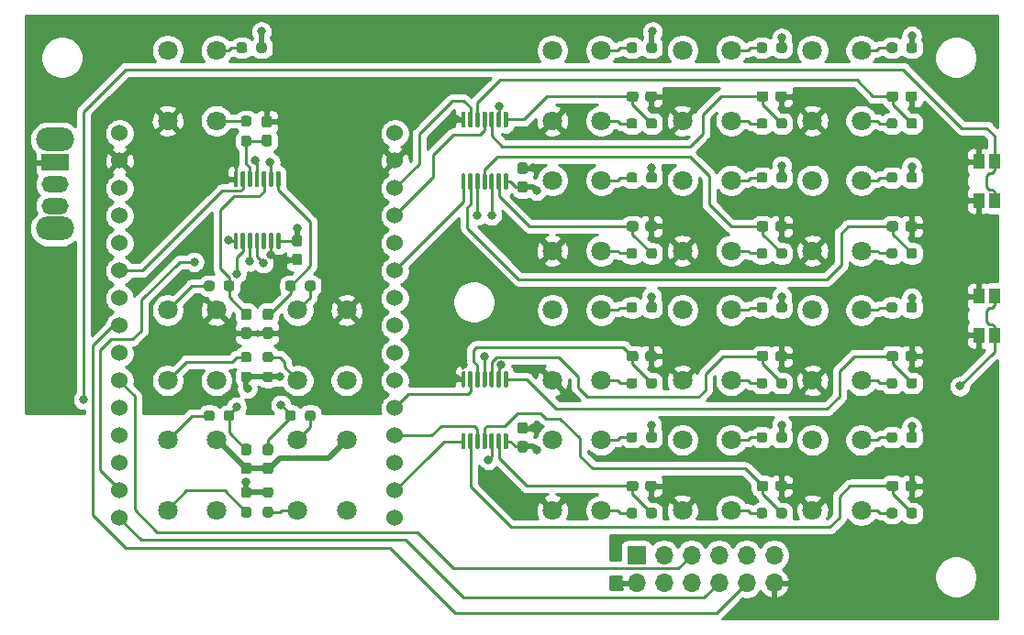
<source format=gbr>
%TF.GenerationSoftware,KiCad,Pcbnew,5.1.12-84ad8e8a86~92~ubuntu20.04.1*%
%TF.CreationDate,2022-04-21T21:58:33+02:00*%
%TF.ProjectId,bkm-15r-mini,626b6d2d-3135-4722-9d6d-696e692e6b69,rev?*%
%TF.SameCoordinates,Original*%
%TF.FileFunction,Copper,L1,Top*%
%TF.FilePolarity,Positive*%
%FSLAX46Y46*%
G04 Gerber Fmt 4.6, Leading zero omitted, Abs format (unit mm)*
G04 Created by KiCad (PCBNEW 5.1.12-84ad8e8a86~92~ubuntu20.04.1) date 2022-04-21 21:58:33*
%MOMM*%
%LPD*%
G01*
G04 APERTURE LIST*
%TA.AperFunction,ComponentPad*%
%ADD10R,1.700000X1.700000*%
%TD*%
%TA.AperFunction,ComponentPad*%
%ADD11O,1.700000X1.700000*%
%TD*%
%TA.AperFunction,ComponentPad*%
%ADD12C,1.800000*%
%TD*%
%TA.AperFunction,SMDPad,CuDef*%
%ADD13R,1.050000X1.400000*%
%TD*%
%TA.AperFunction,ComponentPad*%
%ADD14R,2.500000X1.500000*%
%TD*%
%TA.AperFunction,ComponentPad*%
%ADD15O,2.500000X1.500000*%
%TD*%
%TA.AperFunction,ComponentPad*%
%ADD16O,3.500000X2.200000*%
%TD*%
%TA.AperFunction,ComponentPad*%
%ADD17C,1.524000*%
%TD*%
%TA.AperFunction,ViaPad*%
%ADD18C,0.800000*%
%TD*%
%TA.AperFunction,Conductor*%
%ADD19C,0.500000*%
%TD*%
%TA.AperFunction,Conductor*%
%ADD20C,0.250000*%
%TD*%
%TA.AperFunction,Conductor*%
%ADD21C,0.254000*%
%TD*%
%TA.AperFunction,Conductor*%
%ADD22C,0.100000*%
%TD*%
G04 APERTURE END LIST*
%TO.P,C102,2*%
%TO.N,GND*%
%TA.AperFunction,SMDPad,CuDef*%
G36*
G01*
X158325000Y-34837500D02*
X158325000Y-34362500D01*
G75*
G02*
X158562500Y-34125000I237500J0D01*
G01*
X159162500Y-34125000D01*
G75*
G02*
X159400000Y-34362500I0J-237500D01*
G01*
X159400000Y-34837500D01*
G75*
G02*
X159162500Y-35075000I-237500J0D01*
G01*
X158562500Y-35075000D01*
G75*
G02*
X158325000Y-34837500I0J237500D01*
G01*
G37*
%TD.AperFunction*%
%TO.P,C102,1*%
%TO.N,Net-(C102-Pad1)*%
%TA.AperFunction,SMDPad,CuDef*%
G36*
G01*
X156600000Y-34837500D02*
X156600000Y-34362500D01*
G75*
G02*
X156837500Y-34125000I237500J0D01*
G01*
X157437500Y-34125000D01*
G75*
G02*
X157675000Y-34362500I0J-237500D01*
G01*
X157675000Y-34837500D01*
G75*
G02*
X157437500Y-35075000I-237500J0D01*
G01*
X156837500Y-35075000D01*
G75*
G02*
X156600000Y-34837500I0J237500D01*
G01*
G37*
%TD.AperFunction*%
%TD*%
%TO.P,C103,1*%
%TO.N,Net-(C103-Pad1)*%
%TA.AperFunction,SMDPad,CuDef*%
G36*
G01*
X144600000Y-34837500D02*
X144600000Y-34362500D01*
G75*
G02*
X144837500Y-34125000I237500J0D01*
G01*
X145437500Y-34125000D01*
G75*
G02*
X145675000Y-34362500I0J-237500D01*
G01*
X145675000Y-34837500D01*
G75*
G02*
X145437500Y-35075000I-237500J0D01*
G01*
X144837500Y-35075000D01*
G75*
G02*
X144600000Y-34837500I0J237500D01*
G01*
G37*
%TD.AperFunction*%
%TO.P,C103,2*%
%TO.N,GND*%
%TA.AperFunction,SMDPad,CuDef*%
G36*
G01*
X146325000Y-34837500D02*
X146325000Y-34362500D01*
G75*
G02*
X146562500Y-34125000I237500J0D01*
G01*
X147162500Y-34125000D01*
G75*
G02*
X147400000Y-34362500I0J-237500D01*
G01*
X147400000Y-34837500D01*
G75*
G02*
X147162500Y-35075000I-237500J0D01*
G01*
X146562500Y-35075000D01*
G75*
G02*
X146325000Y-34837500I0J237500D01*
G01*
G37*
%TD.AperFunction*%
%TD*%
%TO.P,C101,1*%
%TO.N,Net-(C101-Pad1)*%
%TA.AperFunction,SMDPad,CuDef*%
G36*
G01*
X168600000Y-34837500D02*
X168600000Y-34362500D01*
G75*
G02*
X168837500Y-34125000I237500J0D01*
G01*
X169437500Y-34125000D01*
G75*
G02*
X169675000Y-34362500I0J-237500D01*
G01*
X169675000Y-34837500D01*
G75*
G02*
X169437500Y-35075000I-237500J0D01*
G01*
X168837500Y-35075000D01*
G75*
G02*
X168600000Y-34837500I0J237500D01*
G01*
G37*
%TD.AperFunction*%
%TO.P,C101,2*%
%TO.N,GND*%
%TA.AperFunction,SMDPad,CuDef*%
G36*
G01*
X170325000Y-34837500D02*
X170325000Y-34362500D01*
G75*
G02*
X170562500Y-34125000I237500J0D01*
G01*
X171162500Y-34125000D01*
G75*
G02*
X171400000Y-34362500I0J-237500D01*
G01*
X171400000Y-34837500D01*
G75*
G02*
X171162500Y-35075000I-237500J0D01*
G01*
X170562500Y-35075000D01*
G75*
G02*
X170325000Y-34837500I0J237500D01*
G01*
G37*
%TD.AperFunction*%
%TD*%
%TO.P,C106,1*%
%TO.N,Net-(C106-Pad1)*%
%TA.AperFunction,SMDPad,CuDef*%
G36*
G01*
X144600000Y-46837500D02*
X144600000Y-46362500D01*
G75*
G02*
X144837500Y-46125000I237500J0D01*
G01*
X145437500Y-46125000D01*
G75*
G02*
X145675000Y-46362500I0J-237500D01*
G01*
X145675000Y-46837500D01*
G75*
G02*
X145437500Y-47075000I-237500J0D01*
G01*
X144837500Y-47075000D01*
G75*
G02*
X144600000Y-46837500I0J237500D01*
G01*
G37*
%TD.AperFunction*%
%TO.P,C106,2*%
%TO.N,GND*%
%TA.AperFunction,SMDPad,CuDef*%
G36*
G01*
X146325000Y-46837500D02*
X146325000Y-46362500D01*
G75*
G02*
X146562500Y-46125000I237500J0D01*
G01*
X147162500Y-46125000D01*
G75*
G02*
X147400000Y-46362500I0J-237500D01*
G01*
X147400000Y-46837500D01*
G75*
G02*
X147162500Y-47075000I-237500J0D01*
G01*
X146562500Y-47075000D01*
G75*
G02*
X146325000Y-46837500I0J237500D01*
G01*
G37*
%TD.AperFunction*%
%TD*%
%TO.P,C104,2*%
%TO.N,GND*%
%TA.AperFunction,SMDPad,CuDef*%
G36*
G01*
X170325000Y-46837500D02*
X170325000Y-46362500D01*
G75*
G02*
X170562500Y-46125000I237500J0D01*
G01*
X171162500Y-46125000D01*
G75*
G02*
X171400000Y-46362500I0J-237500D01*
G01*
X171400000Y-46837500D01*
G75*
G02*
X171162500Y-47075000I-237500J0D01*
G01*
X170562500Y-47075000D01*
G75*
G02*
X170325000Y-46837500I0J237500D01*
G01*
G37*
%TD.AperFunction*%
%TO.P,C104,1*%
%TO.N,Net-(C104-Pad1)*%
%TA.AperFunction,SMDPad,CuDef*%
G36*
G01*
X168600000Y-46837500D02*
X168600000Y-46362500D01*
G75*
G02*
X168837500Y-46125000I237500J0D01*
G01*
X169437500Y-46125000D01*
G75*
G02*
X169675000Y-46362500I0J-237500D01*
G01*
X169675000Y-46837500D01*
G75*
G02*
X169437500Y-47075000I-237500J0D01*
G01*
X168837500Y-47075000D01*
G75*
G02*
X168600000Y-46837500I0J237500D01*
G01*
G37*
%TD.AperFunction*%
%TD*%
%TO.P,C105,1*%
%TO.N,Net-(C105-Pad1)*%
%TA.AperFunction,SMDPad,CuDef*%
G36*
G01*
X156600000Y-46837500D02*
X156600000Y-46362500D01*
G75*
G02*
X156837500Y-46125000I237500J0D01*
G01*
X157437500Y-46125000D01*
G75*
G02*
X157675000Y-46362500I0J-237500D01*
G01*
X157675000Y-46837500D01*
G75*
G02*
X157437500Y-47075000I-237500J0D01*
G01*
X156837500Y-47075000D01*
G75*
G02*
X156600000Y-46837500I0J237500D01*
G01*
G37*
%TD.AperFunction*%
%TO.P,C105,2*%
%TO.N,GND*%
%TA.AperFunction,SMDPad,CuDef*%
G36*
G01*
X158325000Y-46837500D02*
X158325000Y-46362500D01*
G75*
G02*
X158562500Y-46125000I237500J0D01*
G01*
X159162500Y-46125000D01*
G75*
G02*
X159400000Y-46362500I0J-237500D01*
G01*
X159400000Y-46837500D01*
G75*
G02*
X159162500Y-47075000I-237500J0D01*
G01*
X158562500Y-47075000D01*
G75*
G02*
X158325000Y-46837500I0J237500D01*
G01*
G37*
%TD.AperFunction*%
%TD*%
%TO.P,C109,2*%
%TO.N,GND*%
%TA.AperFunction,SMDPad,CuDef*%
G36*
G01*
X146325000Y-58837500D02*
X146325000Y-58362500D01*
G75*
G02*
X146562500Y-58125000I237500J0D01*
G01*
X147162500Y-58125000D01*
G75*
G02*
X147400000Y-58362500I0J-237500D01*
G01*
X147400000Y-58837500D01*
G75*
G02*
X147162500Y-59075000I-237500J0D01*
G01*
X146562500Y-59075000D01*
G75*
G02*
X146325000Y-58837500I0J237500D01*
G01*
G37*
%TD.AperFunction*%
%TO.P,C109,1*%
%TO.N,Net-(C109-Pad1)*%
%TA.AperFunction,SMDPad,CuDef*%
G36*
G01*
X144600000Y-58837500D02*
X144600000Y-58362500D01*
G75*
G02*
X144837500Y-58125000I237500J0D01*
G01*
X145437500Y-58125000D01*
G75*
G02*
X145675000Y-58362500I0J-237500D01*
G01*
X145675000Y-58837500D01*
G75*
G02*
X145437500Y-59075000I-237500J0D01*
G01*
X144837500Y-59075000D01*
G75*
G02*
X144600000Y-58837500I0J237500D01*
G01*
G37*
%TD.AperFunction*%
%TD*%
%TO.P,C107,2*%
%TO.N,GND*%
%TA.AperFunction,SMDPad,CuDef*%
G36*
G01*
X170325000Y-58837500D02*
X170325000Y-58362500D01*
G75*
G02*
X170562500Y-58125000I237500J0D01*
G01*
X171162500Y-58125000D01*
G75*
G02*
X171400000Y-58362500I0J-237500D01*
G01*
X171400000Y-58837500D01*
G75*
G02*
X171162500Y-59075000I-237500J0D01*
G01*
X170562500Y-59075000D01*
G75*
G02*
X170325000Y-58837500I0J237500D01*
G01*
G37*
%TD.AperFunction*%
%TO.P,C107,1*%
%TO.N,Net-(C107-Pad1)*%
%TA.AperFunction,SMDPad,CuDef*%
G36*
G01*
X168600000Y-58837500D02*
X168600000Y-58362500D01*
G75*
G02*
X168837500Y-58125000I237500J0D01*
G01*
X169437500Y-58125000D01*
G75*
G02*
X169675000Y-58362500I0J-237500D01*
G01*
X169675000Y-58837500D01*
G75*
G02*
X169437500Y-59075000I-237500J0D01*
G01*
X168837500Y-59075000D01*
G75*
G02*
X168600000Y-58837500I0J237500D01*
G01*
G37*
%TD.AperFunction*%
%TD*%
%TO.P,C108,1*%
%TO.N,Net-(C108-Pad1)*%
%TA.AperFunction,SMDPad,CuDef*%
G36*
G01*
X156600000Y-58837500D02*
X156600000Y-58362500D01*
G75*
G02*
X156837500Y-58125000I237500J0D01*
G01*
X157437500Y-58125000D01*
G75*
G02*
X157675000Y-58362500I0J-237500D01*
G01*
X157675000Y-58837500D01*
G75*
G02*
X157437500Y-59075000I-237500J0D01*
G01*
X156837500Y-59075000D01*
G75*
G02*
X156600000Y-58837500I0J237500D01*
G01*
G37*
%TD.AperFunction*%
%TO.P,C108,2*%
%TO.N,GND*%
%TA.AperFunction,SMDPad,CuDef*%
G36*
G01*
X158325000Y-58837500D02*
X158325000Y-58362500D01*
G75*
G02*
X158562500Y-58125000I237500J0D01*
G01*
X159162500Y-58125000D01*
G75*
G02*
X159400000Y-58362500I0J-237500D01*
G01*
X159400000Y-58837500D01*
G75*
G02*
X159162500Y-59075000I-237500J0D01*
G01*
X158562500Y-59075000D01*
G75*
G02*
X158325000Y-58837500I0J237500D01*
G01*
G37*
%TD.AperFunction*%
%TD*%
%TO.P,C110,2*%
%TO.N,GND*%
%TA.AperFunction,SMDPad,CuDef*%
G36*
G01*
X170325000Y-70837500D02*
X170325000Y-70362500D01*
G75*
G02*
X170562500Y-70125000I237500J0D01*
G01*
X171162500Y-70125000D01*
G75*
G02*
X171400000Y-70362500I0J-237500D01*
G01*
X171400000Y-70837500D01*
G75*
G02*
X171162500Y-71075000I-237500J0D01*
G01*
X170562500Y-71075000D01*
G75*
G02*
X170325000Y-70837500I0J237500D01*
G01*
G37*
%TD.AperFunction*%
%TO.P,C110,1*%
%TO.N,Net-(C110-Pad1)*%
%TA.AperFunction,SMDPad,CuDef*%
G36*
G01*
X168600000Y-70837500D02*
X168600000Y-70362500D01*
G75*
G02*
X168837500Y-70125000I237500J0D01*
G01*
X169437500Y-70125000D01*
G75*
G02*
X169675000Y-70362500I0J-237500D01*
G01*
X169675000Y-70837500D01*
G75*
G02*
X169437500Y-71075000I-237500J0D01*
G01*
X168837500Y-71075000D01*
G75*
G02*
X168600000Y-70837500I0J237500D01*
G01*
G37*
%TD.AperFunction*%
%TD*%
%TO.P,C111,2*%
%TO.N,GND*%
%TA.AperFunction,SMDPad,CuDef*%
G36*
G01*
X158325000Y-70837500D02*
X158325000Y-70362500D01*
G75*
G02*
X158562500Y-70125000I237500J0D01*
G01*
X159162500Y-70125000D01*
G75*
G02*
X159400000Y-70362500I0J-237500D01*
G01*
X159400000Y-70837500D01*
G75*
G02*
X159162500Y-71075000I-237500J0D01*
G01*
X158562500Y-71075000D01*
G75*
G02*
X158325000Y-70837500I0J237500D01*
G01*
G37*
%TD.AperFunction*%
%TO.P,C111,1*%
%TO.N,Net-(C111-Pad1)*%
%TA.AperFunction,SMDPad,CuDef*%
G36*
G01*
X156600000Y-70837500D02*
X156600000Y-70362500D01*
G75*
G02*
X156837500Y-70125000I237500J0D01*
G01*
X157437500Y-70125000D01*
G75*
G02*
X157675000Y-70362500I0J-237500D01*
G01*
X157675000Y-70837500D01*
G75*
G02*
X157437500Y-71075000I-237500J0D01*
G01*
X156837500Y-71075000D01*
G75*
G02*
X156600000Y-70837500I0J237500D01*
G01*
G37*
%TD.AperFunction*%
%TD*%
%TO.P,C112,2*%
%TO.N,GND*%
%TA.AperFunction,SMDPad,CuDef*%
G36*
G01*
X146325000Y-70837500D02*
X146325000Y-70362500D01*
G75*
G02*
X146562500Y-70125000I237500J0D01*
G01*
X147162500Y-70125000D01*
G75*
G02*
X147400000Y-70362500I0J-237500D01*
G01*
X147400000Y-70837500D01*
G75*
G02*
X147162500Y-71075000I-237500J0D01*
G01*
X146562500Y-71075000D01*
G75*
G02*
X146325000Y-70837500I0J237500D01*
G01*
G37*
%TD.AperFunction*%
%TO.P,C112,1*%
%TO.N,Net-(C112-Pad1)*%
%TA.AperFunction,SMDPad,CuDef*%
G36*
G01*
X144600000Y-70837500D02*
X144600000Y-70362500D01*
G75*
G02*
X144837500Y-70125000I237500J0D01*
G01*
X145437500Y-70125000D01*
G75*
G02*
X145675000Y-70362500I0J-237500D01*
G01*
X145675000Y-70837500D01*
G75*
G02*
X145437500Y-71075000I-237500J0D01*
G01*
X144837500Y-71075000D01*
G75*
G02*
X144600000Y-70837500I0J237500D01*
G01*
G37*
%TD.AperFunction*%
%TD*%
%TO.P,C113,1*%
%TO.N,GND*%
%TA.AperFunction,SMDPad,CuDef*%
G36*
G01*
X134762500Y-40700000D02*
X135237500Y-40700000D01*
G75*
G02*
X135475000Y-40937500I0J-237500D01*
G01*
X135475000Y-41537500D01*
G75*
G02*
X135237500Y-41775000I-237500J0D01*
G01*
X134762500Y-41775000D01*
G75*
G02*
X134525000Y-41537500I0J237500D01*
G01*
X134525000Y-40937500D01*
G75*
G02*
X134762500Y-40700000I237500J0D01*
G01*
G37*
%TD.AperFunction*%
%TO.P,C113,2*%
%TO.N,+3V3*%
%TA.AperFunction,SMDPad,CuDef*%
G36*
G01*
X134762500Y-42425000D02*
X135237500Y-42425000D01*
G75*
G02*
X135475000Y-42662500I0J-237500D01*
G01*
X135475000Y-43262500D01*
G75*
G02*
X135237500Y-43500000I-237500J0D01*
G01*
X134762500Y-43500000D01*
G75*
G02*
X134525000Y-43262500I0J237500D01*
G01*
X134525000Y-42662500D01*
G75*
G02*
X134762500Y-42425000I237500J0D01*
G01*
G37*
%TD.AperFunction*%
%TD*%
%TO.P,C114,2*%
%TO.N,+3V3*%
%TA.AperFunction,SMDPad,CuDef*%
G36*
G01*
X134762500Y-66425000D02*
X135237500Y-66425000D01*
G75*
G02*
X135475000Y-66662500I0J-237500D01*
G01*
X135475000Y-67262500D01*
G75*
G02*
X135237500Y-67500000I-237500J0D01*
G01*
X134762500Y-67500000D01*
G75*
G02*
X134525000Y-67262500I0J237500D01*
G01*
X134525000Y-66662500D01*
G75*
G02*
X134762500Y-66425000I237500J0D01*
G01*
G37*
%TD.AperFunction*%
%TO.P,C114,1*%
%TO.N,GND*%
%TA.AperFunction,SMDPad,CuDef*%
G36*
G01*
X134762500Y-64700000D02*
X135237500Y-64700000D01*
G75*
G02*
X135475000Y-64937500I0J-237500D01*
G01*
X135475000Y-65537500D01*
G75*
G02*
X135237500Y-65775000I-237500J0D01*
G01*
X134762500Y-65775000D01*
G75*
G02*
X134525000Y-65537500I0J237500D01*
G01*
X134525000Y-64937500D01*
G75*
G02*
X134762500Y-64700000I237500J0D01*
G01*
G37*
%TD.AperFunction*%
%TD*%
%TO.P,C201,1*%
%TO.N,Net-(C201-Pad1)*%
%TA.AperFunction,SMDPad,CuDef*%
G36*
G01*
X111262500Y-54200000D02*
X111737500Y-54200000D01*
G75*
G02*
X111975000Y-54437500I0J-237500D01*
G01*
X111975000Y-55037500D01*
G75*
G02*
X111737500Y-55275000I-237500J0D01*
G01*
X111262500Y-55275000D01*
G75*
G02*
X111025000Y-55037500I0J237500D01*
G01*
X111025000Y-54437500D01*
G75*
G02*
X111262500Y-54200000I237500J0D01*
G01*
G37*
%TD.AperFunction*%
%TO.P,C201,2*%
%TO.N,GND*%
%TA.AperFunction,SMDPad,CuDef*%
G36*
G01*
X111262500Y-55925000D02*
X111737500Y-55925000D01*
G75*
G02*
X111975000Y-56162500I0J-237500D01*
G01*
X111975000Y-56762500D01*
G75*
G02*
X111737500Y-57000000I-237500J0D01*
G01*
X111262500Y-57000000D01*
G75*
G02*
X111025000Y-56762500I0J237500D01*
G01*
X111025000Y-56162500D01*
G75*
G02*
X111262500Y-55925000I237500J0D01*
G01*
G37*
%TD.AperFunction*%
%TD*%
%TO.P,C202,1*%
%TO.N,Net-(C202-Pad1)*%
%TA.AperFunction,SMDPad,CuDef*%
G36*
G01*
X109262500Y-54200000D02*
X109737500Y-54200000D01*
G75*
G02*
X109975000Y-54437500I0J-237500D01*
G01*
X109975000Y-55037500D01*
G75*
G02*
X109737500Y-55275000I-237500J0D01*
G01*
X109262500Y-55275000D01*
G75*
G02*
X109025000Y-55037500I0J237500D01*
G01*
X109025000Y-54437500D01*
G75*
G02*
X109262500Y-54200000I237500J0D01*
G01*
G37*
%TD.AperFunction*%
%TO.P,C202,2*%
%TO.N,GND*%
%TA.AperFunction,SMDPad,CuDef*%
G36*
G01*
X109262500Y-55925000D02*
X109737500Y-55925000D01*
G75*
G02*
X109975000Y-56162500I0J-237500D01*
G01*
X109975000Y-56762500D01*
G75*
G02*
X109737500Y-57000000I-237500J0D01*
G01*
X109262500Y-57000000D01*
G75*
G02*
X109025000Y-56762500I0J237500D01*
G01*
X109025000Y-56162500D01*
G75*
G02*
X109262500Y-55925000I237500J0D01*
G01*
G37*
%TD.AperFunction*%
%TD*%
%TO.P,C203,1*%
%TO.N,Net-(C203-Pad1)*%
%TA.AperFunction,SMDPad,CuDef*%
G36*
G01*
X111262500Y-66700000D02*
X111737500Y-66700000D01*
G75*
G02*
X111975000Y-66937500I0J-237500D01*
G01*
X111975000Y-67537500D01*
G75*
G02*
X111737500Y-67775000I-237500J0D01*
G01*
X111262500Y-67775000D01*
G75*
G02*
X111025000Y-67537500I0J237500D01*
G01*
X111025000Y-66937500D01*
G75*
G02*
X111262500Y-66700000I237500J0D01*
G01*
G37*
%TD.AperFunction*%
%TO.P,C203,2*%
%TO.N,GND*%
%TA.AperFunction,SMDPad,CuDef*%
G36*
G01*
X111262500Y-68425000D02*
X111737500Y-68425000D01*
G75*
G02*
X111975000Y-68662500I0J-237500D01*
G01*
X111975000Y-69262500D01*
G75*
G02*
X111737500Y-69500000I-237500J0D01*
G01*
X111262500Y-69500000D01*
G75*
G02*
X111025000Y-69262500I0J237500D01*
G01*
X111025000Y-68662500D01*
G75*
G02*
X111262500Y-68425000I237500J0D01*
G01*
G37*
%TD.AperFunction*%
%TD*%
%TO.P,C204,2*%
%TO.N,GND*%
%TA.AperFunction,SMDPad,CuDef*%
G36*
G01*
X109262500Y-68425000D02*
X109737500Y-68425000D01*
G75*
G02*
X109975000Y-68662500I0J-237500D01*
G01*
X109975000Y-69262500D01*
G75*
G02*
X109737500Y-69500000I-237500J0D01*
G01*
X109262500Y-69500000D01*
G75*
G02*
X109025000Y-69262500I0J237500D01*
G01*
X109025000Y-68662500D01*
G75*
G02*
X109262500Y-68425000I237500J0D01*
G01*
G37*
%TD.AperFunction*%
%TO.P,C204,1*%
%TO.N,Net-(C204-Pad1)*%
%TA.AperFunction,SMDPad,CuDef*%
G36*
G01*
X109262500Y-66700000D02*
X109737500Y-66700000D01*
G75*
G02*
X109975000Y-66937500I0J-237500D01*
G01*
X109975000Y-67537500D01*
G75*
G02*
X109737500Y-67775000I-237500J0D01*
G01*
X109262500Y-67775000D01*
G75*
G02*
X109025000Y-67537500I0J237500D01*
G01*
X109025000Y-66937500D01*
G75*
G02*
X109262500Y-66700000I237500J0D01*
G01*
G37*
%TD.AperFunction*%
%TD*%
%TO.P,C205,1*%
%TO.N,Net-(C205-Pad1)*%
%TA.AperFunction,SMDPad,CuDef*%
G36*
G01*
X111637500Y-39200000D02*
X111162500Y-39200000D01*
G75*
G02*
X110925000Y-38962500I0J237500D01*
G01*
X110925000Y-38362500D01*
G75*
G02*
X111162500Y-38125000I237500J0D01*
G01*
X111637500Y-38125000D01*
G75*
G02*
X111875000Y-38362500I0J-237500D01*
G01*
X111875000Y-38962500D01*
G75*
G02*
X111637500Y-39200000I-237500J0D01*
G01*
G37*
%TD.AperFunction*%
%TO.P,C205,2*%
%TO.N,GND*%
%TA.AperFunction,SMDPad,CuDef*%
G36*
G01*
X111637500Y-37475000D02*
X111162500Y-37475000D01*
G75*
G02*
X110925000Y-37237500I0J237500D01*
G01*
X110925000Y-36637500D01*
G75*
G02*
X111162500Y-36400000I237500J0D01*
G01*
X111637500Y-36400000D01*
G75*
G02*
X111875000Y-36637500I0J-237500D01*
G01*
X111875000Y-37237500D01*
G75*
G02*
X111637500Y-37475000I-237500J0D01*
G01*
G37*
%TD.AperFunction*%
%TD*%
%TO.P,C206,2*%
%TO.N,+3V3*%
%TA.AperFunction,SMDPad,CuDef*%
G36*
G01*
X114437500Y-48475000D02*
X113962500Y-48475000D01*
G75*
G02*
X113725000Y-48237500I0J237500D01*
G01*
X113725000Y-47637500D01*
G75*
G02*
X113962500Y-47400000I237500J0D01*
G01*
X114437500Y-47400000D01*
G75*
G02*
X114675000Y-47637500I0J-237500D01*
G01*
X114675000Y-48237500D01*
G75*
G02*
X114437500Y-48475000I-237500J0D01*
G01*
G37*
%TD.AperFunction*%
%TO.P,C206,1*%
%TO.N,GND*%
%TA.AperFunction,SMDPad,CuDef*%
G36*
G01*
X114437500Y-50200000D02*
X113962500Y-50200000D01*
G75*
G02*
X113725000Y-49962500I0J237500D01*
G01*
X113725000Y-49362500D01*
G75*
G02*
X113962500Y-49125000I237500J0D01*
G01*
X114437500Y-49125000D01*
G75*
G02*
X114675000Y-49362500I0J-237500D01*
G01*
X114675000Y-49962500D01*
G75*
G02*
X114437500Y-50200000I-237500J0D01*
G01*
G37*
%TD.AperFunction*%
%TD*%
D10*
%TO.P,J301,1*%
%TO.N,+5V*%
X145500000Y-77000000D03*
D11*
%TO.P,J301,2*%
%TO.N,GND*%
X145500000Y-79540000D03*
%TO.P,J301,3*%
%TO.N,N/C*%
X148040000Y-77000000D03*
%TO.P,J301,4*%
X148040000Y-79540000D03*
%TO.P,J301,5*%
%TO.N,SO*%
X150580000Y-77000000D03*
%TO.P,J301,6*%
%TO.N,N/C*%
X150580000Y-79540000D03*
%TO.P,J301,7*%
%TO.N,SCK*%
X153120000Y-77000000D03*
%TO.P,J301,8*%
%TO.N,ST*%
X153120000Y-79540000D03*
%TO.P,J301,9*%
%TO.N,N/C*%
X155660000Y-77000000D03*
%TO.P,J301,10*%
%TO.N,CS*%
X155660000Y-79540000D03*
%TO.P,J301,11*%
%TO.N,N/C*%
X158200000Y-77000000D03*
%TO.P,J301,12*%
%TO.N,GND*%
X158200000Y-79540000D03*
%TD*%
%TO.P,R102,2*%
%TO.N,Net-(R102-Pad2)*%
%TA.AperFunction,SMDPad,CuDef*%
G36*
G01*
X157575000Y-29862500D02*
X157575000Y-30337500D01*
G75*
G02*
X157337500Y-30575000I-237500J0D01*
G01*
X156837500Y-30575000D01*
G75*
G02*
X156600000Y-30337500I0J237500D01*
G01*
X156600000Y-29862500D01*
G75*
G02*
X156837500Y-29625000I237500J0D01*
G01*
X157337500Y-29625000D01*
G75*
G02*
X157575000Y-29862500I0J-237500D01*
G01*
G37*
%TD.AperFunction*%
%TO.P,R102,1*%
%TO.N,+3V3*%
%TA.AperFunction,SMDPad,CuDef*%
G36*
G01*
X159400000Y-29862500D02*
X159400000Y-30337500D01*
G75*
G02*
X159162500Y-30575000I-237500J0D01*
G01*
X158662500Y-30575000D01*
G75*
G02*
X158425000Y-30337500I0J237500D01*
G01*
X158425000Y-29862500D01*
G75*
G02*
X158662500Y-29625000I237500J0D01*
G01*
X159162500Y-29625000D01*
G75*
G02*
X159400000Y-29862500I0J-237500D01*
G01*
G37*
%TD.AperFunction*%
%TD*%
%TO.P,R103,2*%
%TO.N,Net-(R103-Pad2)*%
%TA.AperFunction,SMDPad,CuDef*%
G36*
G01*
X145575000Y-29862500D02*
X145575000Y-30337500D01*
G75*
G02*
X145337500Y-30575000I-237500J0D01*
G01*
X144837500Y-30575000D01*
G75*
G02*
X144600000Y-30337500I0J237500D01*
G01*
X144600000Y-29862500D01*
G75*
G02*
X144837500Y-29625000I237500J0D01*
G01*
X145337500Y-29625000D01*
G75*
G02*
X145575000Y-29862500I0J-237500D01*
G01*
G37*
%TD.AperFunction*%
%TO.P,R103,1*%
%TO.N,+3V3*%
%TA.AperFunction,SMDPad,CuDef*%
G36*
G01*
X147400000Y-29862500D02*
X147400000Y-30337500D01*
G75*
G02*
X147162500Y-30575000I-237500J0D01*
G01*
X146662500Y-30575000D01*
G75*
G02*
X146425000Y-30337500I0J237500D01*
G01*
X146425000Y-29862500D01*
G75*
G02*
X146662500Y-29625000I237500J0D01*
G01*
X147162500Y-29625000D01*
G75*
G02*
X147400000Y-29862500I0J-237500D01*
G01*
G37*
%TD.AperFunction*%
%TD*%
%TO.P,R101,1*%
%TO.N,+3V3*%
%TA.AperFunction,SMDPad,CuDef*%
G36*
G01*
X171400000Y-29862500D02*
X171400000Y-30337500D01*
G75*
G02*
X171162500Y-30575000I-237500J0D01*
G01*
X170662500Y-30575000D01*
G75*
G02*
X170425000Y-30337500I0J237500D01*
G01*
X170425000Y-29862500D01*
G75*
G02*
X170662500Y-29625000I237500J0D01*
G01*
X171162500Y-29625000D01*
G75*
G02*
X171400000Y-29862500I0J-237500D01*
G01*
G37*
%TD.AperFunction*%
%TO.P,R101,2*%
%TO.N,Net-(R101-Pad2)*%
%TA.AperFunction,SMDPad,CuDef*%
G36*
G01*
X169575000Y-29862500D02*
X169575000Y-30337500D01*
G75*
G02*
X169337500Y-30575000I-237500J0D01*
G01*
X168837500Y-30575000D01*
G75*
G02*
X168600000Y-30337500I0J237500D01*
G01*
X168600000Y-29862500D01*
G75*
G02*
X168837500Y-29625000I237500J0D01*
G01*
X169337500Y-29625000D01*
G75*
G02*
X169575000Y-29862500I0J-237500D01*
G01*
G37*
%TD.AperFunction*%
%TD*%
%TO.P,R105,1*%
%TO.N,Net-(C102-Pad1)*%
%TA.AperFunction,SMDPad,CuDef*%
G36*
G01*
X159400000Y-36862500D02*
X159400000Y-37337500D01*
G75*
G02*
X159162500Y-37575000I-237500J0D01*
G01*
X158662500Y-37575000D01*
G75*
G02*
X158425000Y-37337500I0J237500D01*
G01*
X158425000Y-36862500D01*
G75*
G02*
X158662500Y-36625000I237500J0D01*
G01*
X159162500Y-36625000D01*
G75*
G02*
X159400000Y-36862500I0J-237500D01*
G01*
G37*
%TD.AperFunction*%
%TO.P,R105,2*%
%TO.N,Net-(R105-Pad2)*%
%TA.AperFunction,SMDPad,CuDef*%
G36*
G01*
X157575000Y-36862500D02*
X157575000Y-37337500D01*
G75*
G02*
X157337500Y-37575000I-237500J0D01*
G01*
X156837500Y-37575000D01*
G75*
G02*
X156600000Y-37337500I0J237500D01*
G01*
X156600000Y-36862500D01*
G75*
G02*
X156837500Y-36625000I237500J0D01*
G01*
X157337500Y-36625000D01*
G75*
G02*
X157575000Y-36862500I0J-237500D01*
G01*
G37*
%TD.AperFunction*%
%TD*%
%TO.P,R106,1*%
%TO.N,Net-(C103-Pad1)*%
%TA.AperFunction,SMDPad,CuDef*%
G36*
G01*
X147400000Y-36862500D02*
X147400000Y-37337500D01*
G75*
G02*
X147162500Y-37575000I-237500J0D01*
G01*
X146662500Y-37575000D01*
G75*
G02*
X146425000Y-37337500I0J237500D01*
G01*
X146425000Y-36862500D01*
G75*
G02*
X146662500Y-36625000I237500J0D01*
G01*
X147162500Y-36625000D01*
G75*
G02*
X147400000Y-36862500I0J-237500D01*
G01*
G37*
%TD.AperFunction*%
%TO.P,R106,2*%
%TO.N,Net-(R106-Pad2)*%
%TA.AperFunction,SMDPad,CuDef*%
G36*
G01*
X145575000Y-36862500D02*
X145575000Y-37337500D01*
G75*
G02*
X145337500Y-37575000I-237500J0D01*
G01*
X144837500Y-37575000D01*
G75*
G02*
X144600000Y-37337500I0J237500D01*
G01*
X144600000Y-36862500D01*
G75*
G02*
X144837500Y-36625000I237500J0D01*
G01*
X145337500Y-36625000D01*
G75*
G02*
X145575000Y-36862500I0J-237500D01*
G01*
G37*
%TD.AperFunction*%
%TD*%
%TO.P,R104,1*%
%TO.N,Net-(C101-Pad1)*%
%TA.AperFunction,SMDPad,CuDef*%
G36*
G01*
X171400000Y-36862500D02*
X171400000Y-37337500D01*
G75*
G02*
X171162500Y-37575000I-237500J0D01*
G01*
X170662500Y-37575000D01*
G75*
G02*
X170425000Y-37337500I0J237500D01*
G01*
X170425000Y-36862500D01*
G75*
G02*
X170662500Y-36625000I237500J0D01*
G01*
X171162500Y-36625000D01*
G75*
G02*
X171400000Y-36862500I0J-237500D01*
G01*
G37*
%TD.AperFunction*%
%TO.P,R104,2*%
%TO.N,Net-(R104-Pad2)*%
%TA.AperFunction,SMDPad,CuDef*%
G36*
G01*
X169575000Y-36862500D02*
X169575000Y-37337500D01*
G75*
G02*
X169337500Y-37575000I-237500J0D01*
G01*
X168837500Y-37575000D01*
G75*
G02*
X168600000Y-37337500I0J237500D01*
G01*
X168600000Y-36862500D01*
G75*
G02*
X168837500Y-36625000I237500J0D01*
G01*
X169337500Y-36625000D01*
G75*
G02*
X169575000Y-36862500I0J-237500D01*
G01*
G37*
%TD.AperFunction*%
%TD*%
%TO.P,R109,1*%
%TO.N,+3V3*%
%TA.AperFunction,SMDPad,CuDef*%
G36*
G01*
X147400000Y-41862500D02*
X147400000Y-42337500D01*
G75*
G02*
X147162500Y-42575000I-237500J0D01*
G01*
X146662500Y-42575000D01*
G75*
G02*
X146425000Y-42337500I0J237500D01*
G01*
X146425000Y-41862500D01*
G75*
G02*
X146662500Y-41625000I237500J0D01*
G01*
X147162500Y-41625000D01*
G75*
G02*
X147400000Y-41862500I0J-237500D01*
G01*
G37*
%TD.AperFunction*%
%TO.P,R109,2*%
%TO.N,Net-(R109-Pad2)*%
%TA.AperFunction,SMDPad,CuDef*%
G36*
G01*
X145575000Y-41862500D02*
X145575000Y-42337500D01*
G75*
G02*
X145337500Y-42575000I-237500J0D01*
G01*
X144837500Y-42575000D01*
G75*
G02*
X144600000Y-42337500I0J237500D01*
G01*
X144600000Y-41862500D01*
G75*
G02*
X144837500Y-41625000I237500J0D01*
G01*
X145337500Y-41625000D01*
G75*
G02*
X145575000Y-41862500I0J-237500D01*
G01*
G37*
%TD.AperFunction*%
%TD*%
%TO.P,R107,2*%
%TO.N,Net-(R107-Pad2)*%
%TA.AperFunction,SMDPad,CuDef*%
G36*
G01*
X169575000Y-41862500D02*
X169575000Y-42337500D01*
G75*
G02*
X169337500Y-42575000I-237500J0D01*
G01*
X168837500Y-42575000D01*
G75*
G02*
X168600000Y-42337500I0J237500D01*
G01*
X168600000Y-41862500D01*
G75*
G02*
X168837500Y-41625000I237500J0D01*
G01*
X169337500Y-41625000D01*
G75*
G02*
X169575000Y-41862500I0J-237500D01*
G01*
G37*
%TD.AperFunction*%
%TO.P,R107,1*%
%TO.N,+3V3*%
%TA.AperFunction,SMDPad,CuDef*%
G36*
G01*
X171400000Y-41862500D02*
X171400000Y-42337500D01*
G75*
G02*
X171162500Y-42575000I-237500J0D01*
G01*
X170662500Y-42575000D01*
G75*
G02*
X170425000Y-42337500I0J237500D01*
G01*
X170425000Y-41862500D01*
G75*
G02*
X170662500Y-41625000I237500J0D01*
G01*
X171162500Y-41625000D01*
G75*
G02*
X171400000Y-41862500I0J-237500D01*
G01*
G37*
%TD.AperFunction*%
%TD*%
%TO.P,R108,2*%
%TO.N,Net-(R108-Pad2)*%
%TA.AperFunction,SMDPad,CuDef*%
G36*
G01*
X157575000Y-41862500D02*
X157575000Y-42337500D01*
G75*
G02*
X157337500Y-42575000I-237500J0D01*
G01*
X156837500Y-42575000D01*
G75*
G02*
X156600000Y-42337500I0J237500D01*
G01*
X156600000Y-41862500D01*
G75*
G02*
X156837500Y-41625000I237500J0D01*
G01*
X157337500Y-41625000D01*
G75*
G02*
X157575000Y-41862500I0J-237500D01*
G01*
G37*
%TD.AperFunction*%
%TO.P,R108,1*%
%TO.N,+3V3*%
%TA.AperFunction,SMDPad,CuDef*%
G36*
G01*
X159400000Y-41862500D02*
X159400000Y-42337500D01*
G75*
G02*
X159162500Y-42575000I-237500J0D01*
G01*
X158662500Y-42575000D01*
G75*
G02*
X158425000Y-42337500I0J237500D01*
G01*
X158425000Y-41862500D01*
G75*
G02*
X158662500Y-41625000I237500J0D01*
G01*
X159162500Y-41625000D01*
G75*
G02*
X159400000Y-41862500I0J-237500D01*
G01*
G37*
%TD.AperFunction*%
%TD*%
%TO.P,R112,2*%
%TO.N,Net-(R112-Pad2)*%
%TA.AperFunction,SMDPad,CuDef*%
G36*
G01*
X145575000Y-48862500D02*
X145575000Y-49337500D01*
G75*
G02*
X145337500Y-49575000I-237500J0D01*
G01*
X144837500Y-49575000D01*
G75*
G02*
X144600000Y-49337500I0J237500D01*
G01*
X144600000Y-48862500D01*
G75*
G02*
X144837500Y-48625000I237500J0D01*
G01*
X145337500Y-48625000D01*
G75*
G02*
X145575000Y-48862500I0J-237500D01*
G01*
G37*
%TD.AperFunction*%
%TO.P,R112,1*%
%TO.N,Net-(C106-Pad1)*%
%TA.AperFunction,SMDPad,CuDef*%
G36*
G01*
X147400000Y-48862500D02*
X147400000Y-49337500D01*
G75*
G02*
X147162500Y-49575000I-237500J0D01*
G01*
X146662500Y-49575000D01*
G75*
G02*
X146425000Y-49337500I0J237500D01*
G01*
X146425000Y-48862500D01*
G75*
G02*
X146662500Y-48625000I237500J0D01*
G01*
X147162500Y-48625000D01*
G75*
G02*
X147400000Y-48862500I0J-237500D01*
G01*
G37*
%TD.AperFunction*%
%TD*%
%TO.P,R110,2*%
%TO.N,Net-(R110-Pad2)*%
%TA.AperFunction,SMDPad,CuDef*%
G36*
G01*
X169575000Y-48862500D02*
X169575000Y-49337500D01*
G75*
G02*
X169337500Y-49575000I-237500J0D01*
G01*
X168837500Y-49575000D01*
G75*
G02*
X168600000Y-49337500I0J237500D01*
G01*
X168600000Y-48862500D01*
G75*
G02*
X168837500Y-48625000I237500J0D01*
G01*
X169337500Y-48625000D01*
G75*
G02*
X169575000Y-48862500I0J-237500D01*
G01*
G37*
%TD.AperFunction*%
%TO.P,R110,1*%
%TO.N,Net-(C104-Pad1)*%
%TA.AperFunction,SMDPad,CuDef*%
G36*
G01*
X171400000Y-48862500D02*
X171400000Y-49337500D01*
G75*
G02*
X171162500Y-49575000I-237500J0D01*
G01*
X170662500Y-49575000D01*
G75*
G02*
X170425000Y-49337500I0J237500D01*
G01*
X170425000Y-48862500D01*
G75*
G02*
X170662500Y-48625000I237500J0D01*
G01*
X171162500Y-48625000D01*
G75*
G02*
X171400000Y-48862500I0J-237500D01*
G01*
G37*
%TD.AperFunction*%
%TD*%
%TO.P,R111,1*%
%TO.N,Net-(C105-Pad1)*%
%TA.AperFunction,SMDPad,CuDef*%
G36*
G01*
X159400000Y-48862500D02*
X159400000Y-49337500D01*
G75*
G02*
X159162500Y-49575000I-237500J0D01*
G01*
X158662500Y-49575000D01*
G75*
G02*
X158425000Y-49337500I0J237500D01*
G01*
X158425000Y-48862500D01*
G75*
G02*
X158662500Y-48625000I237500J0D01*
G01*
X159162500Y-48625000D01*
G75*
G02*
X159400000Y-48862500I0J-237500D01*
G01*
G37*
%TD.AperFunction*%
%TO.P,R111,2*%
%TO.N,Net-(R111-Pad2)*%
%TA.AperFunction,SMDPad,CuDef*%
G36*
G01*
X157575000Y-48862500D02*
X157575000Y-49337500D01*
G75*
G02*
X157337500Y-49575000I-237500J0D01*
G01*
X156837500Y-49575000D01*
G75*
G02*
X156600000Y-49337500I0J237500D01*
G01*
X156600000Y-48862500D01*
G75*
G02*
X156837500Y-48625000I237500J0D01*
G01*
X157337500Y-48625000D01*
G75*
G02*
X157575000Y-48862500I0J-237500D01*
G01*
G37*
%TD.AperFunction*%
%TD*%
%TO.P,R115,1*%
%TO.N,+3V3*%
%TA.AperFunction,SMDPad,CuDef*%
G36*
G01*
X147400000Y-53862500D02*
X147400000Y-54337500D01*
G75*
G02*
X147162500Y-54575000I-237500J0D01*
G01*
X146662500Y-54575000D01*
G75*
G02*
X146425000Y-54337500I0J237500D01*
G01*
X146425000Y-53862500D01*
G75*
G02*
X146662500Y-53625000I237500J0D01*
G01*
X147162500Y-53625000D01*
G75*
G02*
X147400000Y-53862500I0J-237500D01*
G01*
G37*
%TD.AperFunction*%
%TO.P,R115,2*%
%TO.N,Net-(R115-Pad2)*%
%TA.AperFunction,SMDPad,CuDef*%
G36*
G01*
X145575000Y-53862500D02*
X145575000Y-54337500D01*
G75*
G02*
X145337500Y-54575000I-237500J0D01*
G01*
X144837500Y-54575000D01*
G75*
G02*
X144600000Y-54337500I0J237500D01*
G01*
X144600000Y-53862500D01*
G75*
G02*
X144837500Y-53625000I237500J0D01*
G01*
X145337500Y-53625000D01*
G75*
G02*
X145575000Y-53862500I0J-237500D01*
G01*
G37*
%TD.AperFunction*%
%TD*%
%TO.P,R113,1*%
%TO.N,+3V3*%
%TA.AperFunction,SMDPad,CuDef*%
G36*
G01*
X171400000Y-53862500D02*
X171400000Y-54337500D01*
G75*
G02*
X171162500Y-54575000I-237500J0D01*
G01*
X170662500Y-54575000D01*
G75*
G02*
X170425000Y-54337500I0J237500D01*
G01*
X170425000Y-53862500D01*
G75*
G02*
X170662500Y-53625000I237500J0D01*
G01*
X171162500Y-53625000D01*
G75*
G02*
X171400000Y-53862500I0J-237500D01*
G01*
G37*
%TD.AperFunction*%
%TO.P,R113,2*%
%TO.N,Net-(R113-Pad2)*%
%TA.AperFunction,SMDPad,CuDef*%
G36*
G01*
X169575000Y-53862500D02*
X169575000Y-54337500D01*
G75*
G02*
X169337500Y-54575000I-237500J0D01*
G01*
X168837500Y-54575000D01*
G75*
G02*
X168600000Y-54337500I0J237500D01*
G01*
X168600000Y-53862500D01*
G75*
G02*
X168837500Y-53625000I237500J0D01*
G01*
X169337500Y-53625000D01*
G75*
G02*
X169575000Y-53862500I0J-237500D01*
G01*
G37*
%TD.AperFunction*%
%TD*%
%TO.P,R114,2*%
%TO.N,Net-(R114-Pad2)*%
%TA.AperFunction,SMDPad,CuDef*%
G36*
G01*
X157575000Y-53862500D02*
X157575000Y-54337500D01*
G75*
G02*
X157337500Y-54575000I-237500J0D01*
G01*
X156837500Y-54575000D01*
G75*
G02*
X156600000Y-54337500I0J237500D01*
G01*
X156600000Y-53862500D01*
G75*
G02*
X156837500Y-53625000I237500J0D01*
G01*
X157337500Y-53625000D01*
G75*
G02*
X157575000Y-53862500I0J-237500D01*
G01*
G37*
%TD.AperFunction*%
%TO.P,R114,1*%
%TO.N,+3V3*%
%TA.AperFunction,SMDPad,CuDef*%
G36*
G01*
X159400000Y-53862500D02*
X159400000Y-54337500D01*
G75*
G02*
X159162500Y-54575000I-237500J0D01*
G01*
X158662500Y-54575000D01*
G75*
G02*
X158425000Y-54337500I0J237500D01*
G01*
X158425000Y-53862500D01*
G75*
G02*
X158662500Y-53625000I237500J0D01*
G01*
X159162500Y-53625000D01*
G75*
G02*
X159400000Y-53862500I0J-237500D01*
G01*
G37*
%TD.AperFunction*%
%TD*%
%TO.P,R118,2*%
%TO.N,Net-(R118-Pad2)*%
%TA.AperFunction,SMDPad,CuDef*%
G36*
G01*
X145575000Y-60862500D02*
X145575000Y-61337500D01*
G75*
G02*
X145337500Y-61575000I-237500J0D01*
G01*
X144837500Y-61575000D01*
G75*
G02*
X144600000Y-61337500I0J237500D01*
G01*
X144600000Y-60862500D01*
G75*
G02*
X144837500Y-60625000I237500J0D01*
G01*
X145337500Y-60625000D01*
G75*
G02*
X145575000Y-60862500I0J-237500D01*
G01*
G37*
%TD.AperFunction*%
%TO.P,R118,1*%
%TO.N,Net-(C109-Pad1)*%
%TA.AperFunction,SMDPad,CuDef*%
G36*
G01*
X147400000Y-60862500D02*
X147400000Y-61337500D01*
G75*
G02*
X147162500Y-61575000I-237500J0D01*
G01*
X146662500Y-61575000D01*
G75*
G02*
X146425000Y-61337500I0J237500D01*
G01*
X146425000Y-60862500D01*
G75*
G02*
X146662500Y-60625000I237500J0D01*
G01*
X147162500Y-60625000D01*
G75*
G02*
X147400000Y-60862500I0J-237500D01*
G01*
G37*
%TD.AperFunction*%
%TD*%
%TO.P,R116,2*%
%TO.N,Net-(R116-Pad2)*%
%TA.AperFunction,SMDPad,CuDef*%
G36*
G01*
X169575000Y-60862500D02*
X169575000Y-61337500D01*
G75*
G02*
X169337500Y-61575000I-237500J0D01*
G01*
X168837500Y-61575000D01*
G75*
G02*
X168600000Y-61337500I0J237500D01*
G01*
X168600000Y-60862500D01*
G75*
G02*
X168837500Y-60625000I237500J0D01*
G01*
X169337500Y-60625000D01*
G75*
G02*
X169575000Y-60862500I0J-237500D01*
G01*
G37*
%TD.AperFunction*%
%TO.P,R116,1*%
%TO.N,Net-(C107-Pad1)*%
%TA.AperFunction,SMDPad,CuDef*%
G36*
G01*
X171400000Y-60862500D02*
X171400000Y-61337500D01*
G75*
G02*
X171162500Y-61575000I-237500J0D01*
G01*
X170662500Y-61575000D01*
G75*
G02*
X170425000Y-61337500I0J237500D01*
G01*
X170425000Y-60862500D01*
G75*
G02*
X170662500Y-60625000I237500J0D01*
G01*
X171162500Y-60625000D01*
G75*
G02*
X171400000Y-60862500I0J-237500D01*
G01*
G37*
%TD.AperFunction*%
%TD*%
%TO.P,R117,2*%
%TO.N,Net-(R117-Pad2)*%
%TA.AperFunction,SMDPad,CuDef*%
G36*
G01*
X157575000Y-60862500D02*
X157575000Y-61337500D01*
G75*
G02*
X157337500Y-61575000I-237500J0D01*
G01*
X156837500Y-61575000D01*
G75*
G02*
X156600000Y-61337500I0J237500D01*
G01*
X156600000Y-60862500D01*
G75*
G02*
X156837500Y-60625000I237500J0D01*
G01*
X157337500Y-60625000D01*
G75*
G02*
X157575000Y-60862500I0J-237500D01*
G01*
G37*
%TD.AperFunction*%
%TO.P,R117,1*%
%TO.N,Net-(C108-Pad1)*%
%TA.AperFunction,SMDPad,CuDef*%
G36*
G01*
X159400000Y-60862500D02*
X159400000Y-61337500D01*
G75*
G02*
X159162500Y-61575000I-237500J0D01*
G01*
X158662500Y-61575000D01*
G75*
G02*
X158425000Y-61337500I0J237500D01*
G01*
X158425000Y-60862500D01*
G75*
G02*
X158662500Y-60625000I237500J0D01*
G01*
X159162500Y-60625000D01*
G75*
G02*
X159400000Y-60862500I0J-237500D01*
G01*
G37*
%TD.AperFunction*%
%TD*%
%TO.P,R119,1*%
%TO.N,+3V3*%
%TA.AperFunction,SMDPad,CuDef*%
G36*
G01*
X171400000Y-65862500D02*
X171400000Y-66337500D01*
G75*
G02*
X171162500Y-66575000I-237500J0D01*
G01*
X170662500Y-66575000D01*
G75*
G02*
X170425000Y-66337500I0J237500D01*
G01*
X170425000Y-65862500D01*
G75*
G02*
X170662500Y-65625000I237500J0D01*
G01*
X171162500Y-65625000D01*
G75*
G02*
X171400000Y-65862500I0J-237500D01*
G01*
G37*
%TD.AperFunction*%
%TO.P,R119,2*%
%TO.N,Net-(R119-Pad2)*%
%TA.AperFunction,SMDPad,CuDef*%
G36*
G01*
X169575000Y-65862500D02*
X169575000Y-66337500D01*
G75*
G02*
X169337500Y-66575000I-237500J0D01*
G01*
X168837500Y-66575000D01*
G75*
G02*
X168600000Y-66337500I0J237500D01*
G01*
X168600000Y-65862500D01*
G75*
G02*
X168837500Y-65625000I237500J0D01*
G01*
X169337500Y-65625000D01*
G75*
G02*
X169575000Y-65862500I0J-237500D01*
G01*
G37*
%TD.AperFunction*%
%TD*%
%TO.P,R120,1*%
%TO.N,+3V3*%
%TA.AperFunction,SMDPad,CuDef*%
G36*
G01*
X159400000Y-65862500D02*
X159400000Y-66337500D01*
G75*
G02*
X159162500Y-66575000I-237500J0D01*
G01*
X158662500Y-66575000D01*
G75*
G02*
X158425000Y-66337500I0J237500D01*
G01*
X158425000Y-65862500D01*
G75*
G02*
X158662500Y-65625000I237500J0D01*
G01*
X159162500Y-65625000D01*
G75*
G02*
X159400000Y-65862500I0J-237500D01*
G01*
G37*
%TD.AperFunction*%
%TO.P,R120,2*%
%TO.N,Net-(R120-Pad2)*%
%TA.AperFunction,SMDPad,CuDef*%
G36*
G01*
X157575000Y-65862500D02*
X157575000Y-66337500D01*
G75*
G02*
X157337500Y-66575000I-237500J0D01*
G01*
X156837500Y-66575000D01*
G75*
G02*
X156600000Y-66337500I0J237500D01*
G01*
X156600000Y-65862500D01*
G75*
G02*
X156837500Y-65625000I237500J0D01*
G01*
X157337500Y-65625000D01*
G75*
G02*
X157575000Y-65862500I0J-237500D01*
G01*
G37*
%TD.AperFunction*%
%TD*%
%TO.P,R121,1*%
%TO.N,+3V3*%
%TA.AperFunction,SMDPad,CuDef*%
G36*
G01*
X147400000Y-65862500D02*
X147400000Y-66337500D01*
G75*
G02*
X147162500Y-66575000I-237500J0D01*
G01*
X146662500Y-66575000D01*
G75*
G02*
X146425000Y-66337500I0J237500D01*
G01*
X146425000Y-65862500D01*
G75*
G02*
X146662500Y-65625000I237500J0D01*
G01*
X147162500Y-65625000D01*
G75*
G02*
X147400000Y-65862500I0J-237500D01*
G01*
G37*
%TD.AperFunction*%
%TO.P,R121,2*%
%TO.N,Net-(R121-Pad2)*%
%TA.AperFunction,SMDPad,CuDef*%
G36*
G01*
X145575000Y-65862500D02*
X145575000Y-66337500D01*
G75*
G02*
X145337500Y-66575000I-237500J0D01*
G01*
X144837500Y-66575000D01*
G75*
G02*
X144600000Y-66337500I0J237500D01*
G01*
X144600000Y-65862500D01*
G75*
G02*
X144837500Y-65625000I237500J0D01*
G01*
X145337500Y-65625000D01*
G75*
G02*
X145575000Y-65862500I0J-237500D01*
G01*
G37*
%TD.AperFunction*%
%TD*%
%TO.P,R122,2*%
%TO.N,Net-(R122-Pad2)*%
%TA.AperFunction,SMDPad,CuDef*%
G36*
G01*
X169575000Y-72862500D02*
X169575000Y-73337500D01*
G75*
G02*
X169337500Y-73575000I-237500J0D01*
G01*
X168837500Y-73575000D01*
G75*
G02*
X168600000Y-73337500I0J237500D01*
G01*
X168600000Y-72862500D01*
G75*
G02*
X168837500Y-72625000I237500J0D01*
G01*
X169337500Y-72625000D01*
G75*
G02*
X169575000Y-72862500I0J-237500D01*
G01*
G37*
%TD.AperFunction*%
%TO.P,R122,1*%
%TO.N,Net-(C110-Pad1)*%
%TA.AperFunction,SMDPad,CuDef*%
G36*
G01*
X171400000Y-72862500D02*
X171400000Y-73337500D01*
G75*
G02*
X171162500Y-73575000I-237500J0D01*
G01*
X170662500Y-73575000D01*
G75*
G02*
X170425000Y-73337500I0J237500D01*
G01*
X170425000Y-72862500D01*
G75*
G02*
X170662500Y-72625000I237500J0D01*
G01*
X171162500Y-72625000D01*
G75*
G02*
X171400000Y-72862500I0J-237500D01*
G01*
G37*
%TD.AperFunction*%
%TD*%
%TO.P,R123,2*%
%TO.N,Net-(R123-Pad2)*%
%TA.AperFunction,SMDPad,CuDef*%
G36*
G01*
X157575000Y-72862500D02*
X157575000Y-73337500D01*
G75*
G02*
X157337500Y-73575000I-237500J0D01*
G01*
X156837500Y-73575000D01*
G75*
G02*
X156600000Y-73337500I0J237500D01*
G01*
X156600000Y-72862500D01*
G75*
G02*
X156837500Y-72625000I237500J0D01*
G01*
X157337500Y-72625000D01*
G75*
G02*
X157575000Y-72862500I0J-237500D01*
G01*
G37*
%TD.AperFunction*%
%TO.P,R123,1*%
%TO.N,Net-(C111-Pad1)*%
%TA.AperFunction,SMDPad,CuDef*%
G36*
G01*
X159400000Y-72862500D02*
X159400000Y-73337500D01*
G75*
G02*
X159162500Y-73575000I-237500J0D01*
G01*
X158662500Y-73575000D01*
G75*
G02*
X158425000Y-73337500I0J237500D01*
G01*
X158425000Y-72862500D01*
G75*
G02*
X158662500Y-72625000I237500J0D01*
G01*
X159162500Y-72625000D01*
G75*
G02*
X159400000Y-72862500I0J-237500D01*
G01*
G37*
%TD.AperFunction*%
%TD*%
%TO.P,R124,1*%
%TO.N,Net-(C112-Pad1)*%
%TA.AperFunction,SMDPad,CuDef*%
G36*
G01*
X147400000Y-72862500D02*
X147400000Y-73337500D01*
G75*
G02*
X147162500Y-73575000I-237500J0D01*
G01*
X146662500Y-73575000D01*
G75*
G02*
X146425000Y-73337500I0J237500D01*
G01*
X146425000Y-72862500D01*
G75*
G02*
X146662500Y-72625000I237500J0D01*
G01*
X147162500Y-72625000D01*
G75*
G02*
X147400000Y-72862500I0J-237500D01*
G01*
G37*
%TD.AperFunction*%
%TO.P,R124,2*%
%TO.N,Net-(R124-Pad2)*%
%TA.AperFunction,SMDPad,CuDef*%
G36*
G01*
X145575000Y-72862500D02*
X145575000Y-73337500D01*
G75*
G02*
X145337500Y-73575000I-237500J0D01*
G01*
X144837500Y-73575000D01*
G75*
G02*
X144600000Y-73337500I0J237500D01*
G01*
X144600000Y-72862500D01*
G75*
G02*
X144837500Y-72625000I237500J0D01*
G01*
X145337500Y-72625000D01*
G75*
G02*
X145575000Y-72862500I0J-237500D01*
G01*
G37*
%TD.AperFunction*%
%TD*%
%TO.P,R201,2*%
%TO.N,Net-(R201-Pad2)*%
%TA.AperFunction,SMDPad,CuDef*%
G36*
G01*
X111737500Y-59175000D02*
X111262500Y-59175000D01*
G75*
G02*
X111025000Y-58937500I0J237500D01*
G01*
X111025000Y-58437500D01*
G75*
G02*
X111262500Y-58200000I237500J0D01*
G01*
X111737500Y-58200000D01*
G75*
G02*
X111975000Y-58437500I0J-237500D01*
G01*
X111975000Y-58937500D01*
G75*
G02*
X111737500Y-59175000I-237500J0D01*
G01*
G37*
%TD.AperFunction*%
%TO.P,R201,1*%
%TO.N,+3V3*%
%TA.AperFunction,SMDPad,CuDef*%
G36*
G01*
X111737500Y-61000000D02*
X111262500Y-61000000D01*
G75*
G02*
X111025000Y-60762500I0J237500D01*
G01*
X111025000Y-60262500D01*
G75*
G02*
X111262500Y-60025000I237500J0D01*
G01*
X111737500Y-60025000D01*
G75*
G02*
X111975000Y-60262500I0J-237500D01*
G01*
X111975000Y-60762500D01*
G75*
G02*
X111737500Y-61000000I-237500J0D01*
G01*
G37*
%TD.AperFunction*%
%TD*%
%TO.P,R202,2*%
%TO.N,Net-(R202-Pad2)*%
%TA.AperFunction,SMDPad,CuDef*%
G36*
G01*
X109737500Y-59175000D02*
X109262500Y-59175000D01*
G75*
G02*
X109025000Y-58937500I0J237500D01*
G01*
X109025000Y-58437500D01*
G75*
G02*
X109262500Y-58200000I237500J0D01*
G01*
X109737500Y-58200000D01*
G75*
G02*
X109975000Y-58437500I0J-237500D01*
G01*
X109975000Y-58937500D01*
G75*
G02*
X109737500Y-59175000I-237500J0D01*
G01*
G37*
%TD.AperFunction*%
%TO.P,R202,1*%
%TO.N,+3V3*%
%TA.AperFunction,SMDPad,CuDef*%
G36*
G01*
X109737500Y-61000000D02*
X109262500Y-61000000D01*
G75*
G02*
X109025000Y-60762500I0J237500D01*
G01*
X109025000Y-60262500D01*
G75*
G02*
X109262500Y-60025000I237500J0D01*
G01*
X109737500Y-60025000D01*
G75*
G02*
X109975000Y-60262500I0J-237500D01*
G01*
X109975000Y-60762500D01*
G75*
G02*
X109737500Y-61000000I-237500J0D01*
G01*
G37*
%TD.AperFunction*%
%TD*%
%TO.P,R203,1*%
%TO.N,Net-(C201-Pad1)*%
%TA.AperFunction,SMDPad,CuDef*%
G36*
G01*
X113100000Y-52337500D02*
X113100000Y-51862500D01*
G75*
G02*
X113337500Y-51625000I237500J0D01*
G01*
X113837500Y-51625000D01*
G75*
G02*
X114075000Y-51862500I0J-237500D01*
G01*
X114075000Y-52337500D01*
G75*
G02*
X113837500Y-52575000I-237500J0D01*
G01*
X113337500Y-52575000D01*
G75*
G02*
X113100000Y-52337500I0J237500D01*
G01*
G37*
%TD.AperFunction*%
%TO.P,R203,2*%
%TO.N,Net-(R203-Pad2)*%
%TA.AperFunction,SMDPad,CuDef*%
G36*
G01*
X114925000Y-52337500D02*
X114925000Y-51862500D01*
G75*
G02*
X115162500Y-51625000I237500J0D01*
G01*
X115662500Y-51625000D01*
G75*
G02*
X115900000Y-51862500I0J-237500D01*
G01*
X115900000Y-52337500D01*
G75*
G02*
X115662500Y-52575000I-237500J0D01*
G01*
X115162500Y-52575000D01*
G75*
G02*
X114925000Y-52337500I0J237500D01*
G01*
G37*
%TD.AperFunction*%
%TD*%
%TO.P,R204,1*%
%TO.N,Net-(C202-Pad1)*%
%TA.AperFunction,SMDPad,CuDef*%
G36*
G01*
X108400000Y-51862500D02*
X108400000Y-52337500D01*
G75*
G02*
X108162500Y-52575000I-237500J0D01*
G01*
X107662500Y-52575000D01*
G75*
G02*
X107425000Y-52337500I0J237500D01*
G01*
X107425000Y-51862500D01*
G75*
G02*
X107662500Y-51625000I237500J0D01*
G01*
X108162500Y-51625000D01*
G75*
G02*
X108400000Y-51862500I0J-237500D01*
G01*
G37*
%TD.AperFunction*%
%TO.P,R204,2*%
%TO.N,Net-(R204-Pad2)*%
%TA.AperFunction,SMDPad,CuDef*%
G36*
G01*
X106575000Y-51862500D02*
X106575000Y-52337500D01*
G75*
G02*
X106337500Y-52575000I-237500J0D01*
G01*
X105837500Y-52575000D01*
G75*
G02*
X105600000Y-52337500I0J237500D01*
G01*
X105600000Y-51862500D01*
G75*
G02*
X105837500Y-51625000I237500J0D01*
G01*
X106337500Y-51625000D01*
G75*
G02*
X106575000Y-51862500I0J-237500D01*
G01*
G37*
%TD.AperFunction*%
%TD*%
%TO.P,R205,1*%
%TO.N,+3V3*%
%TA.AperFunction,SMDPad,CuDef*%
G36*
G01*
X111262500Y-70700000D02*
X111737500Y-70700000D01*
G75*
G02*
X111975000Y-70937500I0J-237500D01*
G01*
X111975000Y-71437500D01*
G75*
G02*
X111737500Y-71675000I-237500J0D01*
G01*
X111262500Y-71675000D01*
G75*
G02*
X111025000Y-71437500I0J237500D01*
G01*
X111025000Y-70937500D01*
G75*
G02*
X111262500Y-70700000I237500J0D01*
G01*
G37*
%TD.AperFunction*%
%TO.P,R205,2*%
%TO.N,Net-(R205-Pad2)*%
%TA.AperFunction,SMDPad,CuDef*%
G36*
G01*
X111262500Y-72525000D02*
X111737500Y-72525000D01*
G75*
G02*
X111975000Y-72762500I0J-237500D01*
G01*
X111975000Y-73262500D01*
G75*
G02*
X111737500Y-73500000I-237500J0D01*
G01*
X111262500Y-73500000D01*
G75*
G02*
X111025000Y-73262500I0J237500D01*
G01*
X111025000Y-72762500D01*
G75*
G02*
X111262500Y-72525000I237500J0D01*
G01*
G37*
%TD.AperFunction*%
%TD*%
%TO.P,R206,1*%
%TO.N,+3V3*%
%TA.AperFunction,SMDPad,CuDef*%
G36*
G01*
X109262500Y-70700000D02*
X109737500Y-70700000D01*
G75*
G02*
X109975000Y-70937500I0J-237500D01*
G01*
X109975000Y-71437500D01*
G75*
G02*
X109737500Y-71675000I-237500J0D01*
G01*
X109262500Y-71675000D01*
G75*
G02*
X109025000Y-71437500I0J237500D01*
G01*
X109025000Y-70937500D01*
G75*
G02*
X109262500Y-70700000I237500J0D01*
G01*
G37*
%TD.AperFunction*%
%TO.P,R206,2*%
%TO.N,Net-(R206-Pad2)*%
%TA.AperFunction,SMDPad,CuDef*%
G36*
G01*
X109262500Y-72525000D02*
X109737500Y-72525000D01*
G75*
G02*
X109975000Y-72762500I0J-237500D01*
G01*
X109975000Y-73262500D01*
G75*
G02*
X109737500Y-73500000I-237500J0D01*
G01*
X109262500Y-73500000D01*
G75*
G02*
X109025000Y-73262500I0J237500D01*
G01*
X109025000Y-72762500D01*
G75*
G02*
X109262500Y-72525000I237500J0D01*
G01*
G37*
%TD.AperFunction*%
%TD*%
%TO.P,R207,2*%
%TO.N,Net-(R207-Pad2)*%
%TA.AperFunction,SMDPad,CuDef*%
G36*
G01*
X114925000Y-64337500D02*
X114925000Y-63862500D01*
G75*
G02*
X115162500Y-63625000I237500J0D01*
G01*
X115662500Y-63625000D01*
G75*
G02*
X115900000Y-63862500I0J-237500D01*
G01*
X115900000Y-64337500D01*
G75*
G02*
X115662500Y-64575000I-237500J0D01*
G01*
X115162500Y-64575000D01*
G75*
G02*
X114925000Y-64337500I0J237500D01*
G01*
G37*
%TD.AperFunction*%
%TO.P,R207,1*%
%TO.N,Net-(C203-Pad1)*%
%TA.AperFunction,SMDPad,CuDef*%
G36*
G01*
X113100000Y-64337500D02*
X113100000Y-63862500D01*
G75*
G02*
X113337500Y-63625000I237500J0D01*
G01*
X113837500Y-63625000D01*
G75*
G02*
X114075000Y-63862500I0J-237500D01*
G01*
X114075000Y-64337500D01*
G75*
G02*
X113837500Y-64575000I-237500J0D01*
G01*
X113337500Y-64575000D01*
G75*
G02*
X113100000Y-64337500I0J237500D01*
G01*
G37*
%TD.AperFunction*%
%TD*%
%TO.P,R208,1*%
%TO.N,Net-(C204-Pad1)*%
%TA.AperFunction,SMDPad,CuDef*%
G36*
G01*
X108400000Y-63862500D02*
X108400000Y-64337500D01*
G75*
G02*
X108162500Y-64575000I-237500J0D01*
G01*
X107662500Y-64575000D01*
G75*
G02*
X107425000Y-64337500I0J237500D01*
G01*
X107425000Y-63862500D01*
G75*
G02*
X107662500Y-63625000I237500J0D01*
G01*
X108162500Y-63625000D01*
G75*
G02*
X108400000Y-63862500I0J-237500D01*
G01*
G37*
%TD.AperFunction*%
%TO.P,R208,2*%
%TO.N,Net-(R208-Pad2)*%
%TA.AperFunction,SMDPad,CuDef*%
G36*
G01*
X106575000Y-63862500D02*
X106575000Y-64337500D01*
G75*
G02*
X106337500Y-64575000I-237500J0D01*
G01*
X105837500Y-64575000D01*
G75*
G02*
X105600000Y-64337500I0J237500D01*
G01*
X105600000Y-63862500D01*
G75*
G02*
X105837500Y-63625000I237500J0D01*
G01*
X106337500Y-63625000D01*
G75*
G02*
X106575000Y-63862500I0J-237500D01*
G01*
G37*
%TD.AperFunction*%
%TD*%
%TO.P,R209,2*%
%TO.N,Net-(R209-Pad2)*%
%TA.AperFunction,SMDPad,CuDef*%
G36*
G01*
X109575000Y-29862500D02*
X109575000Y-30337500D01*
G75*
G02*
X109337500Y-30575000I-237500J0D01*
G01*
X108837500Y-30575000D01*
G75*
G02*
X108600000Y-30337500I0J237500D01*
G01*
X108600000Y-29862500D01*
G75*
G02*
X108837500Y-29625000I237500J0D01*
G01*
X109337500Y-29625000D01*
G75*
G02*
X109575000Y-29862500I0J-237500D01*
G01*
G37*
%TD.AperFunction*%
%TO.P,R209,1*%
%TO.N,+3V3*%
%TA.AperFunction,SMDPad,CuDef*%
G36*
G01*
X111400000Y-29862500D02*
X111400000Y-30337500D01*
G75*
G02*
X111162500Y-30575000I-237500J0D01*
G01*
X110662500Y-30575000D01*
G75*
G02*
X110425000Y-30337500I0J237500D01*
G01*
X110425000Y-29862500D01*
G75*
G02*
X110662500Y-29625000I237500J0D01*
G01*
X111162500Y-29625000D01*
G75*
G02*
X111400000Y-29862500I0J-237500D01*
G01*
G37*
%TD.AperFunction*%
%TD*%
%TO.P,R210,2*%
%TO.N,Net-(R210-Pad2)*%
%TA.AperFunction,SMDPad,CuDef*%
G36*
G01*
X109737500Y-37375000D02*
X109262500Y-37375000D01*
G75*
G02*
X109025000Y-37137500I0J237500D01*
G01*
X109025000Y-36637500D01*
G75*
G02*
X109262500Y-36400000I237500J0D01*
G01*
X109737500Y-36400000D01*
G75*
G02*
X109975000Y-36637500I0J-237500D01*
G01*
X109975000Y-37137500D01*
G75*
G02*
X109737500Y-37375000I-237500J0D01*
G01*
G37*
%TD.AperFunction*%
%TO.P,R210,1*%
%TO.N,Net-(C205-Pad1)*%
%TA.AperFunction,SMDPad,CuDef*%
G36*
G01*
X109737500Y-39200000D02*
X109262500Y-39200000D01*
G75*
G02*
X109025000Y-38962500I0J237500D01*
G01*
X109025000Y-38462500D01*
G75*
G02*
X109262500Y-38225000I237500J0D01*
G01*
X109737500Y-38225000D01*
G75*
G02*
X109975000Y-38462500I0J-237500D01*
G01*
X109975000Y-38962500D01*
G75*
G02*
X109737500Y-39200000I-237500J0D01*
G01*
G37*
%TD.AperFunction*%
%TD*%
%TO.P,U101,1*%
%TO.N,Net-(C103-Pad1)*%
%TA.AperFunction,SMDPad,CuDef*%
G36*
G01*
X133350000Y-36000000D02*
X133550000Y-36000000D01*
G75*
G02*
X133650000Y-36100000I0J-100000D01*
G01*
X133650000Y-37375000D01*
G75*
G02*
X133550000Y-37475000I-100000J0D01*
G01*
X133350000Y-37475000D01*
G75*
G02*
X133250000Y-37375000I0J100000D01*
G01*
X133250000Y-36100000D01*
G75*
G02*
X133350000Y-36000000I100000J0D01*
G01*
G37*
%TD.AperFunction*%
%TO.P,U101,2*%
%TO.N,INPUT_KEY3*%
%TA.AperFunction,SMDPad,CuDef*%
G36*
G01*
X132700000Y-36000000D02*
X132900000Y-36000000D01*
G75*
G02*
X133000000Y-36100000I0J-100000D01*
G01*
X133000000Y-37375000D01*
G75*
G02*
X132900000Y-37475000I-100000J0D01*
G01*
X132700000Y-37475000D01*
G75*
G02*
X132600000Y-37375000I0J100000D01*
G01*
X132600000Y-36100000D01*
G75*
G02*
X132700000Y-36000000I100000J0D01*
G01*
G37*
%TD.AperFunction*%
%TO.P,U101,3*%
%TO.N,Net-(C102-Pad1)*%
%TA.AperFunction,SMDPad,CuDef*%
G36*
G01*
X132050000Y-36000000D02*
X132250000Y-36000000D01*
G75*
G02*
X132350000Y-36100000I0J-100000D01*
G01*
X132350000Y-37375000D01*
G75*
G02*
X132250000Y-37475000I-100000J0D01*
G01*
X132050000Y-37475000D01*
G75*
G02*
X131950000Y-37375000I0J100000D01*
G01*
X131950000Y-36100000D01*
G75*
G02*
X132050000Y-36000000I100000J0D01*
G01*
G37*
%TD.AperFunction*%
%TO.P,U101,4*%
%TO.N,INPUT_KEY2*%
%TA.AperFunction,SMDPad,CuDef*%
G36*
G01*
X131400000Y-36000000D02*
X131600000Y-36000000D01*
G75*
G02*
X131700000Y-36100000I0J-100000D01*
G01*
X131700000Y-37375000D01*
G75*
G02*
X131600000Y-37475000I-100000J0D01*
G01*
X131400000Y-37475000D01*
G75*
G02*
X131300000Y-37375000I0J100000D01*
G01*
X131300000Y-36100000D01*
G75*
G02*
X131400000Y-36000000I100000J0D01*
G01*
G37*
%TD.AperFunction*%
%TO.P,U101,5*%
%TO.N,Net-(C101-Pad1)*%
%TA.AperFunction,SMDPad,CuDef*%
G36*
G01*
X130750000Y-36000000D02*
X130950000Y-36000000D01*
G75*
G02*
X131050000Y-36100000I0J-100000D01*
G01*
X131050000Y-37375000D01*
G75*
G02*
X130950000Y-37475000I-100000J0D01*
G01*
X130750000Y-37475000D01*
G75*
G02*
X130650000Y-37375000I0J100000D01*
G01*
X130650000Y-36100000D01*
G75*
G02*
X130750000Y-36000000I100000J0D01*
G01*
G37*
%TD.AperFunction*%
%TO.P,U101,6*%
%TO.N,INPUT_KEY1*%
%TA.AperFunction,SMDPad,CuDef*%
G36*
G01*
X130100000Y-36000000D02*
X130300000Y-36000000D01*
G75*
G02*
X130400000Y-36100000I0J-100000D01*
G01*
X130400000Y-37375000D01*
G75*
G02*
X130300000Y-37475000I-100000J0D01*
G01*
X130100000Y-37475000D01*
G75*
G02*
X130000000Y-37375000I0J100000D01*
G01*
X130000000Y-36100000D01*
G75*
G02*
X130100000Y-36000000I100000J0D01*
G01*
G37*
%TD.AperFunction*%
%TO.P,U101,7*%
%TO.N,GND*%
%TA.AperFunction,SMDPad,CuDef*%
G36*
G01*
X129450000Y-36000000D02*
X129650000Y-36000000D01*
G75*
G02*
X129750000Y-36100000I0J-100000D01*
G01*
X129750000Y-37375000D01*
G75*
G02*
X129650000Y-37475000I-100000J0D01*
G01*
X129450000Y-37475000D01*
G75*
G02*
X129350000Y-37375000I0J100000D01*
G01*
X129350000Y-36100000D01*
G75*
G02*
X129450000Y-36000000I100000J0D01*
G01*
G37*
%TD.AperFunction*%
%TO.P,U101,8*%
%TO.N,INPUT_KEY4*%
%TA.AperFunction,SMDPad,CuDef*%
G36*
G01*
X129450000Y-41725000D02*
X129650000Y-41725000D01*
G75*
G02*
X129750000Y-41825000I0J-100000D01*
G01*
X129750000Y-43100000D01*
G75*
G02*
X129650000Y-43200000I-100000J0D01*
G01*
X129450000Y-43200000D01*
G75*
G02*
X129350000Y-43100000I0J100000D01*
G01*
X129350000Y-41825000D01*
G75*
G02*
X129450000Y-41725000I100000J0D01*
G01*
G37*
%TD.AperFunction*%
%TO.P,U101,9*%
%TO.N,Net-(C104-Pad1)*%
%TA.AperFunction,SMDPad,CuDef*%
G36*
G01*
X130100000Y-41725000D02*
X130300000Y-41725000D01*
G75*
G02*
X130400000Y-41825000I0J-100000D01*
G01*
X130400000Y-43100000D01*
G75*
G02*
X130300000Y-43200000I-100000J0D01*
G01*
X130100000Y-43200000D01*
G75*
G02*
X130000000Y-43100000I0J100000D01*
G01*
X130000000Y-41825000D01*
G75*
G02*
X130100000Y-41725000I100000J0D01*
G01*
G37*
%TD.AperFunction*%
%TO.P,U101,10*%
%TO.N,INPUT_KEY5*%
%TA.AperFunction,SMDPad,CuDef*%
G36*
G01*
X130750000Y-41725000D02*
X130950000Y-41725000D01*
G75*
G02*
X131050000Y-41825000I0J-100000D01*
G01*
X131050000Y-43100000D01*
G75*
G02*
X130950000Y-43200000I-100000J0D01*
G01*
X130750000Y-43200000D01*
G75*
G02*
X130650000Y-43100000I0J100000D01*
G01*
X130650000Y-41825000D01*
G75*
G02*
X130750000Y-41725000I100000J0D01*
G01*
G37*
%TD.AperFunction*%
%TO.P,U101,11*%
%TO.N,Net-(C105-Pad1)*%
%TA.AperFunction,SMDPad,CuDef*%
G36*
G01*
X131400000Y-41725000D02*
X131600000Y-41725000D01*
G75*
G02*
X131700000Y-41825000I0J-100000D01*
G01*
X131700000Y-43100000D01*
G75*
G02*
X131600000Y-43200000I-100000J0D01*
G01*
X131400000Y-43200000D01*
G75*
G02*
X131300000Y-43100000I0J100000D01*
G01*
X131300000Y-41825000D01*
G75*
G02*
X131400000Y-41725000I100000J0D01*
G01*
G37*
%TD.AperFunction*%
%TO.P,U101,12*%
%TO.N,INPUT_KEY6*%
%TA.AperFunction,SMDPad,CuDef*%
G36*
G01*
X132050000Y-41725000D02*
X132250000Y-41725000D01*
G75*
G02*
X132350000Y-41825000I0J-100000D01*
G01*
X132350000Y-43100000D01*
G75*
G02*
X132250000Y-43200000I-100000J0D01*
G01*
X132050000Y-43200000D01*
G75*
G02*
X131950000Y-43100000I0J100000D01*
G01*
X131950000Y-41825000D01*
G75*
G02*
X132050000Y-41725000I100000J0D01*
G01*
G37*
%TD.AperFunction*%
%TO.P,U101,13*%
%TO.N,Net-(C106-Pad1)*%
%TA.AperFunction,SMDPad,CuDef*%
G36*
G01*
X132700000Y-41725000D02*
X132900000Y-41725000D01*
G75*
G02*
X133000000Y-41825000I0J-100000D01*
G01*
X133000000Y-43100000D01*
G75*
G02*
X132900000Y-43200000I-100000J0D01*
G01*
X132700000Y-43200000D01*
G75*
G02*
X132600000Y-43100000I0J100000D01*
G01*
X132600000Y-41825000D01*
G75*
G02*
X132700000Y-41725000I100000J0D01*
G01*
G37*
%TD.AperFunction*%
%TO.P,U101,14*%
%TO.N,+3V3*%
%TA.AperFunction,SMDPad,CuDef*%
G36*
G01*
X133350000Y-41725000D02*
X133550000Y-41725000D01*
G75*
G02*
X133650000Y-41825000I0J-100000D01*
G01*
X133650000Y-43100000D01*
G75*
G02*
X133550000Y-43200000I-100000J0D01*
G01*
X133350000Y-43200000D01*
G75*
G02*
X133250000Y-43100000I0J100000D01*
G01*
X133250000Y-41825000D01*
G75*
G02*
X133350000Y-41725000I100000J0D01*
G01*
G37*
%TD.AperFunction*%
%TD*%
%TO.P,U201,14*%
%TO.N,+3V3*%
%TA.AperFunction,SMDPad,CuDef*%
G36*
G01*
X112350000Y-47225000D02*
X112550000Y-47225000D01*
G75*
G02*
X112650000Y-47325000I0J-100000D01*
G01*
X112650000Y-48600000D01*
G75*
G02*
X112550000Y-48700000I-100000J0D01*
G01*
X112350000Y-48700000D01*
G75*
G02*
X112250000Y-48600000I0J100000D01*
G01*
X112250000Y-47325000D01*
G75*
G02*
X112350000Y-47225000I100000J0D01*
G01*
G37*
%TD.AperFunction*%
%TO.P,U201,13*%
%TO.N,GND*%
%TA.AperFunction,SMDPad,CuDef*%
G36*
G01*
X111700000Y-47225000D02*
X111900000Y-47225000D01*
G75*
G02*
X112000000Y-47325000I0J-100000D01*
G01*
X112000000Y-48600000D01*
G75*
G02*
X111900000Y-48700000I-100000J0D01*
G01*
X111700000Y-48700000D01*
G75*
G02*
X111600000Y-48600000I0J100000D01*
G01*
X111600000Y-47325000D01*
G75*
G02*
X111700000Y-47225000I100000J0D01*
G01*
G37*
%TD.AperFunction*%
%TO.P,U201,12*%
%TO.N,N/C*%
%TA.AperFunction,SMDPad,CuDef*%
G36*
G01*
X111050000Y-47225000D02*
X111250000Y-47225000D01*
G75*
G02*
X111350000Y-47325000I0J-100000D01*
G01*
X111350000Y-48600000D01*
G75*
G02*
X111250000Y-48700000I-100000J0D01*
G01*
X111050000Y-48700000D01*
G75*
G02*
X110950000Y-48600000I0J100000D01*
G01*
X110950000Y-47325000D01*
G75*
G02*
X111050000Y-47225000I100000J0D01*
G01*
G37*
%TD.AperFunction*%
%TO.P,U201,11*%
%TO.N,Net-(C203-Pad1)*%
%TA.AperFunction,SMDPad,CuDef*%
G36*
G01*
X110400000Y-47225000D02*
X110600000Y-47225000D01*
G75*
G02*
X110700000Y-47325000I0J-100000D01*
G01*
X110700000Y-48600000D01*
G75*
G02*
X110600000Y-48700000I-100000J0D01*
G01*
X110400000Y-48700000D01*
G75*
G02*
X110300000Y-48600000I0J100000D01*
G01*
X110300000Y-47325000D01*
G75*
G02*
X110400000Y-47225000I100000J0D01*
G01*
G37*
%TD.AperFunction*%
%TO.P,U201,10*%
%TO.N,NAV_KEY_DOWN*%
%TA.AperFunction,SMDPad,CuDef*%
G36*
G01*
X109750000Y-47225000D02*
X109950000Y-47225000D01*
G75*
G02*
X110050000Y-47325000I0J-100000D01*
G01*
X110050000Y-48600000D01*
G75*
G02*
X109950000Y-48700000I-100000J0D01*
G01*
X109750000Y-48700000D01*
G75*
G02*
X109650000Y-48600000I0J100000D01*
G01*
X109650000Y-47325000D01*
G75*
G02*
X109750000Y-47225000I100000J0D01*
G01*
G37*
%TD.AperFunction*%
%TO.P,U201,9*%
%TO.N,Net-(C204-Pad1)*%
%TA.AperFunction,SMDPad,CuDef*%
G36*
G01*
X109100000Y-47225000D02*
X109300000Y-47225000D01*
G75*
G02*
X109400000Y-47325000I0J-100000D01*
G01*
X109400000Y-48600000D01*
G75*
G02*
X109300000Y-48700000I-100000J0D01*
G01*
X109100000Y-48700000D01*
G75*
G02*
X109000000Y-48600000I0J100000D01*
G01*
X109000000Y-47325000D01*
G75*
G02*
X109100000Y-47225000I100000J0D01*
G01*
G37*
%TD.AperFunction*%
%TO.P,U201,8*%
%TO.N,NAV_KEY_ENTER*%
%TA.AperFunction,SMDPad,CuDef*%
G36*
G01*
X108450000Y-47225000D02*
X108650000Y-47225000D01*
G75*
G02*
X108750000Y-47325000I0J-100000D01*
G01*
X108750000Y-48600000D01*
G75*
G02*
X108650000Y-48700000I-100000J0D01*
G01*
X108450000Y-48700000D01*
G75*
G02*
X108350000Y-48600000I0J100000D01*
G01*
X108350000Y-47325000D01*
G75*
G02*
X108450000Y-47225000I100000J0D01*
G01*
G37*
%TD.AperFunction*%
%TO.P,U201,7*%
%TO.N,GND*%
%TA.AperFunction,SMDPad,CuDef*%
G36*
G01*
X108450000Y-41500000D02*
X108650000Y-41500000D01*
G75*
G02*
X108750000Y-41600000I0J-100000D01*
G01*
X108750000Y-42875000D01*
G75*
G02*
X108650000Y-42975000I-100000J0D01*
G01*
X108450000Y-42975000D01*
G75*
G02*
X108350000Y-42875000I0J100000D01*
G01*
X108350000Y-41600000D01*
G75*
G02*
X108450000Y-41500000I100000J0D01*
G01*
G37*
%TD.AperFunction*%
%TO.P,U201,6*%
%TO.N,KEY_POWER*%
%TA.AperFunction,SMDPad,CuDef*%
G36*
G01*
X109100000Y-41500000D02*
X109300000Y-41500000D01*
G75*
G02*
X109400000Y-41600000I0J-100000D01*
G01*
X109400000Y-42875000D01*
G75*
G02*
X109300000Y-42975000I-100000J0D01*
G01*
X109100000Y-42975000D01*
G75*
G02*
X109000000Y-42875000I0J100000D01*
G01*
X109000000Y-41600000D01*
G75*
G02*
X109100000Y-41500000I100000J0D01*
G01*
G37*
%TD.AperFunction*%
%TO.P,U201,5*%
%TO.N,Net-(C205-Pad1)*%
%TA.AperFunction,SMDPad,CuDef*%
G36*
G01*
X109750000Y-41500000D02*
X109950000Y-41500000D01*
G75*
G02*
X110050000Y-41600000I0J-100000D01*
G01*
X110050000Y-42875000D01*
G75*
G02*
X109950000Y-42975000I-100000J0D01*
G01*
X109750000Y-42975000D01*
G75*
G02*
X109650000Y-42875000I0J100000D01*
G01*
X109650000Y-41600000D01*
G75*
G02*
X109750000Y-41500000I100000J0D01*
G01*
G37*
%TD.AperFunction*%
%TO.P,U201,4*%
%TO.N,NAV_KEY_MENU*%
%TA.AperFunction,SMDPad,CuDef*%
G36*
G01*
X110400000Y-41500000D02*
X110600000Y-41500000D01*
G75*
G02*
X110700000Y-41600000I0J-100000D01*
G01*
X110700000Y-42875000D01*
G75*
G02*
X110600000Y-42975000I-100000J0D01*
G01*
X110400000Y-42975000D01*
G75*
G02*
X110300000Y-42875000I0J100000D01*
G01*
X110300000Y-41600000D01*
G75*
G02*
X110400000Y-41500000I100000J0D01*
G01*
G37*
%TD.AperFunction*%
%TO.P,U201,3*%
%TO.N,Net-(C202-Pad1)*%
%TA.AperFunction,SMDPad,CuDef*%
G36*
G01*
X111050000Y-41500000D02*
X111250000Y-41500000D01*
G75*
G02*
X111350000Y-41600000I0J-100000D01*
G01*
X111350000Y-42875000D01*
G75*
G02*
X111250000Y-42975000I-100000J0D01*
G01*
X111050000Y-42975000D01*
G75*
G02*
X110950000Y-42875000I0J100000D01*
G01*
X110950000Y-41600000D01*
G75*
G02*
X111050000Y-41500000I100000J0D01*
G01*
G37*
%TD.AperFunction*%
%TO.P,U201,2*%
%TO.N,NAV_KEY_UP*%
%TA.AperFunction,SMDPad,CuDef*%
G36*
G01*
X111700000Y-41500000D02*
X111900000Y-41500000D01*
G75*
G02*
X112000000Y-41600000I0J-100000D01*
G01*
X112000000Y-42875000D01*
G75*
G02*
X111900000Y-42975000I-100000J0D01*
G01*
X111700000Y-42975000D01*
G75*
G02*
X111600000Y-42875000I0J100000D01*
G01*
X111600000Y-41600000D01*
G75*
G02*
X111700000Y-41500000I100000J0D01*
G01*
G37*
%TD.AperFunction*%
%TO.P,U201,1*%
%TO.N,Net-(C201-Pad1)*%
%TA.AperFunction,SMDPad,CuDef*%
G36*
G01*
X112350000Y-41500000D02*
X112550000Y-41500000D01*
G75*
G02*
X112650000Y-41600000I0J-100000D01*
G01*
X112650000Y-42875000D01*
G75*
G02*
X112550000Y-42975000I-100000J0D01*
G01*
X112350000Y-42975000D01*
G75*
G02*
X112250000Y-42875000I0J100000D01*
G01*
X112250000Y-41600000D01*
G75*
G02*
X112350000Y-41500000I100000J0D01*
G01*
G37*
%TD.AperFunction*%
%TD*%
%TO.P,U102,1*%
%TO.N,Net-(C107-Pad1)*%
%TA.AperFunction,SMDPad,CuDef*%
G36*
G01*
X133350000Y-60000000D02*
X133550000Y-60000000D01*
G75*
G02*
X133650000Y-60100000I0J-100000D01*
G01*
X133650000Y-61375000D01*
G75*
G02*
X133550000Y-61475000I-100000J0D01*
G01*
X133350000Y-61475000D01*
G75*
G02*
X133250000Y-61375000I0J100000D01*
G01*
X133250000Y-60100000D01*
G75*
G02*
X133350000Y-60000000I100000J0D01*
G01*
G37*
%TD.AperFunction*%
%TO.P,U102,2*%
%TO.N,INPUT_KEY7*%
%TA.AperFunction,SMDPad,CuDef*%
G36*
G01*
X132700000Y-60000000D02*
X132900000Y-60000000D01*
G75*
G02*
X133000000Y-60100000I0J-100000D01*
G01*
X133000000Y-61375000D01*
G75*
G02*
X132900000Y-61475000I-100000J0D01*
G01*
X132700000Y-61475000D01*
G75*
G02*
X132600000Y-61375000I0J100000D01*
G01*
X132600000Y-60100000D01*
G75*
G02*
X132700000Y-60000000I100000J0D01*
G01*
G37*
%TD.AperFunction*%
%TO.P,U102,3*%
%TO.N,Net-(C108-Pad1)*%
%TA.AperFunction,SMDPad,CuDef*%
G36*
G01*
X132050000Y-60000000D02*
X132250000Y-60000000D01*
G75*
G02*
X132350000Y-60100000I0J-100000D01*
G01*
X132350000Y-61375000D01*
G75*
G02*
X132250000Y-61475000I-100000J0D01*
G01*
X132050000Y-61475000D01*
G75*
G02*
X131950000Y-61375000I0J100000D01*
G01*
X131950000Y-60100000D01*
G75*
G02*
X132050000Y-60000000I100000J0D01*
G01*
G37*
%TD.AperFunction*%
%TO.P,U102,4*%
%TO.N,INPUT_KEY8*%
%TA.AperFunction,SMDPad,CuDef*%
G36*
G01*
X131400000Y-60000000D02*
X131600000Y-60000000D01*
G75*
G02*
X131700000Y-60100000I0J-100000D01*
G01*
X131700000Y-61375000D01*
G75*
G02*
X131600000Y-61475000I-100000J0D01*
G01*
X131400000Y-61475000D01*
G75*
G02*
X131300000Y-61375000I0J100000D01*
G01*
X131300000Y-60100000D01*
G75*
G02*
X131400000Y-60000000I100000J0D01*
G01*
G37*
%TD.AperFunction*%
%TO.P,U102,5*%
%TO.N,Net-(C109-Pad1)*%
%TA.AperFunction,SMDPad,CuDef*%
G36*
G01*
X130750000Y-60000000D02*
X130950000Y-60000000D01*
G75*
G02*
X131050000Y-60100000I0J-100000D01*
G01*
X131050000Y-61375000D01*
G75*
G02*
X130950000Y-61475000I-100000J0D01*
G01*
X130750000Y-61475000D01*
G75*
G02*
X130650000Y-61375000I0J100000D01*
G01*
X130650000Y-60100000D01*
G75*
G02*
X130750000Y-60000000I100000J0D01*
G01*
G37*
%TD.AperFunction*%
%TO.P,U102,6*%
%TO.N,INPUT_KEY9*%
%TA.AperFunction,SMDPad,CuDef*%
G36*
G01*
X130100000Y-60000000D02*
X130300000Y-60000000D01*
G75*
G02*
X130400000Y-60100000I0J-100000D01*
G01*
X130400000Y-61375000D01*
G75*
G02*
X130300000Y-61475000I-100000J0D01*
G01*
X130100000Y-61475000D01*
G75*
G02*
X130000000Y-61375000I0J100000D01*
G01*
X130000000Y-60100000D01*
G75*
G02*
X130100000Y-60000000I100000J0D01*
G01*
G37*
%TD.AperFunction*%
%TO.P,U102,7*%
%TO.N,GND*%
%TA.AperFunction,SMDPad,CuDef*%
G36*
G01*
X129450000Y-60000000D02*
X129650000Y-60000000D01*
G75*
G02*
X129750000Y-60100000I0J-100000D01*
G01*
X129750000Y-61375000D01*
G75*
G02*
X129650000Y-61475000I-100000J0D01*
G01*
X129450000Y-61475000D01*
G75*
G02*
X129350000Y-61375000I0J100000D01*
G01*
X129350000Y-60100000D01*
G75*
G02*
X129450000Y-60000000I100000J0D01*
G01*
G37*
%TD.AperFunction*%
%TO.P,U102,8*%
%TO.N,INPUT_KEY_DEL*%
%TA.AperFunction,SMDPad,CuDef*%
G36*
G01*
X129450000Y-65725000D02*
X129650000Y-65725000D01*
G75*
G02*
X129750000Y-65825000I0J-100000D01*
G01*
X129750000Y-67100000D01*
G75*
G02*
X129650000Y-67200000I-100000J0D01*
G01*
X129450000Y-67200000D01*
G75*
G02*
X129350000Y-67100000I0J100000D01*
G01*
X129350000Y-65825000D01*
G75*
G02*
X129450000Y-65725000I100000J0D01*
G01*
G37*
%TD.AperFunction*%
%TO.P,U102,9*%
%TO.N,Net-(C110-Pad1)*%
%TA.AperFunction,SMDPad,CuDef*%
G36*
G01*
X130100000Y-65725000D02*
X130300000Y-65725000D01*
G75*
G02*
X130400000Y-65825000I0J-100000D01*
G01*
X130400000Y-67100000D01*
G75*
G02*
X130300000Y-67200000I-100000J0D01*
G01*
X130100000Y-67200000D01*
G75*
G02*
X130000000Y-67100000I0J100000D01*
G01*
X130000000Y-65825000D01*
G75*
G02*
X130100000Y-65725000I100000J0D01*
G01*
G37*
%TD.AperFunction*%
%TO.P,U102,10*%
%TO.N,INPUT_KEY0*%
%TA.AperFunction,SMDPad,CuDef*%
G36*
G01*
X130750000Y-65725000D02*
X130950000Y-65725000D01*
G75*
G02*
X131050000Y-65825000I0J-100000D01*
G01*
X131050000Y-67100000D01*
G75*
G02*
X130950000Y-67200000I-100000J0D01*
G01*
X130750000Y-67200000D01*
G75*
G02*
X130650000Y-67100000I0J100000D01*
G01*
X130650000Y-65825000D01*
G75*
G02*
X130750000Y-65725000I100000J0D01*
G01*
G37*
%TD.AperFunction*%
%TO.P,U102,11*%
%TO.N,Net-(C111-Pad1)*%
%TA.AperFunction,SMDPad,CuDef*%
G36*
G01*
X131400000Y-65725000D02*
X131600000Y-65725000D01*
G75*
G02*
X131700000Y-65825000I0J-100000D01*
G01*
X131700000Y-67100000D01*
G75*
G02*
X131600000Y-67200000I-100000J0D01*
G01*
X131400000Y-67200000D01*
G75*
G02*
X131300000Y-67100000I0J100000D01*
G01*
X131300000Y-65825000D01*
G75*
G02*
X131400000Y-65725000I100000J0D01*
G01*
G37*
%TD.AperFunction*%
%TO.P,U102,12*%
%TO.N,INPUT_KEY_ENT*%
%TA.AperFunction,SMDPad,CuDef*%
G36*
G01*
X132050000Y-65725000D02*
X132250000Y-65725000D01*
G75*
G02*
X132350000Y-65825000I0J-100000D01*
G01*
X132350000Y-67100000D01*
G75*
G02*
X132250000Y-67200000I-100000J0D01*
G01*
X132050000Y-67200000D01*
G75*
G02*
X131950000Y-67100000I0J100000D01*
G01*
X131950000Y-65825000D01*
G75*
G02*
X132050000Y-65725000I100000J0D01*
G01*
G37*
%TD.AperFunction*%
%TO.P,U102,13*%
%TO.N,Net-(C112-Pad1)*%
%TA.AperFunction,SMDPad,CuDef*%
G36*
G01*
X132700000Y-65725000D02*
X132900000Y-65725000D01*
G75*
G02*
X133000000Y-65825000I0J-100000D01*
G01*
X133000000Y-67100000D01*
G75*
G02*
X132900000Y-67200000I-100000J0D01*
G01*
X132700000Y-67200000D01*
G75*
G02*
X132600000Y-67100000I0J100000D01*
G01*
X132600000Y-65825000D01*
G75*
G02*
X132700000Y-65725000I100000J0D01*
G01*
G37*
%TD.AperFunction*%
%TO.P,U102,14*%
%TO.N,+3V3*%
%TA.AperFunction,SMDPad,CuDef*%
G36*
G01*
X133350000Y-65725000D02*
X133550000Y-65725000D01*
G75*
G02*
X133650000Y-65825000I0J-100000D01*
G01*
X133650000Y-67100000D01*
G75*
G02*
X133550000Y-67200000I-100000J0D01*
G01*
X133350000Y-67200000D01*
G75*
G02*
X133250000Y-67100000I0J100000D01*
G01*
X133250000Y-65825000D01*
G75*
G02*
X133350000Y-65725000I100000J0D01*
G01*
G37*
%TD.AperFunction*%
%TD*%
D12*
%TO.P,SW101,4*%
%TO.N,N/C*%
X161750000Y-30350000D03*
%TO.P,SW101,2*%
%TO.N,Net-(R101-Pad2)*%
X166250000Y-30350000D03*
%TO.P,SW101,1*%
%TO.N,Net-(R104-Pad2)*%
X166250000Y-36850000D03*
%TO.P,SW101,3*%
%TO.N,GND*%
X161750000Y-36850000D03*
%TD*%
%TO.P,SW102,4*%
%TO.N,N/C*%
X149750000Y-30350000D03*
%TO.P,SW102,2*%
%TO.N,Net-(R102-Pad2)*%
X154250000Y-30350000D03*
%TO.P,SW102,1*%
%TO.N,Net-(R105-Pad2)*%
X154250000Y-36850000D03*
%TO.P,SW102,3*%
%TO.N,GND*%
X149750000Y-36850000D03*
%TD*%
%TO.P,SW103,3*%
%TO.N,GND*%
X137750000Y-36850000D03*
%TO.P,SW103,1*%
%TO.N,Net-(R106-Pad2)*%
X142250000Y-36850000D03*
%TO.P,SW103,2*%
%TO.N,Net-(R103-Pad2)*%
X142250000Y-30350000D03*
%TO.P,SW103,4*%
%TO.N,N/C*%
X137750000Y-30350000D03*
%TD*%
%TO.P,SW104,3*%
%TO.N,GND*%
X161750000Y-48850000D03*
%TO.P,SW104,1*%
%TO.N,Net-(R110-Pad2)*%
X166250000Y-48850000D03*
%TO.P,SW104,2*%
%TO.N,Net-(R107-Pad2)*%
X166250000Y-42350000D03*
%TO.P,SW104,4*%
%TO.N,N/C*%
X161750000Y-42350000D03*
%TD*%
%TO.P,SW105,3*%
%TO.N,GND*%
X149750000Y-48850000D03*
%TO.P,SW105,1*%
%TO.N,Net-(R111-Pad2)*%
X154250000Y-48850000D03*
%TO.P,SW105,2*%
%TO.N,Net-(R108-Pad2)*%
X154250000Y-42350000D03*
%TO.P,SW105,4*%
%TO.N,N/C*%
X149750000Y-42350000D03*
%TD*%
%TO.P,SW106,3*%
%TO.N,GND*%
X137750000Y-48850000D03*
%TO.P,SW106,1*%
%TO.N,Net-(R112-Pad2)*%
X142250000Y-48850000D03*
%TO.P,SW106,2*%
%TO.N,Net-(R109-Pad2)*%
X142250000Y-42350000D03*
%TO.P,SW106,4*%
%TO.N,N/C*%
X137750000Y-42350000D03*
%TD*%
%TO.P,SW107,3*%
%TO.N,GND*%
X161750000Y-60850000D03*
%TO.P,SW107,1*%
%TO.N,Net-(R116-Pad2)*%
X166250000Y-60850000D03*
%TO.P,SW107,2*%
%TO.N,Net-(R113-Pad2)*%
X166250000Y-54350000D03*
%TO.P,SW107,4*%
%TO.N,N/C*%
X161750000Y-54350000D03*
%TD*%
%TO.P,SW108,4*%
%TO.N,N/C*%
X149750000Y-54350000D03*
%TO.P,SW108,2*%
%TO.N,Net-(R114-Pad2)*%
X154250000Y-54350000D03*
%TO.P,SW108,1*%
%TO.N,Net-(R117-Pad2)*%
X154250000Y-60850000D03*
%TO.P,SW108,3*%
%TO.N,GND*%
X149750000Y-60850000D03*
%TD*%
%TO.P,SW109,4*%
%TO.N,N/C*%
X137750000Y-54350000D03*
%TO.P,SW109,2*%
%TO.N,Net-(R115-Pad2)*%
X142250000Y-54350000D03*
%TO.P,SW109,1*%
%TO.N,Net-(R118-Pad2)*%
X142250000Y-60850000D03*
%TO.P,SW109,3*%
%TO.N,GND*%
X137750000Y-60850000D03*
%TD*%
%TO.P,SW110,3*%
%TO.N,GND*%
X161750000Y-72850000D03*
%TO.P,SW110,1*%
%TO.N,Net-(R122-Pad2)*%
X166250000Y-72850000D03*
%TO.P,SW110,2*%
%TO.N,Net-(R119-Pad2)*%
X166250000Y-66350000D03*
%TO.P,SW110,4*%
%TO.N,N/C*%
X161750000Y-66350000D03*
%TD*%
%TO.P,SW111,4*%
%TO.N,N/C*%
X149750000Y-66350000D03*
%TO.P,SW111,2*%
%TO.N,Net-(R120-Pad2)*%
X154250000Y-66350000D03*
%TO.P,SW111,1*%
%TO.N,Net-(R123-Pad2)*%
X154250000Y-72850000D03*
%TO.P,SW111,3*%
%TO.N,GND*%
X149750000Y-72850000D03*
%TD*%
%TO.P,SW112,3*%
%TO.N,GND*%
X137750000Y-72850000D03*
%TO.P,SW112,1*%
%TO.N,Net-(R124-Pad2)*%
X142250000Y-72850000D03*
%TO.P,SW112,2*%
%TO.N,Net-(R121-Pad2)*%
X142250000Y-66350000D03*
%TO.P,SW112,4*%
%TO.N,N/C*%
X137750000Y-66350000D03*
%TD*%
%TO.P,SW201,4*%
%TO.N,N/C*%
X118750000Y-60850000D03*
%TO.P,SW201,2*%
%TO.N,Net-(R201-Pad2)*%
X114250000Y-60850000D03*
%TO.P,SW201,1*%
%TO.N,Net-(R203-Pad2)*%
X114250000Y-54350000D03*
%TO.P,SW201,3*%
%TO.N,GND*%
X118750000Y-54350000D03*
%TD*%
%TO.P,SW202,4*%
%TO.N,N/C*%
X106750000Y-60850000D03*
%TO.P,SW202,2*%
%TO.N,Net-(R202-Pad2)*%
X102250000Y-60850000D03*
%TO.P,SW202,1*%
%TO.N,Net-(R204-Pad2)*%
X102250000Y-54350000D03*
%TO.P,SW202,3*%
%TO.N,GND*%
X106750000Y-54350000D03*
%TD*%
%TO.P,SW203,4*%
%TO.N,N/C*%
X118750000Y-72850000D03*
%TO.P,SW203,2*%
%TO.N,Net-(R205-Pad2)*%
X114250000Y-72850000D03*
%TO.P,SW203,1*%
%TO.N,Net-(R207-Pad2)*%
X114250000Y-66350000D03*
%TO.P,SW203,3*%
%TO.N,GND*%
X118750000Y-66350000D03*
%TD*%
%TO.P,SW204,3*%
%TO.N,GND*%
X106750000Y-66350000D03*
%TO.P,SW204,1*%
%TO.N,Net-(R208-Pad2)*%
X102250000Y-66350000D03*
%TO.P,SW204,2*%
%TO.N,Net-(R206-Pad2)*%
X102250000Y-72850000D03*
%TO.P,SW204,4*%
%TO.N,N/C*%
X106750000Y-72850000D03*
%TD*%
%TO.P,SW205,4*%
%TO.N,N/C*%
X102250000Y-30350000D03*
%TO.P,SW205,2*%
%TO.N,Net-(R209-Pad2)*%
X106750000Y-30350000D03*
%TO.P,SW205,1*%
%TO.N,Net-(R210-Pad2)*%
X106750000Y-36850000D03*
%TO.P,SW205,3*%
%TO.N,GND*%
X102250000Y-36850000D03*
%TD*%
D13*
%TO.P,SW301,2*%
%TO.N,FORCE_SETUP*%
X178520000Y-44218000D03*
X178520000Y-40618000D03*
%TO.P,SW301,1*%
%TO.N,GND*%
X177080000Y-44218000D03*
X177080000Y-40618000D03*
%TD*%
%TO.P,SW302,1*%
%TO.N,GND*%
X177080000Y-53064000D03*
X177080000Y-56664000D03*
%TO.P,SW302,2*%
%TO.N,RESET*%
X178520000Y-53064000D03*
X178520000Y-56664000D03*
%TD*%
D14*
%TO.P,SW303,1*%
%TO.N,GND*%
X91850000Y-40700000D03*
D15*
%TO.P,SW303,2*%
%TO.N,DISABLE_WIFI*%
X91850000Y-42700000D03*
%TO.P,SW303,3*%
%TO.N,N/C*%
X91850000Y-44700000D03*
D16*
%TO.P,SW303,*%
%TO.N,*%
X91850000Y-38600000D03*
X91850000Y-46800000D03*
%TD*%
D17*
%TO.P,U301,36*%
%TO.N,ST*%
X97800000Y-73560000D03*
%TO.P,U301,35*%
%TO.N,NAV_KEY_DOWN*%
X97800000Y-71020000D03*
%TO.P,U301,34*%
%TO.N,N/C*%
X97800000Y-68480000D03*
%TO.P,U301,33*%
%TO.N,FORCE_SETUP*%
X97800000Y-65940000D03*
%TO.P,U301,32*%
%TO.N,NAV_KEY_ENTER*%
X97800000Y-63400000D03*
%TO.P,U301,31*%
%TO.N,SO*%
X97800000Y-60860000D03*
%TO.P,U301,30*%
%TO.N,SCK*%
X97800000Y-58320000D03*
%TO.P,U301,29*%
%TO.N,CS*%
X97800000Y-55780000D03*
%TO.P,U301,28*%
%TO.N,DISABLE_WIFI*%
X97800000Y-53240000D03*
%TO.P,U301,27*%
%TO.N,KEY_POWER*%
X97800000Y-50700000D03*
%TO.P,U301,26*%
%TO.N,NAV_KEY_UP*%
X97800000Y-48160000D03*
%TO.P,U301,25*%
%TO.N,N/C*%
X97800000Y-45620000D03*
%TO.P,U301,24*%
%TO.N,NAV_KEY_MENU*%
X97800000Y-43080000D03*
%TO.P,U301,23*%
%TO.N,GND*%
X97800000Y-40540000D03*
%TO.P,U301,22*%
%TO.N,+3V3*%
X97800000Y-38000000D03*
%TO.P,U301,15*%
%TO.N,+5V*%
X123200000Y-38000000D03*
%TO.P,U301,14*%
%TO.N,GND*%
X123200000Y-40540000D03*
%TO.P,U301,13*%
%TO.N,INPUT_KEY1*%
X123200000Y-43080000D03*
%TO.P,U301,12*%
%TO.N,INPUT_KEY2*%
X123200000Y-45620000D03*
%TO.P,U301,11*%
%TO.N,INPUT_KEY3*%
X123200000Y-48160000D03*
%TO.P,U301,10*%
%TO.N,INPUT_KEY4*%
X123200000Y-50700000D03*
%TO.P,U301,9*%
%TO.N,INPUT_KEY5*%
X123200000Y-53240000D03*
%TO.P,U301,8*%
%TO.N,INPUT_KEY6*%
X123200000Y-55780000D03*
%TO.P,U301,7*%
%TO.N,INPUT_KEY7*%
X123200000Y-58320000D03*
%TO.P,U301,6*%
%TO.N,INPUT_KEY8*%
X123200000Y-60860000D03*
%TO.P,U301,5*%
%TO.N,INPUT_KEY9*%
X123200000Y-63400000D03*
%TO.P,U301,4*%
%TO.N,INPUT_KEY0*%
X123200000Y-65940000D03*
%TO.P,U301,3*%
%TO.N,INPUT_KEY_ENT*%
X123200000Y-68480000D03*
%TO.P,U301,2*%
%TO.N,INPUT_KEY_DEL*%
X123200000Y-71020000D03*
%TO.P,U301,1*%
%TO.N,RESET*%
X123200000Y-73560000D03*
%TD*%
D18*
%TO.N,GND*%
X136000000Y-41200000D03*
X111800000Y-49200000D03*
X128900000Y-60700000D03*
X136000000Y-65200000D03*
X113200000Y-49700000D03*
X128890000Y-36740000D03*
%TO.N,+3V3*%
X170900000Y-65100000D03*
X170900000Y-53200000D03*
X170900000Y-41100000D03*
X170900000Y-29000000D03*
X158900000Y-65000000D03*
X158900000Y-53100000D03*
X158900000Y-41000000D03*
X158900000Y-29200000D03*
X146900000Y-41200000D03*
X146900000Y-53100000D03*
X146900000Y-65000000D03*
X147000000Y-28600000D03*
X136300000Y-67300000D03*
X136300000Y-43300000D03*
X110900000Y-28600000D03*
X112600000Y-60500000D03*
X114200000Y-46800000D03*
X109500000Y-70200000D03*
X109600000Y-61600000D03*
%TO.N,Net-(C203-Pad1)*%
X112700000Y-63100000D03*
X111100000Y-50000000D03*
%TO.N,Net-(C204-Pad1)*%
X108600000Y-63300000D03*
X108600000Y-51000000D03*
%TO.N,INPUT_KEY3*%
X132800000Y-35540000D03*
%TO.N,INPUT_KEY5*%
X130850000Y-45610000D03*
%TO.N,INPUT_KEY7*%
X132990000Y-59430000D03*
%TO.N,INPUT_KEY8*%
X131500000Y-58630000D03*
%TO.N,INPUT_KEY_ENT*%
X131850000Y-68190000D03*
%TO.N,NAV_KEY_ENTER*%
X107900000Y-47900000D03*
%TO.N,NAV_KEY_DOWN*%
X109850000Y-49850000D03*
X104700000Y-49900000D03*
%TO.N,NAV_KEY_MENU*%
X110300000Y-40500000D03*
%TO.N,NAV_KEY_UP*%
X111700000Y-40700000D03*
%TO.N,FORCE_SETUP*%
X94488000Y-62611000D03*
%TO.N,RESET*%
X175350000Y-61370000D03*
%TO.N,INPUT_KEY6*%
X132150000Y-45580000D03*
%TD*%
D19*
%TO.N,GND*%
X135962500Y-41237500D02*
X136000000Y-41200000D01*
X135000000Y-41237500D02*
X135962500Y-41237500D01*
X106887500Y-66350000D02*
X109500000Y-68962500D01*
X106750000Y-66350000D02*
X106887500Y-66350000D01*
X109500000Y-68962500D02*
X111500000Y-68962500D01*
X111500000Y-68962500D02*
X111637500Y-68962500D01*
X111637500Y-68962500D02*
X112600000Y-68000000D01*
X117100000Y-68000000D02*
X118750000Y-66350000D01*
X112600000Y-68000000D02*
X117100000Y-68000000D01*
D20*
X111800000Y-47962500D02*
X111800000Y-49200000D01*
X128937500Y-60737500D02*
X128900000Y-60700000D01*
X129550000Y-60737500D02*
X128937500Y-60737500D01*
X135962500Y-65237500D02*
X136000000Y-65200000D01*
X135000000Y-65237500D02*
X135962500Y-65237500D01*
X108550000Y-42237500D02*
X108550000Y-40650000D01*
D19*
X114162500Y-49700000D02*
X114200000Y-49662500D01*
X113200000Y-49700000D02*
X114162500Y-49700000D01*
D20*
X128892500Y-36737500D02*
X129550000Y-36737500D01*
X128890000Y-36740000D02*
X128892500Y-36737500D01*
%TO.N,Net-(C101-Pad1)*%
X169137500Y-35325000D02*
X170912500Y-37100000D01*
X169137500Y-34600000D02*
X169137500Y-35325000D01*
X130850000Y-36737500D02*
X130850000Y-35170000D01*
X130850000Y-35170000D02*
X132920000Y-33100000D01*
X132920000Y-33100000D02*
X165820000Y-33100000D01*
X167320000Y-34600000D02*
X169137500Y-34600000D01*
X165820000Y-33100000D02*
X167320000Y-34600000D01*
%TO.N,Net-(C102-Pad1)*%
X157137500Y-35325000D02*
X158912500Y-37100000D01*
X157137500Y-34600000D02*
X157137500Y-35325000D01*
X157137500Y-34600000D02*
X153340000Y-34600000D01*
X153340000Y-34600000D02*
X151660000Y-36280000D01*
X151660000Y-36280000D02*
X151660000Y-38020000D01*
X151660000Y-38020000D02*
X150440000Y-39240000D01*
X150440000Y-39240000D02*
X133130000Y-39240000D01*
X132150000Y-38260000D02*
X132150000Y-36737500D01*
X133130000Y-39240000D02*
X132150000Y-38260000D01*
%TO.N,Net-(C103-Pad1)*%
X145137500Y-35325000D02*
X146912500Y-37100000D01*
X145137500Y-34600000D02*
X145137500Y-35325000D01*
X145137500Y-34600000D02*
X137270000Y-34600000D01*
X135132500Y-36737500D02*
X133450000Y-36737500D01*
X137270000Y-34600000D02*
X135132500Y-36737500D01*
%TO.N,Net-(C104-Pad1)*%
X169137500Y-47325000D02*
X170912500Y-49100000D01*
X169137500Y-46600000D02*
X169137500Y-47325000D01*
X164390000Y-47250000D02*
X165040000Y-46600000D01*
X165040000Y-46600000D02*
X169137500Y-46600000D01*
X134640000Y-51490000D02*
X163080000Y-51490000D01*
X164390000Y-50180000D02*
X164390000Y-47250000D01*
X129910000Y-46760000D02*
X134640000Y-51490000D01*
X163080000Y-51490000D02*
X164390000Y-50180000D01*
X129910000Y-44850000D02*
X129910000Y-46760000D01*
X130200000Y-44560000D02*
X129910000Y-44850000D01*
X130200000Y-42462500D02*
X130200000Y-44560000D01*
%TO.N,Net-(C105-Pad1)*%
X157137500Y-47325000D02*
X158912500Y-49100000D01*
X157137500Y-46600000D02*
X157137500Y-47325000D01*
X150440000Y-40190000D02*
X152200000Y-41950000D01*
X132660000Y-40190000D02*
X150440000Y-40190000D01*
X131500000Y-41350000D02*
X132660000Y-40190000D01*
X154230000Y-46600000D02*
X157137500Y-46600000D01*
X152200000Y-44570000D02*
X154230000Y-46600000D01*
X152200000Y-41950000D02*
X152200000Y-44570000D01*
X131500000Y-42462500D02*
X131500000Y-41350000D01*
%TO.N,Net-(C106-Pad1)*%
X145137500Y-47325000D02*
X146912500Y-49100000D01*
X145137500Y-46600000D02*
X145137500Y-47325000D01*
X132800000Y-42462500D02*
X132800000Y-43800000D01*
X135600000Y-46600000D02*
X145137500Y-46600000D01*
X132800000Y-43800000D02*
X135600000Y-46600000D01*
%TO.N,Net-(C107-Pad1)*%
X169137500Y-59325000D02*
X170912500Y-61100000D01*
X169137500Y-58600000D02*
X169137500Y-59325000D01*
X164250000Y-59980000D02*
X165630000Y-58600000D01*
X165630000Y-58600000D02*
X169137500Y-58600000D01*
X164250000Y-62340000D02*
X164250000Y-59980000D01*
X163100000Y-63490000D02*
X164250000Y-62340000D01*
X138110000Y-63490000D02*
X163100000Y-63490000D01*
X135357500Y-60737500D02*
X138110000Y-63490000D01*
X133450000Y-60737500D02*
X135357500Y-60737500D01*
%TO.N,Net-(C108-Pad1)*%
X157137500Y-59325000D02*
X158912500Y-61100000D01*
X157137500Y-58600000D02*
X157137500Y-59325000D01*
X151880000Y-60230000D02*
X153510000Y-58600000D01*
X151880000Y-61720000D02*
X151880000Y-60230000D01*
X140990000Y-62360000D02*
X151240000Y-62360000D01*
X140110000Y-61480000D02*
X140990000Y-62360000D01*
X153510000Y-58600000D02*
X157137500Y-58600000D01*
X140110000Y-60470000D02*
X140110000Y-61480000D01*
X138340000Y-58700000D02*
X140110000Y-60470000D01*
X132610000Y-58700000D02*
X138340000Y-58700000D01*
X151240000Y-62360000D02*
X151880000Y-61720000D01*
X132150000Y-59160000D02*
X132610000Y-58700000D01*
X132150000Y-60737500D02*
X132150000Y-59160000D01*
%TO.N,Net-(C109-Pad1)*%
X145137500Y-59325000D02*
X146912500Y-61100000D01*
X145137500Y-58600000D02*
X145137500Y-59325000D01*
X144307500Y-57770000D02*
X145137500Y-58600000D01*
X130720000Y-57770000D02*
X144307500Y-57770000D01*
X130470000Y-58020000D02*
X130720000Y-57770000D01*
X130470000Y-59080000D02*
X130470000Y-58020000D01*
X130850000Y-59460000D02*
X130470000Y-59080000D01*
X130850000Y-60737500D02*
X130850000Y-59460000D01*
%TO.N,Net-(C110-Pad1)*%
X169137500Y-71325000D02*
X170912500Y-73100000D01*
X169137500Y-70600000D02*
X169137500Y-71325000D01*
X130200000Y-66462500D02*
X130200000Y-70680000D01*
X130200000Y-70680000D02*
X133920000Y-74400000D01*
X133920000Y-74400000D02*
X163360000Y-74400000D01*
X163360000Y-74400000D02*
X164240000Y-73520000D01*
X164240000Y-73520000D02*
X164240000Y-71570000D01*
X165210000Y-70600000D02*
X164240000Y-71570000D01*
X169137500Y-70600000D02*
X165210000Y-70600000D01*
%TO.N,Net-(C111-Pad1)*%
X157137500Y-71325000D02*
X158912500Y-73100000D01*
X157137500Y-70600000D02*
X157137500Y-71325000D01*
X131500000Y-66462500D02*
X131500000Y-65270000D01*
X131500000Y-65270000D02*
X131720000Y-65050000D01*
X131720000Y-65050000D02*
X133310000Y-65050000D01*
X133310000Y-65050000D02*
X134520000Y-63840000D01*
X134520000Y-63840000D02*
X136610000Y-63840000D01*
X136610000Y-63840000D02*
X137120000Y-64350000D01*
X137120000Y-64350000D02*
X138470000Y-64350000D01*
X138470000Y-64350000D02*
X140320000Y-66200000D01*
X140320000Y-66200000D02*
X140320000Y-67850000D01*
X140320000Y-67850000D02*
X141460000Y-68990000D01*
X155527500Y-68990000D02*
X157137500Y-70600000D01*
X141460000Y-68990000D02*
X155527500Y-68990000D01*
%TO.N,Net-(C112-Pad1)*%
X145137500Y-71325000D02*
X146912500Y-73100000D01*
X145137500Y-70600000D02*
X145137500Y-71325000D01*
X145137500Y-70600000D02*
X135350000Y-70600000D01*
X132800000Y-68050000D02*
X132800000Y-66462500D01*
X135350000Y-70600000D02*
X132800000Y-68050000D01*
%TO.N,+3V3*%
X133450000Y-66462500D02*
X133862500Y-66462500D01*
X134362500Y-66962500D02*
X135000000Y-66962500D01*
X133862500Y-66462500D02*
X134362500Y-66962500D01*
X134362500Y-42962500D02*
X135000000Y-42962500D01*
X133862500Y-42462500D02*
X134362500Y-42962500D01*
X133450000Y-42462500D02*
X133862500Y-42462500D01*
D19*
X170912500Y-65112500D02*
X170900000Y-65100000D01*
X170912500Y-66100000D02*
X170912500Y-65112500D01*
X170912500Y-53212500D02*
X170900000Y-53200000D01*
X170912500Y-54100000D02*
X170912500Y-53212500D01*
X170912500Y-41112500D02*
X170900000Y-41100000D01*
X170912500Y-42100000D02*
X170912500Y-41112500D01*
X170912500Y-29012500D02*
X170912500Y-30100000D01*
X170900000Y-29000000D02*
X170912500Y-29012500D01*
X158912500Y-65012500D02*
X158900000Y-65000000D01*
X158912500Y-66100000D02*
X158912500Y-65012500D01*
X158912500Y-53112500D02*
X158900000Y-53100000D01*
X158912500Y-54100000D02*
X158912500Y-53112500D01*
X158912500Y-41012500D02*
X158900000Y-41000000D01*
X158912500Y-42100000D02*
X158912500Y-41012500D01*
X158912500Y-29212500D02*
X158900000Y-29200000D01*
X158912500Y-30100000D02*
X158912500Y-29212500D01*
X146912500Y-41212500D02*
X146900000Y-41200000D01*
X146912500Y-42100000D02*
X146912500Y-41212500D01*
X146912500Y-53112500D02*
X146900000Y-53100000D01*
X146912500Y-54100000D02*
X146912500Y-53112500D01*
X146912500Y-65012500D02*
X146900000Y-65000000D01*
X146912500Y-66100000D02*
X146912500Y-65012500D01*
X111500000Y-71187500D02*
X109500000Y-71187500D01*
X146912500Y-28687500D02*
X146912500Y-30100000D01*
X147000000Y-28600000D02*
X146912500Y-28687500D01*
X135962500Y-66962500D02*
X136300000Y-67300000D01*
X135000000Y-66962500D02*
X135962500Y-66962500D01*
X135962500Y-42962500D02*
X136300000Y-43300000D01*
X135000000Y-42962500D02*
X135962500Y-42962500D01*
X110912500Y-28612500D02*
X110900000Y-28600000D01*
X110912500Y-30100000D02*
X110912500Y-28612500D01*
D20*
X114175000Y-47962500D02*
X114200000Y-47937500D01*
X112450000Y-47962500D02*
X114175000Y-47962500D01*
D19*
X109500000Y-60512500D02*
X111500000Y-60512500D01*
X111500000Y-60512500D02*
X112587500Y-60512500D01*
X112600000Y-60500000D02*
X112587500Y-60512500D01*
X114200000Y-47937500D02*
X114200000Y-46800000D01*
X109500000Y-71187500D02*
X109500000Y-70200000D01*
X109500000Y-61500000D02*
X109600000Y-61600000D01*
X109500000Y-60512500D02*
X109500000Y-61500000D01*
D20*
%TO.N,Net-(C201-Pad1)*%
X111662500Y-54737500D02*
X111500000Y-54737500D01*
X113587500Y-52812500D02*
X111662500Y-54737500D01*
X113587500Y-52100000D02*
X113587500Y-52812500D01*
X115400000Y-46200000D02*
X115400000Y-50287500D01*
X115400000Y-50287500D02*
X113587500Y-52100000D01*
X112450000Y-43250000D02*
X115400000Y-46200000D01*
X112450000Y-42237500D02*
X112450000Y-43250000D01*
%TO.N,Net-(C202-Pad1)*%
X107912500Y-53150000D02*
X109500000Y-54737500D01*
X107912500Y-52100000D02*
X107912500Y-53150000D01*
X107912500Y-51312500D02*
X107912500Y-52100000D01*
X107100000Y-50500000D02*
X107912500Y-51312500D01*
X107100000Y-45100000D02*
X107100000Y-50500000D01*
X108400000Y-43800000D02*
X107100000Y-45100000D01*
X110700000Y-43800000D02*
X108400000Y-43800000D01*
X111150000Y-43350000D02*
X110700000Y-43800000D01*
X111150000Y-42237500D02*
X111150000Y-43350000D01*
%TO.N,Net-(C203-Pad1)*%
X113587500Y-64100000D02*
X113587500Y-64212500D01*
X111500000Y-66300000D02*
X111500000Y-67237500D01*
X113587500Y-64212500D02*
X111500000Y-66300000D01*
X113587500Y-63987500D02*
X113587500Y-64100000D01*
X112700000Y-63100000D02*
X113587500Y-63987500D01*
X110500000Y-49400000D02*
X110500000Y-47962500D01*
X111100000Y-50000000D02*
X110500000Y-49400000D01*
%TO.N,Net-(C204-Pad1)*%
X107912500Y-65650000D02*
X109500000Y-67237500D01*
X107912500Y-64100000D02*
X107912500Y-65650000D01*
X107912500Y-63987500D02*
X107912500Y-64100000D01*
X108600000Y-63300000D02*
X107912500Y-63987500D01*
X109200000Y-48900000D02*
X109200000Y-47962500D01*
X108600000Y-49500000D02*
X109200000Y-48900000D01*
X108600000Y-51000000D02*
X108600000Y-49500000D01*
%TO.N,Net-(C205-Pad1)*%
X111350000Y-38712500D02*
X111400000Y-38662500D01*
X109500000Y-38712500D02*
X111350000Y-38712500D01*
X109500000Y-40800000D02*
X109500000Y-38712500D01*
X109850000Y-41150000D02*
X109500000Y-40800000D01*
X109850000Y-42237500D02*
X109850000Y-41150000D01*
%TO.N,SO*%
X128600000Y-78200000D02*
X149380000Y-78200000D01*
X125300000Y-74900000D02*
X128600000Y-78200000D01*
X101300000Y-74900000D02*
X125300000Y-74900000D01*
X99200000Y-62300000D02*
X99200000Y-72800000D01*
X99200000Y-72800000D02*
X101300000Y-74900000D01*
X97800000Y-60900000D02*
X99200000Y-62300000D01*
X149380000Y-78200000D02*
X150580000Y-77000000D01*
X97800000Y-60860000D02*
X97800000Y-60900000D01*
%TO.N,ST*%
X151760000Y-80900000D02*
X153120000Y-79540000D01*
X129500000Y-80900000D02*
X151760000Y-80900000D01*
X124200000Y-75600000D02*
X129500000Y-80900000D01*
X99800000Y-75600000D02*
X124200000Y-75600000D01*
X97800000Y-73600000D02*
X99800000Y-75600000D01*
X97800000Y-73560000D02*
X97800000Y-73600000D01*
%TO.N,CS*%
X152900000Y-82300000D02*
X155660000Y-79540000D01*
X128800000Y-82300000D02*
X152900000Y-82300000D01*
X122800000Y-76300000D02*
X128800000Y-82300000D01*
X98400000Y-76300000D02*
X122800000Y-76300000D01*
X95351600Y-73251600D02*
X98400000Y-76300000D01*
X95351600Y-57648400D02*
X95351600Y-73251600D01*
X97220000Y-55780000D02*
X95351600Y-57648400D01*
X97800000Y-55780000D02*
X97220000Y-55780000D01*
%TO.N,Net-(R101-Pad2)*%
X166250000Y-30350000D02*
X167650000Y-30350000D01*
X167900000Y-30100000D02*
X169087500Y-30100000D01*
X167650000Y-30350000D02*
X167900000Y-30100000D01*
%TO.N,Net-(R102-Pad2)*%
X154250000Y-30350000D02*
X155750000Y-30350000D01*
X156000000Y-30100000D02*
X157087500Y-30100000D01*
X155750000Y-30350000D02*
X156000000Y-30100000D01*
%TO.N,Net-(R103-Pad2)*%
X142250000Y-30350000D02*
X143750000Y-30350000D01*
X144000000Y-30100000D02*
X145087500Y-30100000D01*
X143750000Y-30350000D02*
X144000000Y-30100000D01*
%TO.N,Net-(R104-Pad2)*%
X166250000Y-36850000D02*
X167750000Y-36850000D01*
X168000000Y-37100000D02*
X169087500Y-37100000D01*
X167750000Y-36850000D02*
X168000000Y-37100000D01*
%TO.N,Net-(R105-Pad2)*%
X154250000Y-36850000D02*
X155750000Y-36850000D01*
X156000000Y-37100000D02*
X157087500Y-37100000D01*
X155750000Y-36850000D02*
X156000000Y-37100000D01*
%TO.N,Net-(R106-Pad2)*%
X142250000Y-36850000D02*
X143750000Y-36850000D01*
X144000000Y-37100000D02*
X145087500Y-37100000D01*
X143750000Y-36850000D02*
X144000000Y-37100000D01*
%TO.N,Net-(R107-Pad2)*%
X166250000Y-42350000D02*
X167750000Y-42350000D01*
X168000000Y-42100000D02*
X169087500Y-42100000D01*
X167750000Y-42350000D02*
X168000000Y-42100000D01*
%TO.N,Net-(R108-Pad2)*%
X154250000Y-42350000D02*
X155750000Y-42350000D01*
X156000000Y-42100000D02*
X157087500Y-42100000D01*
X155750000Y-42350000D02*
X156000000Y-42100000D01*
%TO.N,Net-(R109-Pad2)*%
X142250000Y-42350000D02*
X143750000Y-42350000D01*
X144000000Y-42100000D02*
X145087500Y-42100000D01*
X143750000Y-42350000D02*
X144000000Y-42100000D01*
%TO.N,Net-(R110-Pad2)*%
X166250000Y-48850000D02*
X167750000Y-48850000D01*
X168000000Y-49100000D02*
X169087500Y-49100000D01*
X167750000Y-48850000D02*
X168000000Y-49100000D01*
%TO.N,Net-(R111-Pad2)*%
X154250000Y-48850000D02*
X155750000Y-48850000D01*
X156000000Y-49100000D02*
X157087500Y-49100000D01*
X155750000Y-48850000D02*
X156000000Y-49100000D01*
%TO.N,Net-(R112-Pad2)*%
X142250000Y-48850000D02*
X143750000Y-48850000D01*
X144000000Y-49100000D02*
X145087500Y-49100000D01*
X143750000Y-48850000D02*
X144000000Y-49100000D01*
%TO.N,Net-(R113-Pad2)*%
X166250000Y-54350000D02*
X167750000Y-54350000D01*
X168000000Y-54100000D02*
X169087500Y-54100000D01*
X167750000Y-54350000D02*
X168000000Y-54100000D01*
%TO.N,Net-(R114-Pad2)*%
X154250000Y-54350000D02*
X155750000Y-54350000D01*
X156000000Y-54100000D02*
X157087500Y-54100000D01*
X155750000Y-54350000D02*
X156000000Y-54100000D01*
%TO.N,Net-(R115-Pad2)*%
X142250000Y-54350000D02*
X143750000Y-54350000D01*
X144000000Y-54100000D02*
X145087500Y-54100000D01*
X143750000Y-54350000D02*
X144000000Y-54100000D01*
%TO.N,Net-(R116-Pad2)*%
X166250000Y-60850000D02*
X167750000Y-60850000D01*
X168000000Y-61100000D02*
X169087500Y-61100000D01*
X167750000Y-60850000D02*
X168000000Y-61100000D01*
%TO.N,Net-(R117-Pad2)*%
X154250000Y-60850000D02*
X155750000Y-60850000D01*
X156000000Y-61100000D02*
X157087500Y-61100000D01*
X155750000Y-60850000D02*
X156000000Y-61100000D01*
%TO.N,Net-(R118-Pad2)*%
X142250000Y-60850000D02*
X143750000Y-60850000D01*
X144000000Y-61100000D02*
X145087500Y-61100000D01*
X143750000Y-60850000D02*
X144000000Y-61100000D01*
%TO.N,Net-(R119-Pad2)*%
X166250000Y-66350000D02*
X167750000Y-66350000D01*
X168000000Y-66100000D02*
X169087500Y-66100000D01*
X167750000Y-66350000D02*
X168000000Y-66100000D01*
%TO.N,Net-(R120-Pad2)*%
X154250000Y-66350000D02*
X155750000Y-66350000D01*
X156000000Y-66100000D02*
X157087500Y-66100000D01*
X155750000Y-66350000D02*
X156000000Y-66100000D01*
%TO.N,Net-(R121-Pad2)*%
X142250000Y-66350000D02*
X143750000Y-66350000D01*
X144000000Y-66100000D02*
X145087500Y-66100000D01*
X143750000Y-66350000D02*
X144000000Y-66100000D01*
%TO.N,Net-(R122-Pad2)*%
X166250000Y-72850000D02*
X167750000Y-72850000D01*
X168000000Y-73100000D02*
X169087500Y-73100000D01*
X167750000Y-72850000D02*
X168000000Y-73100000D01*
%TO.N,Net-(R123-Pad2)*%
X154250000Y-72850000D02*
X155750000Y-72850000D01*
X156000000Y-73100000D02*
X157087500Y-73100000D01*
X155750000Y-72850000D02*
X156000000Y-73100000D01*
%TO.N,Net-(R124-Pad2)*%
X142250000Y-72850000D02*
X143750000Y-72850000D01*
X144000000Y-73100000D02*
X145087500Y-73100000D01*
X143750000Y-72850000D02*
X144000000Y-73100000D01*
%TO.N,Net-(R201-Pad2)*%
X111500000Y-58687500D02*
X112587500Y-58687500D01*
X112587500Y-58687500D02*
X113000000Y-59100000D01*
X113000000Y-59600000D02*
X114250000Y-60850000D01*
X113000000Y-59100000D02*
X113000000Y-59600000D01*
%TO.N,Net-(R202-Pad2)*%
X108612500Y-58687500D02*
X109500000Y-58687500D01*
X108200000Y-59100000D02*
X108612500Y-58687500D01*
X104000000Y-59100000D02*
X108200000Y-59100000D01*
X102250000Y-60850000D02*
X104000000Y-59100000D01*
%TO.N,Net-(R203-Pad2)*%
X115412500Y-53187500D02*
X114250000Y-54350000D01*
X115412500Y-52100000D02*
X115412500Y-53187500D01*
%TO.N,Net-(R204-Pad2)*%
X102250000Y-54350000D02*
X104500000Y-52100000D01*
X104500000Y-52100000D02*
X106087500Y-52100000D01*
%TO.N,Net-(R205-Pad2)*%
X111500000Y-73012500D02*
X112587500Y-73012500D01*
X112750000Y-72850000D02*
X114250000Y-72850000D01*
X112587500Y-73012500D02*
X112750000Y-72850000D01*
%TO.N,Net-(R206-Pad2)*%
X102250000Y-72850000D02*
X102250000Y-72750000D01*
X102250000Y-72750000D02*
X104000000Y-71000000D01*
X104000000Y-71000000D02*
X107500000Y-71000000D01*
X109500000Y-73000000D02*
X109500000Y-73012500D01*
X107500000Y-71000000D02*
X109500000Y-73000000D01*
%TO.N,Net-(R207-Pad2)*%
X115412500Y-65187500D02*
X115412500Y-64100000D01*
X114250000Y-66350000D02*
X115412500Y-65187500D01*
%TO.N,Net-(R208-Pad2)*%
X102250000Y-66350000D02*
X104000000Y-64600000D01*
X104500000Y-64100000D02*
X104000000Y-64600000D01*
X106087500Y-64100000D02*
X104500000Y-64100000D01*
%TO.N,Net-(R209-Pad2)*%
X106750000Y-30350000D02*
X107850000Y-30350000D01*
X108100000Y-30100000D02*
X109087500Y-30100000D01*
X107850000Y-30350000D02*
X108100000Y-30100000D01*
%TO.N,Net-(R210-Pad2)*%
X109462500Y-36850000D02*
X109500000Y-36887500D01*
X106750000Y-36850000D02*
X109462500Y-36850000D01*
%TO.N,INPUT_KEY1*%
X130200000Y-35640000D02*
X130200000Y-36737500D01*
X125440000Y-38080000D02*
X128500000Y-35020000D01*
X129580000Y-35020000D02*
X130200000Y-35640000D01*
X125440000Y-40840000D02*
X125440000Y-38080000D01*
X128500000Y-35020000D02*
X129580000Y-35020000D01*
X123200000Y-43080000D02*
X125440000Y-40840000D01*
%TO.N,INPUT_KEY2*%
X131500000Y-36737500D02*
X131500000Y-37710000D01*
X131500000Y-37710000D02*
X131060000Y-38150000D01*
X131060000Y-38150000D02*
X128600000Y-38150000D01*
X128600000Y-38150000D02*
X126760000Y-39990000D01*
X126760000Y-42060000D02*
X123200000Y-45620000D01*
X126760000Y-39990000D02*
X126760000Y-42060000D01*
%TO.N,INPUT_KEY3*%
X132800000Y-36737500D02*
X132800000Y-35540000D01*
%TO.N,INPUT_KEY4*%
X129550000Y-44350000D02*
X123200000Y-50700000D01*
X129550000Y-42462500D02*
X129550000Y-44350000D01*
%TO.N,INPUT_KEY5*%
X130850000Y-45610000D02*
X130850000Y-42462500D01*
%TO.N,INPUT_KEY7*%
X132800000Y-59620000D02*
X132990000Y-59430000D01*
X132800000Y-60737500D02*
X132800000Y-59620000D01*
%TO.N,INPUT_KEY8*%
X131500000Y-58630000D02*
X131500000Y-60737500D01*
%TO.N,INPUT_KEY9*%
X130200000Y-60737500D02*
X130200000Y-61880000D01*
X130200000Y-61880000D02*
X129960000Y-62120000D01*
X124480000Y-62120000D02*
X123200000Y-63400000D01*
X129960000Y-62120000D02*
X124480000Y-62120000D01*
%TO.N,INPUT_KEY_DEL*%
X126570000Y-67650000D02*
X123200000Y-71020000D01*
X127757500Y-66462500D02*
X126570000Y-67650000D01*
X129550000Y-66462500D02*
X127757500Y-66462500D01*
%TO.N,INPUT_KEY0*%
X130850000Y-66462500D02*
X130850000Y-65330000D01*
X130850000Y-65330000D02*
X130560000Y-65040000D01*
X130560000Y-65040000D02*
X127500000Y-65040000D01*
X126600000Y-65940000D02*
X123200000Y-65940000D01*
X127500000Y-65040000D02*
X126600000Y-65940000D01*
%TO.N,INPUT_KEY_ENT*%
X132150000Y-67890000D02*
X131850000Y-68190000D01*
X132150000Y-66462500D02*
X132150000Y-67890000D01*
%TO.N,KEY_POWER*%
X109200000Y-42237500D02*
X109200000Y-43100000D01*
X109200000Y-43100000D02*
X109000000Y-43300000D01*
X109000000Y-43300000D02*
X107300000Y-43300000D01*
X99900000Y-50700000D02*
X97800000Y-50700000D01*
X107300000Y-43300000D02*
X99900000Y-50700000D01*
%TO.N,NAV_KEY_ENTER*%
X107962500Y-47962500D02*
X108550000Y-47962500D01*
X107900000Y-47900000D02*
X107962500Y-47962500D01*
%TO.N,NAV_KEY_DOWN*%
X109850000Y-49850000D02*
X109850000Y-47962500D01*
X99822000Y-56235600D02*
X99822000Y-53416200D01*
X99822000Y-53416200D02*
X103338200Y-49900000D01*
X97028000Y-57048400D02*
X99009200Y-57048400D01*
X97800000Y-71020000D02*
X97800000Y-70876000D01*
X103338200Y-49900000D02*
X104700000Y-49900000D01*
X96012000Y-58064400D02*
X97028000Y-57048400D01*
X96012000Y-69088000D02*
X96012000Y-58064400D01*
X97800000Y-70876000D02*
X96012000Y-69088000D01*
X99009200Y-57048400D02*
X99822000Y-56235600D01*
%TO.N,NAV_KEY_MENU*%
X110500000Y-40700000D02*
X110300000Y-40500000D01*
X110500000Y-42237500D02*
X110500000Y-40700000D01*
%TO.N,NAV_KEY_UP*%
X111800000Y-40800000D02*
X111700000Y-40700000D01*
X111800000Y-42237500D02*
X111800000Y-40800000D01*
%TO.N,FORCE_SETUP*%
X178520000Y-43392000D02*
X178520000Y-44218000D01*
X178308000Y-43180000D02*
X178520000Y-43392000D01*
X178054000Y-43180000D02*
X178308000Y-43180000D01*
X177800000Y-42926000D02*
X178054000Y-43180000D01*
X177800000Y-41910000D02*
X177800000Y-42926000D01*
X178054000Y-41656000D02*
X177800000Y-41910000D01*
X178308000Y-41656000D02*
X178054000Y-41656000D01*
X178520000Y-41444000D02*
X178308000Y-41656000D01*
X178520000Y-40618000D02*
X178520000Y-41444000D01*
X94488000Y-36002000D02*
X96330000Y-34160000D01*
X94488000Y-62611000D02*
X94488000Y-36002000D01*
X170120000Y-32110000D02*
X102930000Y-32110000D01*
X175540000Y-37530000D02*
X170120000Y-32110000D01*
X177810000Y-37530000D02*
X175540000Y-37530000D01*
X178520000Y-38240000D02*
X177810000Y-37530000D01*
X178520000Y-40618000D02*
X178520000Y-38240000D01*
X98386400Y-32110000D02*
X102930000Y-32110000D01*
X96336400Y-34160000D02*
X98386400Y-32110000D01*
X96330000Y-34160000D02*
X96336400Y-34160000D01*
%TO.N,RESET*%
X178308000Y-55626000D02*
X178520000Y-55838000D01*
X178054000Y-55626000D02*
X178308000Y-55626000D01*
X178520000Y-55838000D02*
X178520000Y-56664000D01*
X177800000Y-55372000D02*
X178054000Y-55626000D01*
X178054000Y-54102000D02*
X177800000Y-54356000D01*
X178308000Y-54102000D02*
X178054000Y-54102000D01*
X177800000Y-54356000D02*
X177800000Y-55372000D01*
X178520000Y-53890000D02*
X178308000Y-54102000D01*
X178520000Y-53064000D02*
X178520000Y-53890000D01*
X178520000Y-58208000D02*
X178520000Y-56664000D01*
X175358000Y-61370000D02*
X178520000Y-58208000D01*
X175350000Y-61370000D02*
X175358000Y-61370000D01*
%TO.N,INPUT_KEY6*%
X132150000Y-42462500D02*
X132150000Y-45580000D01*
%TD*%
D21*
%TO.N,GND*%
X166756201Y-35111003D02*
X166779999Y-35140001D01*
X166895724Y-35234974D01*
X167027753Y-35305546D01*
X167171014Y-35349003D01*
X167282667Y-35360000D01*
X167282676Y-35360000D01*
X167319999Y-35363676D01*
X167357322Y-35360000D01*
X168139080Y-35360000D01*
X168218377Y-35456623D01*
X168351058Y-35565512D01*
X168428879Y-35607108D01*
X168431954Y-35617246D01*
X168502526Y-35749276D01*
X168573701Y-35836002D01*
X168597500Y-35865001D01*
X168626498Y-35888799D01*
X168734747Y-35997048D01*
X168666684Y-36003752D01*
X168502433Y-36053577D01*
X168351058Y-36134488D01*
X168218377Y-36243377D01*
X168214531Y-36248063D01*
X168174276Y-36215026D01*
X168042247Y-36144454D01*
X167898986Y-36100997D01*
X167787333Y-36090000D01*
X167787322Y-36090000D01*
X167750000Y-36086324D01*
X167712678Y-36090000D01*
X167588313Y-36090000D01*
X167442312Y-35871495D01*
X167228505Y-35657688D01*
X166977095Y-35489701D01*
X166697743Y-35373989D01*
X166401184Y-35315000D01*
X166098816Y-35315000D01*
X165802257Y-35373989D01*
X165522905Y-35489701D01*
X165271495Y-35657688D01*
X165057688Y-35871495D01*
X164889701Y-36122905D01*
X164773989Y-36402257D01*
X164715000Y-36698816D01*
X164715000Y-37001184D01*
X164773989Y-37297743D01*
X164889701Y-37577095D01*
X165057688Y-37828505D01*
X165271495Y-38042312D01*
X165522905Y-38210299D01*
X165802257Y-38326011D01*
X166098816Y-38385000D01*
X166401184Y-38385000D01*
X166697743Y-38326011D01*
X166977095Y-38210299D01*
X167228505Y-38042312D01*
X167442312Y-37828505D01*
X167529923Y-37697386D01*
X167575724Y-37734974D01*
X167707753Y-37805546D01*
X167851014Y-37849003D01*
X167962667Y-37860000D01*
X167962676Y-37860000D01*
X167999999Y-37863676D01*
X168037322Y-37860000D01*
X168139080Y-37860000D01*
X168218377Y-37956623D01*
X168351058Y-38065512D01*
X168502433Y-38146423D01*
X168666684Y-38196248D01*
X168837500Y-38213072D01*
X169337500Y-38213072D01*
X169508316Y-38196248D01*
X169672567Y-38146423D01*
X169823942Y-38065512D01*
X169956623Y-37956623D01*
X170000000Y-37903768D01*
X170043377Y-37956623D01*
X170176058Y-38065512D01*
X170327433Y-38146423D01*
X170491684Y-38196248D01*
X170662500Y-38213072D01*
X171162500Y-38213072D01*
X171333316Y-38196248D01*
X171497567Y-38146423D01*
X171648942Y-38065512D01*
X171781623Y-37956623D01*
X171890512Y-37823942D01*
X171971423Y-37672567D01*
X172021248Y-37508316D01*
X172038072Y-37337500D01*
X172038072Y-36862500D01*
X172021248Y-36691684D01*
X171971423Y-36527433D01*
X171890512Y-36376058D01*
X171781623Y-36243377D01*
X171648942Y-36134488D01*
X171497567Y-36053577D01*
X171333316Y-36003752D01*
X171162500Y-35986928D01*
X170874230Y-35986928D01*
X170587026Y-35699724D01*
X170735500Y-35551250D01*
X170735500Y-34727000D01*
X170715500Y-34727000D01*
X170715500Y-34473000D01*
X170735500Y-34473000D01*
X170735500Y-34453000D01*
X170989500Y-34453000D01*
X170989500Y-34473000D01*
X171009500Y-34473000D01*
X171009500Y-34727000D01*
X170989500Y-34727000D01*
X170989500Y-35551250D01*
X171148250Y-35710000D01*
X171400000Y-35713072D01*
X171524482Y-35700812D01*
X171644180Y-35664502D01*
X171754494Y-35605537D01*
X171851185Y-35526185D01*
X171930537Y-35429494D01*
X171989502Y-35319180D01*
X172025812Y-35199482D01*
X172035573Y-35100374D01*
X174976200Y-38041002D01*
X174999999Y-38070001D01*
X175028997Y-38093799D01*
X175115724Y-38164974D01*
X175247753Y-38235546D01*
X175391014Y-38279003D01*
X175540000Y-38293677D01*
X175577333Y-38290000D01*
X177495199Y-38290000D01*
X177760001Y-38554803D01*
X177760001Y-39301446D01*
X177729482Y-39292188D01*
X177605000Y-39279928D01*
X177365750Y-39283000D01*
X177207000Y-39441750D01*
X177207000Y-40491000D01*
X177227000Y-40491000D01*
X177227000Y-40745000D01*
X177207000Y-40745000D01*
X177207000Y-40765000D01*
X176953000Y-40765000D01*
X176953000Y-40745000D01*
X176078750Y-40745000D01*
X175920000Y-40903750D01*
X175916928Y-41318000D01*
X175929188Y-41442482D01*
X175965498Y-41562180D01*
X176024463Y-41672494D01*
X176103815Y-41769185D01*
X176132917Y-41793068D01*
X176027104Y-41951428D01*
X175952853Y-42130686D01*
X175915000Y-42320986D01*
X175915000Y-42515014D01*
X175952853Y-42705314D01*
X176027104Y-42884572D01*
X176132917Y-43042932D01*
X176103815Y-43066815D01*
X176024463Y-43163506D01*
X175965498Y-43273820D01*
X175929188Y-43393518D01*
X175916928Y-43518000D01*
X175920000Y-43932250D01*
X176078750Y-44091000D01*
X176953000Y-44091000D01*
X176953000Y-44071000D01*
X177207000Y-44071000D01*
X177207000Y-44091000D01*
X177227000Y-44091000D01*
X177227000Y-44345000D01*
X177207000Y-44345000D01*
X177207000Y-45394250D01*
X177365750Y-45553000D01*
X177605000Y-45556072D01*
X177729482Y-45543812D01*
X177800000Y-45522421D01*
X177870518Y-45543812D01*
X177995000Y-45556072D01*
X178840000Y-45556072D01*
X178840000Y-51725928D01*
X177995000Y-51725928D01*
X177870518Y-51738188D01*
X177800000Y-51759579D01*
X177729482Y-51738188D01*
X177605000Y-51725928D01*
X177365750Y-51729000D01*
X177207000Y-51887750D01*
X177207000Y-52937000D01*
X177227000Y-52937000D01*
X177227000Y-53191000D01*
X177207000Y-53191000D01*
X177207000Y-53211000D01*
X176953000Y-53211000D01*
X176953000Y-53191000D01*
X176078750Y-53191000D01*
X175920000Y-53349750D01*
X175916928Y-53764000D01*
X175929188Y-53888482D01*
X175965498Y-54008180D01*
X176024463Y-54118494D01*
X176103815Y-54215185D01*
X176132917Y-54239068D01*
X176027104Y-54397428D01*
X175952853Y-54576686D01*
X175915000Y-54766986D01*
X175915000Y-54961014D01*
X175952853Y-55151314D01*
X176027104Y-55330572D01*
X176132917Y-55488932D01*
X176103815Y-55512815D01*
X176024463Y-55609506D01*
X175965498Y-55719820D01*
X175929188Y-55839518D01*
X175916928Y-55964000D01*
X175920000Y-56378250D01*
X176078750Y-56537000D01*
X176953000Y-56537000D01*
X176953000Y-56517000D01*
X177207000Y-56517000D01*
X177207000Y-56537000D01*
X177227000Y-56537000D01*
X177227000Y-56791000D01*
X177207000Y-56791000D01*
X177207000Y-57840250D01*
X177365750Y-57999000D01*
X177605000Y-58002072D01*
X177656165Y-57997033D01*
X175318199Y-60335000D01*
X175248061Y-60335000D01*
X175048102Y-60374774D01*
X174859744Y-60452795D01*
X174690226Y-60566063D01*
X174546063Y-60710226D01*
X174432795Y-60879744D01*
X174354774Y-61068102D01*
X174315000Y-61268061D01*
X174315000Y-61471939D01*
X174354774Y-61671898D01*
X174432795Y-61860256D01*
X174546063Y-62029774D01*
X174690226Y-62173937D01*
X174859744Y-62287205D01*
X175048102Y-62365226D01*
X175248061Y-62405000D01*
X175451939Y-62405000D01*
X175651898Y-62365226D01*
X175840256Y-62287205D01*
X176009774Y-62173937D01*
X176153937Y-62029774D01*
X176267205Y-61860256D01*
X176345226Y-61671898D01*
X176385000Y-61471939D01*
X176385000Y-61417801D01*
X178840001Y-58962801D01*
X178840001Y-82840000D01*
X153440002Y-82840000D01*
X153463804Y-82810997D01*
X155293593Y-80981210D01*
X155513740Y-81025000D01*
X155806260Y-81025000D01*
X156093158Y-80967932D01*
X156363411Y-80855990D01*
X156606632Y-80693475D01*
X156813475Y-80486632D01*
X156935195Y-80304466D01*
X157004822Y-80421355D01*
X157199731Y-80637588D01*
X157433080Y-80811641D01*
X157695901Y-80936825D01*
X157843110Y-80981476D01*
X158073000Y-80860155D01*
X158073000Y-79667000D01*
X158327000Y-79667000D01*
X158327000Y-80860155D01*
X158556890Y-80981476D01*
X158704099Y-80936825D01*
X158966920Y-80811641D01*
X159200269Y-80637588D01*
X159395178Y-80421355D01*
X159544157Y-80171252D01*
X159641481Y-79896891D01*
X159520814Y-79667000D01*
X158327000Y-79667000D01*
X158073000Y-79667000D01*
X158053000Y-79667000D01*
X158053000Y-79413000D01*
X158073000Y-79413000D01*
X158073000Y-79393000D01*
X158327000Y-79393000D01*
X158327000Y-79413000D01*
X159520814Y-79413000D01*
X159641481Y-79183109D01*
X159544157Y-78908748D01*
X159482057Y-78804495D01*
X173015000Y-78804495D01*
X173015000Y-79195505D01*
X173091282Y-79579003D01*
X173240915Y-79940250D01*
X173458149Y-80265364D01*
X173734636Y-80541851D01*
X174059750Y-80759085D01*
X174420997Y-80908718D01*
X174804495Y-80985000D01*
X175195505Y-80985000D01*
X175579003Y-80908718D01*
X175940250Y-80759085D01*
X176265364Y-80541851D01*
X176541851Y-80265364D01*
X176759085Y-79940250D01*
X176908718Y-79579003D01*
X176985000Y-79195505D01*
X176985000Y-78804495D01*
X176908718Y-78420997D01*
X176759085Y-78059750D01*
X176541851Y-77734636D01*
X176265364Y-77458149D01*
X175940250Y-77240915D01*
X175579003Y-77091282D01*
X175195505Y-77015000D01*
X174804495Y-77015000D01*
X174420997Y-77091282D01*
X174059750Y-77240915D01*
X173734636Y-77458149D01*
X173458149Y-77734636D01*
X173240915Y-78059750D01*
X173091282Y-78420997D01*
X173015000Y-78804495D01*
X159482057Y-78804495D01*
X159395178Y-78658645D01*
X159200269Y-78442412D01*
X158970594Y-78271100D01*
X159146632Y-78153475D01*
X159353475Y-77946632D01*
X159515990Y-77703411D01*
X159627932Y-77433158D01*
X159685000Y-77146260D01*
X159685000Y-76853740D01*
X159627932Y-76566842D01*
X159515990Y-76296589D01*
X159353475Y-76053368D01*
X159146632Y-75846525D01*
X158903411Y-75684010D01*
X158633158Y-75572068D01*
X158346260Y-75515000D01*
X158053740Y-75515000D01*
X157766842Y-75572068D01*
X157496589Y-75684010D01*
X157253368Y-75846525D01*
X157046525Y-76053368D01*
X156930000Y-76227760D01*
X156813475Y-76053368D01*
X156606632Y-75846525D01*
X156363411Y-75684010D01*
X156093158Y-75572068D01*
X155806260Y-75515000D01*
X155513740Y-75515000D01*
X155226842Y-75572068D01*
X154956589Y-75684010D01*
X154713368Y-75846525D01*
X154506525Y-76053368D01*
X154390000Y-76227760D01*
X154273475Y-76053368D01*
X154066632Y-75846525D01*
X153823411Y-75684010D01*
X153553158Y-75572068D01*
X153266260Y-75515000D01*
X152973740Y-75515000D01*
X152686842Y-75572068D01*
X152416589Y-75684010D01*
X152173368Y-75846525D01*
X151966525Y-76053368D01*
X151850000Y-76227760D01*
X151733475Y-76053368D01*
X151526632Y-75846525D01*
X151283411Y-75684010D01*
X151013158Y-75572068D01*
X150726260Y-75515000D01*
X150433740Y-75515000D01*
X150146842Y-75572068D01*
X149876589Y-75684010D01*
X149633368Y-75846525D01*
X149426525Y-76053368D01*
X149310000Y-76227760D01*
X149193475Y-76053368D01*
X148986632Y-75846525D01*
X148743411Y-75684010D01*
X148473158Y-75572068D01*
X148186260Y-75515000D01*
X147893740Y-75515000D01*
X147606842Y-75572068D01*
X147336589Y-75684010D01*
X147093368Y-75846525D01*
X146961513Y-75978380D01*
X146939502Y-75905820D01*
X146880537Y-75795506D01*
X146801185Y-75698815D01*
X146704494Y-75619463D01*
X146594180Y-75560498D01*
X146474482Y-75524188D01*
X146350000Y-75511928D01*
X144650000Y-75511928D01*
X144525518Y-75524188D01*
X144405820Y-75560498D01*
X144295506Y-75619463D01*
X144198815Y-75698815D01*
X144119463Y-75795506D01*
X144060498Y-75905820D01*
X144024188Y-76025518D01*
X144011928Y-76150000D01*
X144011928Y-77440000D01*
X143127000Y-77440000D01*
X143127000Y-75160000D01*
X163322678Y-75160000D01*
X163360000Y-75163676D01*
X163397322Y-75160000D01*
X163397333Y-75160000D01*
X163508986Y-75149003D01*
X163652247Y-75105546D01*
X163784276Y-75034974D01*
X163900001Y-74940001D01*
X163923803Y-74910998D01*
X164751004Y-74083798D01*
X164780001Y-74060001D01*
X164837029Y-73990512D01*
X164874974Y-73944277D01*
X164945546Y-73812247D01*
X164951809Y-73791601D01*
X164977169Y-73707999D01*
X165057688Y-73828505D01*
X165271495Y-74042312D01*
X165522905Y-74210299D01*
X165802257Y-74326011D01*
X166098816Y-74385000D01*
X166401184Y-74385000D01*
X166697743Y-74326011D01*
X166977095Y-74210299D01*
X167228505Y-74042312D01*
X167442312Y-73828505D01*
X167529923Y-73697386D01*
X167575724Y-73734974D01*
X167707753Y-73805546D01*
X167851014Y-73849003D01*
X167962667Y-73860000D01*
X167962676Y-73860000D01*
X167999999Y-73863676D01*
X168037322Y-73860000D01*
X168139080Y-73860000D01*
X168218377Y-73956623D01*
X168351058Y-74065512D01*
X168502433Y-74146423D01*
X168666684Y-74196248D01*
X168837500Y-74213072D01*
X169337500Y-74213072D01*
X169508316Y-74196248D01*
X169672567Y-74146423D01*
X169823942Y-74065512D01*
X169956623Y-73956623D01*
X170000000Y-73903768D01*
X170043377Y-73956623D01*
X170176058Y-74065512D01*
X170327433Y-74146423D01*
X170491684Y-74196248D01*
X170662500Y-74213072D01*
X171162500Y-74213072D01*
X171333316Y-74196248D01*
X171497567Y-74146423D01*
X171648942Y-74065512D01*
X171781623Y-73956623D01*
X171890512Y-73823942D01*
X171971423Y-73672567D01*
X172021248Y-73508316D01*
X172038072Y-73337500D01*
X172038072Y-72862500D01*
X172021248Y-72691684D01*
X171971423Y-72527433D01*
X171890512Y-72376058D01*
X171781623Y-72243377D01*
X171648942Y-72134488D01*
X171497567Y-72053577D01*
X171333316Y-72003752D01*
X171162500Y-71986928D01*
X170874230Y-71986928D01*
X170587026Y-71699724D01*
X170735500Y-71551250D01*
X170735500Y-70727000D01*
X170989500Y-70727000D01*
X170989500Y-71551250D01*
X171148250Y-71710000D01*
X171400000Y-71713072D01*
X171524482Y-71700812D01*
X171644180Y-71664502D01*
X171754494Y-71605537D01*
X171851185Y-71526185D01*
X171930537Y-71429494D01*
X171989502Y-71319180D01*
X172025812Y-71199482D01*
X172038072Y-71075000D01*
X172035000Y-70885750D01*
X171876250Y-70727000D01*
X170989500Y-70727000D01*
X170735500Y-70727000D01*
X170715500Y-70727000D01*
X170715500Y-70473000D01*
X170735500Y-70473000D01*
X170735500Y-69648750D01*
X170989500Y-69648750D01*
X170989500Y-70473000D01*
X171876250Y-70473000D01*
X172035000Y-70314250D01*
X172038072Y-70125000D01*
X172025812Y-70000518D01*
X171989502Y-69880820D01*
X171930537Y-69770506D01*
X171851185Y-69673815D01*
X171754494Y-69594463D01*
X171644180Y-69535498D01*
X171524482Y-69499188D01*
X171400000Y-69486928D01*
X171148250Y-69490000D01*
X170989500Y-69648750D01*
X170735500Y-69648750D01*
X170576750Y-69490000D01*
X170325000Y-69486928D01*
X170200518Y-69499188D01*
X170080820Y-69535498D01*
X169970506Y-69594463D01*
X169922606Y-69633774D01*
X169772567Y-69553577D01*
X169608316Y-69503752D01*
X169437500Y-69486928D01*
X168837500Y-69486928D01*
X168666684Y-69503752D01*
X168502433Y-69553577D01*
X168351058Y-69634488D01*
X168218377Y-69743377D01*
X168139080Y-69840000D01*
X165247322Y-69840000D01*
X165209999Y-69836324D01*
X165172676Y-69840000D01*
X165172667Y-69840000D01*
X165061014Y-69850997D01*
X164917753Y-69894454D01*
X164785723Y-69965026D01*
X164710805Y-70026510D01*
X164669999Y-70059999D01*
X164646201Y-70088997D01*
X163728998Y-71006201D01*
X163700000Y-71029999D01*
X163676202Y-71058997D01*
X163676201Y-71058998D01*
X163605026Y-71145724D01*
X163534454Y-71277754D01*
X163490998Y-71421015D01*
X163476324Y-71570000D01*
X163480001Y-71607332D01*
X163480000Y-73205198D01*
X163099541Y-73585658D01*
X163199158Y-73378225D01*
X163274365Y-73085358D01*
X163290991Y-72783447D01*
X163248397Y-72484093D01*
X163148222Y-72198801D01*
X163068261Y-72049208D01*
X162814080Y-71965525D01*
X161929605Y-72850000D01*
X161943748Y-72864143D01*
X161764143Y-73043748D01*
X161750000Y-73029605D01*
X161735858Y-73043748D01*
X161556253Y-72864143D01*
X161570395Y-72850000D01*
X160685920Y-71965525D01*
X160431739Y-72049208D01*
X160300842Y-72321775D01*
X160225635Y-72614642D01*
X160209009Y-72916553D01*
X160251603Y-73215907D01*
X160351778Y-73501199D01*
X160425970Y-73640000D01*
X159981302Y-73640000D01*
X160021248Y-73508316D01*
X160038072Y-73337500D01*
X160038072Y-72862500D01*
X160021248Y-72691684D01*
X159971423Y-72527433D01*
X159890512Y-72376058D01*
X159781623Y-72243377D01*
X159648942Y-72134488D01*
X159497567Y-72053577D01*
X159333316Y-72003752D01*
X159162500Y-71986928D01*
X158874230Y-71986928D01*
X158673222Y-71785920D01*
X160865525Y-71785920D01*
X161750000Y-72670395D01*
X162634475Y-71785920D01*
X162550792Y-71531739D01*
X162278225Y-71400842D01*
X161985358Y-71325635D01*
X161683447Y-71309009D01*
X161384093Y-71351603D01*
X161098801Y-71451778D01*
X160949208Y-71531739D01*
X160865525Y-71785920D01*
X158673222Y-71785920D01*
X158587026Y-71699724D01*
X158735500Y-71551250D01*
X158735500Y-70727000D01*
X158989500Y-70727000D01*
X158989500Y-71551250D01*
X159148250Y-71710000D01*
X159400000Y-71713072D01*
X159524482Y-71700812D01*
X159644180Y-71664502D01*
X159754494Y-71605537D01*
X159851185Y-71526185D01*
X159930537Y-71429494D01*
X159989502Y-71319180D01*
X160025812Y-71199482D01*
X160038072Y-71075000D01*
X160035000Y-70885750D01*
X159876250Y-70727000D01*
X158989500Y-70727000D01*
X158735500Y-70727000D01*
X158715500Y-70727000D01*
X158715500Y-70473000D01*
X158735500Y-70473000D01*
X158735500Y-69648750D01*
X158989500Y-69648750D01*
X158989500Y-70473000D01*
X159876250Y-70473000D01*
X160035000Y-70314250D01*
X160038072Y-70125000D01*
X160025812Y-70000518D01*
X159989502Y-69880820D01*
X159930537Y-69770506D01*
X159851185Y-69673815D01*
X159754494Y-69594463D01*
X159644180Y-69535498D01*
X159524482Y-69499188D01*
X159400000Y-69486928D01*
X159148250Y-69490000D01*
X158989500Y-69648750D01*
X158735500Y-69648750D01*
X158576750Y-69490000D01*
X158325000Y-69486928D01*
X158200518Y-69499188D01*
X158080820Y-69535498D01*
X157970506Y-69594463D01*
X157922606Y-69633774D01*
X157772567Y-69553577D01*
X157608316Y-69503752D01*
X157437500Y-69486928D01*
X157099230Y-69486928D01*
X156091304Y-68479003D01*
X156067501Y-68449999D01*
X155951776Y-68355026D01*
X155819747Y-68284454D01*
X155676486Y-68240997D01*
X155564833Y-68230000D01*
X155564822Y-68230000D01*
X155527500Y-68226324D01*
X155490178Y-68230000D01*
X141774803Y-68230000D01*
X141080000Y-67535199D01*
X141080000Y-67350817D01*
X141271495Y-67542312D01*
X141522905Y-67710299D01*
X141802257Y-67826011D01*
X142098816Y-67885000D01*
X142401184Y-67885000D01*
X142697743Y-67826011D01*
X142977095Y-67710299D01*
X143228505Y-67542312D01*
X143442312Y-67328505D01*
X143588313Y-67110000D01*
X143712678Y-67110000D01*
X143750000Y-67113676D01*
X143787322Y-67110000D01*
X143787333Y-67110000D01*
X143898986Y-67099003D01*
X144042247Y-67055546D01*
X144174276Y-66984974D01*
X144214531Y-66951937D01*
X144218377Y-66956623D01*
X144351058Y-67065512D01*
X144502433Y-67146423D01*
X144666684Y-67196248D01*
X144837500Y-67213072D01*
X145337500Y-67213072D01*
X145508316Y-67196248D01*
X145672567Y-67146423D01*
X145823942Y-67065512D01*
X145956623Y-66956623D01*
X146000000Y-66903768D01*
X146043377Y-66956623D01*
X146176058Y-67065512D01*
X146327433Y-67146423D01*
X146491684Y-67196248D01*
X146662500Y-67213072D01*
X147162500Y-67213072D01*
X147333316Y-67196248D01*
X147497567Y-67146423D01*
X147648942Y-67065512D01*
X147781623Y-66956623D01*
X147890512Y-66823942D01*
X147971423Y-66672567D01*
X148021248Y-66508316D01*
X148038072Y-66337500D01*
X148038072Y-66198816D01*
X148215000Y-66198816D01*
X148215000Y-66501184D01*
X148273989Y-66797743D01*
X148389701Y-67077095D01*
X148557688Y-67328505D01*
X148771495Y-67542312D01*
X149022905Y-67710299D01*
X149302257Y-67826011D01*
X149598816Y-67885000D01*
X149901184Y-67885000D01*
X150197743Y-67826011D01*
X150477095Y-67710299D01*
X150728505Y-67542312D01*
X150942312Y-67328505D01*
X151110299Y-67077095D01*
X151226011Y-66797743D01*
X151285000Y-66501184D01*
X151285000Y-66198816D01*
X151226011Y-65902257D01*
X151110299Y-65622905D01*
X150942312Y-65371495D01*
X150728505Y-65157688D01*
X150477095Y-64989701D01*
X150197743Y-64873989D01*
X149901184Y-64815000D01*
X149598816Y-64815000D01*
X149302257Y-64873989D01*
X149022905Y-64989701D01*
X148771495Y-65157688D01*
X148557688Y-65371495D01*
X148389701Y-65622905D01*
X148273989Y-65902257D01*
X148215000Y-66198816D01*
X148038072Y-66198816D01*
X148038072Y-65862500D01*
X148021248Y-65691684D01*
X147971423Y-65527433D01*
X147890512Y-65376058D01*
X147873230Y-65355000D01*
X147895226Y-65301898D01*
X147935000Y-65101939D01*
X147935000Y-64898061D01*
X147895226Y-64698102D01*
X147817205Y-64509744D01*
X147703937Y-64340226D01*
X147613711Y-64250000D01*
X158186289Y-64250000D01*
X158096063Y-64340226D01*
X157982795Y-64509744D01*
X157904774Y-64698102D01*
X157865000Y-64898061D01*
X157865000Y-65101939D01*
X157880747Y-65181107D01*
X157823942Y-65134488D01*
X157672567Y-65053577D01*
X157508316Y-65003752D01*
X157337500Y-64986928D01*
X156837500Y-64986928D01*
X156666684Y-65003752D01*
X156502433Y-65053577D01*
X156351058Y-65134488D01*
X156218377Y-65243377D01*
X156139080Y-65340000D01*
X156037322Y-65340000D01*
X155999999Y-65336324D01*
X155962676Y-65340000D01*
X155962667Y-65340000D01*
X155851014Y-65350997D01*
X155707753Y-65394454D01*
X155575724Y-65465026D01*
X155529923Y-65502614D01*
X155442312Y-65371495D01*
X155228505Y-65157688D01*
X154977095Y-64989701D01*
X154697743Y-64873989D01*
X154401184Y-64815000D01*
X154098816Y-64815000D01*
X153802257Y-64873989D01*
X153522905Y-64989701D01*
X153271495Y-65157688D01*
X153057688Y-65371495D01*
X152889701Y-65622905D01*
X152773989Y-65902257D01*
X152715000Y-66198816D01*
X152715000Y-66501184D01*
X152773989Y-66797743D01*
X152889701Y-67077095D01*
X153057688Y-67328505D01*
X153271495Y-67542312D01*
X153522905Y-67710299D01*
X153802257Y-67826011D01*
X154098816Y-67885000D01*
X154401184Y-67885000D01*
X154697743Y-67826011D01*
X154977095Y-67710299D01*
X155228505Y-67542312D01*
X155442312Y-67328505D01*
X155588313Y-67110000D01*
X155712678Y-67110000D01*
X155750000Y-67113676D01*
X155787322Y-67110000D01*
X155787333Y-67110000D01*
X155898986Y-67099003D01*
X156042247Y-67055546D01*
X156174276Y-66984974D01*
X156214531Y-66951937D01*
X156218377Y-66956623D01*
X156351058Y-67065512D01*
X156502433Y-67146423D01*
X156666684Y-67196248D01*
X156837500Y-67213072D01*
X157337500Y-67213072D01*
X157508316Y-67196248D01*
X157672567Y-67146423D01*
X157823942Y-67065512D01*
X157956623Y-66956623D01*
X158000000Y-66903768D01*
X158043377Y-66956623D01*
X158176058Y-67065512D01*
X158327433Y-67146423D01*
X158491684Y-67196248D01*
X158662500Y-67213072D01*
X159162500Y-67213072D01*
X159333316Y-67196248D01*
X159497567Y-67146423D01*
X159648942Y-67065512D01*
X159781623Y-66956623D01*
X159890512Y-66823942D01*
X159971423Y-66672567D01*
X160021248Y-66508316D01*
X160038072Y-66337500D01*
X160038072Y-66198816D01*
X160215000Y-66198816D01*
X160215000Y-66501184D01*
X160273989Y-66797743D01*
X160389701Y-67077095D01*
X160557688Y-67328505D01*
X160771495Y-67542312D01*
X161022905Y-67710299D01*
X161302257Y-67826011D01*
X161598816Y-67885000D01*
X161901184Y-67885000D01*
X162197743Y-67826011D01*
X162477095Y-67710299D01*
X162728505Y-67542312D01*
X162942312Y-67328505D01*
X163110299Y-67077095D01*
X163226011Y-66797743D01*
X163285000Y-66501184D01*
X163285000Y-66198816D01*
X164715000Y-66198816D01*
X164715000Y-66501184D01*
X164773989Y-66797743D01*
X164889701Y-67077095D01*
X165057688Y-67328505D01*
X165271495Y-67542312D01*
X165522905Y-67710299D01*
X165802257Y-67826011D01*
X166098816Y-67885000D01*
X166401184Y-67885000D01*
X166697743Y-67826011D01*
X166977095Y-67710299D01*
X167228505Y-67542312D01*
X167442312Y-67328505D01*
X167588313Y-67110000D01*
X167712678Y-67110000D01*
X167750000Y-67113676D01*
X167787322Y-67110000D01*
X167787333Y-67110000D01*
X167898986Y-67099003D01*
X168042247Y-67055546D01*
X168174276Y-66984974D01*
X168214531Y-66951937D01*
X168218377Y-66956623D01*
X168351058Y-67065512D01*
X168502433Y-67146423D01*
X168666684Y-67196248D01*
X168837500Y-67213072D01*
X169337500Y-67213072D01*
X169508316Y-67196248D01*
X169672567Y-67146423D01*
X169823942Y-67065512D01*
X169956623Y-66956623D01*
X170000000Y-66903768D01*
X170043377Y-66956623D01*
X170176058Y-67065512D01*
X170327433Y-67146423D01*
X170491684Y-67196248D01*
X170662500Y-67213072D01*
X171162500Y-67213072D01*
X171333316Y-67196248D01*
X171497567Y-67146423D01*
X171648942Y-67065512D01*
X171781623Y-66956623D01*
X171890512Y-66823942D01*
X171971423Y-66672567D01*
X172021248Y-66508316D01*
X172038072Y-66337500D01*
X172038072Y-65862500D01*
X172021248Y-65691684D01*
X171971423Y-65527433D01*
X171897693Y-65389494D01*
X171935000Y-65201939D01*
X171935000Y-64998061D01*
X171895226Y-64798102D01*
X171817205Y-64609744D01*
X171703937Y-64440226D01*
X171559774Y-64296063D01*
X171390256Y-64182795D01*
X171201898Y-64104774D01*
X171001939Y-64065000D01*
X170798061Y-64065000D01*
X170598102Y-64104774D01*
X170409744Y-64182795D01*
X170240226Y-64296063D01*
X170096063Y-64440226D01*
X169982795Y-64609744D01*
X169904774Y-64798102D01*
X169865000Y-64998061D01*
X169865000Y-65168184D01*
X169823942Y-65134488D01*
X169672567Y-65053577D01*
X169508316Y-65003752D01*
X169337500Y-64986928D01*
X168837500Y-64986928D01*
X168666684Y-65003752D01*
X168502433Y-65053577D01*
X168351058Y-65134488D01*
X168218377Y-65243377D01*
X168139080Y-65340000D01*
X168037322Y-65340000D01*
X167999999Y-65336324D01*
X167962676Y-65340000D01*
X167962667Y-65340000D01*
X167851014Y-65350997D01*
X167707753Y-65394454D01*
X167575724Y-65465026D01*
X167529923Y-65502614D01*
X167442312Y-65371495D01*
X167228505Y-65157688D01*
X166977095Y-64989701D01*
X166697743Y-64873989D01*
X166401184Y-64815000D01*
X166098816Y-64815000D01*
X165802257Y-64873989D01*
X165522905Y-64989701D01*
X165271495Y-65157688D01*
X165057688Y-65371495D01*
X164889701Y-65622905D01*
X164773989Y-65902257D01*
X164715000Y-66198816D01*
X163285000Y-66198816D01*
X163226011Y-65902257D01*
X163110299Y-65622905D01*
X162942312Y-65371495D01*
X162728505Y-65157688D01*
X162477095Y-64989701D01*
X162197743Y-64873989D01*
X161901184Y-64815000D01*
X161598816Y-64815000D01*
X161302257Y-64873989D01*
X161022905Y-64989701D01*
X160771495Y-65157688D01*
X160557688Y-65371495D01*
X160389701Y-65622905D01*
X160273989Y-65902257D01*
X160215000Y-66198816D01*
X160038072Y-66198816D01*
X160038072Y-65862500D01*
X160021248Y-65691684D01*
X159971423Y-65527433D01*
X159890512Y-65376058D01*
X159873230Y-65355000D01*
X159895226Y-65301898D01*
X159935000Y-65101939D01*
X159935000Y-64898061D01*
X159895226Y-64698102D01*
X159817205Y-64509744D01*
X159703937Y-64340226D01*
X159613711Y-64250000D01*
X163062678Y-64250000D01*
X163100000Y-64253676D01*
X163137322Y-64250000D01*
X163137333Y-64250000D01*
X163248986Y-64239003D01*
X163392247Y-64195546D01*
X163524276Y-64124974D01*
X163640001Y-64030001D01*
X163663804Y-64000997D01*
X164761004Y-62903798D01*
X164790001Y-62880001D01*
X164884974Y-62764276D01*
X164955546Y-62632247D01*
X164999003Y-62488986D01*
X165010000Y-62377333D01*
X165010000Y-62377332D01*
X165013677Y-62340000D01*
X165010000Y-62302667D01*
X165010000Y-61757135D01*
X165057688Y-61828505D01*
X165271495Y-62042312D01*
X165522905Y-62210299D01*
X165802257Y-62326011D01*
X166098816Y-62385000D01*
X166401184Y-62385000D01*
X166697743Y-62326011D01*
X166977095Y-62210299D01*
X167228505Y-62042312D01*
X167442312Y-61828505D01*
X167529923Y-61697386D01*
X167575724Y-61734974D01*
X167707753Y-61805546D01*
X167851014Y-61849003D01*
X167962667Y-61860000D01*
X167962676Y-61860000D01*
X167999999Y-61863676D01*
X168037322Y-61860000D01*
X168139080Y-61860000D01*
X168218377Y-61956623D01*
X168351058Y-62065512D01*
X168502433Y-62146423D01*
X168666684Y-62196248D01*
X168837500Y-62213072D01*
X169337500Y-62213072D01*
X169508316Y-62196248D01*
X169672567Y-62146423D01*
X169823942Y-62065512D01*
X169956623Y-61956623D01*
X170000000Y-61903768D01*
X170043377Y-61956623D01*
X170176058Y-62065512D01*
X170327433Y-62146423D01*
X170491684Y-62196248D01*
X170662500Y-62213072D01*
X171162500Y-62213072D01*
X171333316Y-62196248D01*
X171497567Y-62146423D01*
X171648942Y-62065512D01*
X171781623Y-61956623D01*
X171890512Y-61823942D01*
X171971423Y-61672567D01*
X172021248Y-61508316D01*
X172038072Y-61337500D01*
X172038072Y-60862500D01*
X172021248Y-60691684D01*
X171971423Y-60527433D01*
X171890512Y-60376058D01*
X171781623Y-60243377D01*
X171648942Y-60134488D01*
X171497567Y-60053577D01*
X171333316Y-60003752D01*
X171162500Y-59986928D01*
X170874230Y-59986928D01*
X170587026Y-59699724D01*
X170735500Y-59551250D01*
X170735500Y-58727000D01*
X170989500Y-58727000D01*
X170989500Y-59551250D01*
X171148250Y-59710000D01*
X171400000Y-59713072D01*
X171524482Y-59700812D01*
X171644180Y-59664502D01*
X171754494Y-59605537D01*
X171851185Y-59526185D01*
X171930537Y-59429494D01*
X171989502Y-59319180D01*
X172025812Y-59199482D01*
X172038072Y-59075000D01*
X172035000Y-58885750D01*
X171876250Y-58727000D01*
X170989500Y-58727000D01*
X170735500Y-58727000D01*
X170715500Y-58727000D01*
X170715500Y-58473000D01*
X170735500Y-58473000D01*
X170735500Y-57648750D01*
X170989500Y-57648750D01*
X170989500Y-58473000D01*
X171876250Y-58473000D01*
X172035000Y-58314250D01*
X172038072Y-58125000D01*
X172025812Y-58000518D01*
X171989502Y-57880820D01*
X171930537Y-57770506D01*
X171851185Y-57673815D01*
X171754494Y-57594463D01*
X171644180Y-57535498D01*
X171524482Y-57499188D01*
X171400000Y-57486928D01*
X171148250Y-57490000D01*
X170989500Y-57648750D01*
X170735500Y-57648750D01*
X170576750Y-57490000D01*
X170325000Y-57486928D01*
X170200518Y-57499188D01*
X170080820Y-57535498D01*
X169970506Y-57594463D01*
X169922606Y-57633774D01*
X169772567Y-57553577D01*
X169608316Y-57503752D01*
X169437500Y-57486928D01*
X168837500Y-57486928D01*
X168666684Y-57503752D01*
X168502433Y-57553577D01*
X168351058Y-57634488D01*
X168218377Y-57743377D01*
X168139080Y-57840000D01*
X165667325Y-57840000D01*
X165630000Y-57836324D01*
X165592675Y-57840000D01*
X165592667Y-57840000D01*
X165481014Y-57850997D01*
X165337753Y-57894454D01*
X165205724Y-57965026D01*
X165089999Y-58059999D01*
X165066201Y-58088997D01*
X163738998Y-59416201D01*
X163710000Y-59439999D01*
X163686202Y-59468997D01*
X163686201Y-59468998D01*
X163615026Y-59555724D01*
X163544454Y-59687754D01*
X163522361Y-59760589D01*
X163500998Y-59831014D01*
X163491501Y-59927433D01*
X163486324Y-59980000D01*
X163490001Y-60017332D01*
X163490000Y-62025198D01*
X162785199Y-62730000D01*
X151944801Y-62730000D01*
X152391004Y-62283798D01*
X152420001Y-62260001D01*
X152514974Y-62144276D01*
X152585546Y-62012247D01*
X152629003Y-61868986D01*
X152640000Y-61757333D01*
X152640000Y-61757325D01*
X152643676Y-61720000D01*
X152640000Y-61682675D01*
X152640000Y-60544801D01*
X152771865Y-60412937D01*
X152715000Y-60698816D01*
X152715000Y-61001184D01*
X152773989Y-61297743D01*
X152889701Y-61577095D01*
X153057688Y-61828505D01*
X153271495Y-62042312D01*
X153522905Y-62210299D01*
X153802257Y-62326011D01*
X154098816Y-62385000D01*
X154401184Y-62385000D01*
X154697743Y-62326011D01*
X154977095Y-62210299D01*
X155228505Y-62042312D01*
X155442312Y-61828505D01*
X155529923Y-61697386D01*
X155575724Y-61734974D01*
X155707753Y-61805546D01*
X155851014Y-61849003D01*
X155962667Y-61860000D01*
X155962676Y-61860000D01*
X155999999Y-61863676D01*
X156037322Y-61860000D01*
X156139080Y-61860000D01*
X156218377Y-61956623D01*
X156351058Y-62065512D01*
X156502433Y-62146423D01*
X156666684Y-62196248D01*
X156837500Y-62213072D01*
X157337500Y-62213072D01*
X157508316Y-62196248D01*
X157672567Y-62146423D01*
X157823942Y-62065512D01*
X157956623Y-61956623D01*
X158000000Y-61903768D01*
X158043377Y-61956623D01*
X158176058Y-62065512D01*
X158327433Y-62146423D01*
X158491684Y-62196248D01*
X158662500Y-62213072D01*
X159162500Y-62213072D01*
X159333316Y-62196248D01*
X159497567Y-62146423D01*
X159648942Y-62065512D01*
X159781623Y-61956623D01*
X159816537Y-61914080D01*
X160865525Y-61914080D01*
X160949208Y-62168261D01*
X161221775Y-62299158D01*
X161514642Y-62374365D01*
X161816553Y-62390991D01*
X162115907Y-62348397D01*
X162401199Y-62248222D01*
X162550792Y-62168261D01*
X162634475Y-61914080D01*
X161750000Y-61029605D01*
X160865525Y-61914080D01*
X159816537Y-61914080D01*
X159890512Y-61823942D01*
X159971423Y-61672567D01*
X160021248Y-61508316D01*
X160038072Y-61337500D01*
X160038072Y-60916553D01*
X160209009Y-60916553D01*
X160251603Y-61215907D01*
X160351778Y-61501199D01*
X160431739Y-61650792D01*
X160685920Y-61734475D01*
X161570395Y-60850000D01*
X161929605Y-60850000D01*
X162814080Y-61734475D01*
X163068261Y-61650792D01*
X163199158Y-61378225D01*
X163274365Y-61085358D01*
X163290991Y-60783447D01*
X163248397Y-60484093D01*
X163148222Y-60198801D01*
X163068261Y-60049208D01*
X162814080Y-59965525D01*
X161929605Y-60850000D01*
X161570395Y-60850000D01*
X160685920Y-59965525D01*
X160431739Y-60049208D01*
X160300842Y-60321775D01*
X160225635Y-60614642D01*
X160209009Y-60916553D01*
X160038072Y-60916553D01*
X160038072Y-60862500D01*
X160021248Y-60691684D01*
X159971423Y-60527433D01*
X159890512Y-60376058D01*
X159781623Y-60243377D01*
X159648942Y-60134488D01*
X159497567Y-60053577D01*
X159333316Y-60003752D01*
X159162500Y-59986928D01*
X158874230Y-59986928D01*
X158673222Y-59785920D01*
X160865525Y-59785920D01*
X161750000Y-60670395D01*
X162634475Y-59785920D01*
X162550792Y-59531739D01*
X162278225Y-59400842D01*
X161985358Y-59325635D01*
X161683447Y-59309009D01*
X161384093Y-59351603D01*
X161098801Y-59451778D01*
X160949208Y-59531739D01*
X160865525Y-59785920D01*
X158673222Y-59785920D01*
X158587026Y-59699724D01*
X158735500Y-59551250D01*
X158735500Y-58727000D01*
X158989500Y-58727000D01*
X158989500Y-59551250D01*
X159148250Y-59710000D01*
X159400000Y-59713072D01*
X159524482Y-59700812D01*
X159644180Y-59664502D01*
X159754494Y-59605537D01*
X159851185Y-59526185D01*
X159930537Y-59429494D01*
X159989502Y-59319180D01*
X160025812Y-59199482D01*
X160038072Y-59075000D01*
X160035000Y-58885750D01*
X159876250Y-58727000D01*
X158989500Y-58727000D01*
X158735500Y-58727000D01*
X158715500Y-58727000D01*
X158715500Y-58473000D01*
X158735500Y-58473000D01*
X158735500Y-57648750D01*
X158989500Y-57648750D01*
X158989500Y-58473000D01*
X159876250Y-58473000D01*
X160035000Y-58314250D01*
X160038072Y-58125000D01*
X160025812Y-58000518D01*
X159989502Y-57880820D01*
X159930537Y-57770506D01*
X159851185Y-57673815D01*
X159754494Y-57594463D01*
X159644180Y-57535498D01*
X159524482Y-57499188D01*
X159400000Y-57486928D01*
X159148250Y-57490000D01*
X158989500Y-57648750D01*
X158735500Y-57648750D01*
X158576750Y-57490000D01*
X158325000Y-57486928D01*
X158200518Y-57499188D01*
X158080820Y-57535498D01*
X157970506Y-57594463D01*
X157922606Y-57633774D01*
X157772567Y-57553577D01*
X157608316Y-57503752D01*
X157437500Y-57486928D01*
X156837500Y-57486928D01*
X156666684Y-57503752D01*
X156502433Y-57553577D01*
X156351058Y-57634488D01*
X156218377Y-57743377D01*
X156139080Y-57840000D01*
X153547322Y-57840000D01*
X153509999Y-57836324D01*
X153472676Y-57840000D01*
X153472667Y-57840000D01*
X153361014Y-57850997D01*
X153262116Y-57880997D01*
X153217753Y-57894454D01*
X153085723Y-57965026D01*
X153040583Y-58002072D01*
X152969999Y-58059999D01*
X152946201Y-58088997D01*
X151368998Y-59666201D01*
X151340000Y-59689999D01*
X151316202Y-59718997D01*
X151316201Y-59718998D01*
X151245026Y-59805724D01*
X151174454Y-59937754D01*
X151130998Y-60081015D01*
X151123882Y-60153265D01*
X151068261Y-60049208D01*
X150814080Y-59965525D01*
X149929605Y-60850000D01*
X149943748Y-60864143D01*
X149764143Y-61043748D01*
X149750000Y-61029605D01*
X149735858Y-61043748D01*
X149556253Y-60864143D01*
X149570395Y-60850000D01*
X148685920Y-59965525D01*
X148431739Y-60049208D01*
X148300842Y-60321775D01*
X148225635Y-60614642D01*
X148209009Y-60916553D01*
X148251603Y-61215907D01*
X148351778Y-61501199D01*
X148404589Y-61600000D01*
X147993436Y-61600000D01*
X148021248Y-61508316D01*
X148038072Y-61337500D01*
X148038072Y-60862500D01*
X148021248Y-60691684D01*
X147971423Y-60527433D01*
X147890512Y-60376058D01*
X147781623Y-60243377D01*
X147648942Y-60134488D01*
X147497567Y-60053577D01*
X147333316Y-60003752D01*
X147162500Y-59986928D01*
X146874230Y-59986928D01*
X146673222Y-59785920D01*
X148865525Y-59785920D01*
X149750000Y-60670395D01*
X150634475Y-59785920D01*
X150550792Y-59531739D01*
X150278225Y-59400842D01*
X149985358Y-59325635D01*
X149683447Y-59309009D01*
X149384093Y-59351603D01*
X149098801Y-59451778D01*
X148949208Y-59531739D01*
X148865525Y-59785920D01*
X146673222Y-59785920D01*
X146587026Y-59699724D01*
X146735500Y-59551250D01*
X146735500Y-58727000D01*
X146989500Y-58727000D01*
X146989500Y-59551250D01*
X147148250Y-59710000D01*
X147400000Y-59713072D01*
X147524482Y-59700812D01*
X147644180Y-59664502D01*
X147754494Y-59605537D01*
X147851185Y-59526185D01*
X147930537Y-59429494D01*
X147989502Y-59319180D01*
X148025812Y-59199482D01*
X148038072Y-59075000D01*
X148035000Y-58885750D01*
X147876250Y-58727000D01*
X146989500Y-58727000D01*
X146735500Y-58727000D01*
X146715500Y-58727000D01*
X146715500Y-58473000D01*
X146735500Y-58473000D01*
X146735500Y-57648750D01*
X146989500Y-57648750D01*
X146989500Y-58473000D01*
X147876250Y-58473000D01*
X148035000Y-58314250D01*
X148038072Y-58125000D01*
X148025812Y-58000518D01*
X147989502Y-57880820D01*
X147930537Y-57770506D01*
X147851185Y-57673815D01*
X147754494Y-57594463D01*
X147644180Y-57535498D01*
X147524482Y-57499188D01*
X147400000Y-57486928D01*
X147148250Y-57490000D01*
X146989500Y-57648750D01*
X146735500Y-57648750D01*
X146576750Y-57490000D01*
X146325000Y-57486928D01*
X146200518Y-57499188D01*
X146080820Y-57535498D01*
X145970506Y-57594463D01*
X145922606Y-57633774D01*
X145772567Y-57553577D01*
X145608316Y-57503752D01*
X145437500Y-57486928D01*
X145099229Y-57486928D01*
X144976301Y-57364000D01*
X175916928Y-57364000D01*
X175929188Y-57488482D01*
X175965498Y-57608180D01*
X176024463Y-57718494D01*
X176103815Y-57815185D01*
X176200506Y-57894537D01*
X176310820Y-57953502D01*
X176430518Y-57989812D01*
X176555000Y-58002072D01*
X176794250Y-57999000D01*
X176953000Y-57840250D01*
X176953000Y-56791000D01*
X176078750Y-56791000D01*
X175920000Y-56949750D01*
X175916928Y-57364000D01*
X144976301Y-57364000D01*
X144871303Y-57259002D01*
X144847501Y-57229999D01*
X144731776Y-57135026D01*
X144599747Y-57064454D01*
X144456486Y-57020997D01*
X144344833Y-57010000D01*
X144344822Y-57010000D01*
X144307500Y-57006324D01*
X144270178Y-57010000D01*
X130757322Y-57010000D01*
X130719999Y-57006324D01*
X130682676Y-57010000D01*
X130682667Y-57010000D01*
X130571014Y-57020997D01*
X130427753Y-57064454D01*
X130295724Y-57135026D01*
X130179999Y-57229999D01*
X130156200Y-57258998D01*
X129958997Y-57456202D01*
X129930000Y-57479999D01*
X129906202Y-57508997D01*
X129906201Y-57508998D01*
X129835026Y-57595724D01*
X129764454Y-57727754D01*
X129734180Y-57827558D01*
X129720998Y-57871014D01*
X129714351Y-57938497D01*
X129706324Y-58020000D01*
X129710001Y-58057332D01*
X129710000Y-59042677D01*
X129706324Y-59080000D01*
X129710000Y-59117322D01*
X129710000Y-59117332D01*
X129720997Y-59228985D01*
X129758192Y-59351603D01*
X129764454Y-59372246D01*
X129767955Y-59378795D01*
X129623000Y-59523750D01*
X129623000Y-59541259D01*
X129578104Y-59578104D01*
X129486316Y-59689949D01*
X129477000Y-59707378D01*
X129477000Y-59523750D01*
X129318250Y-59365000D01*
X129216117Y-59376132D01*
X129096979Y-59414239D01*
X128987564Y-59474856D01*
X128892078Y-59555654D01*
X128814189Y-59653529D01*
X128756891Y-59764718D01*
X128722386Y-59884948D01*
X128712000Y-60009600D01*
X128715000Y-60451750D01*
X128873750Y-60610500D01*
X129361928Y-60610500D01*
X129361928Y-60864500D01*
X128873750Y-60864500D01*
X128715000Y-61023250D01*
X128712715Y-61360000D01*
X124517322Y-61360000D01*
X124505478Y-61358833D01*
X124543314Y-61267490D01*
X124597000Y-60997592D01*
X124597000Y-60722408D01*
X124543314Y-60452510D01*
X124438005Y-60198273D01*
X124285120Y-59969465D01*
X124090535Y-59774880D01*
X123861727Y-59621995D01*
X123784485Y-59590000D01*
X123861727Y-59558005D01*
X124090535Y-59405120D01*
X124285120Y-59210535D01*
X124438005Y-58981727D01*
X124543314Y-58727490D01*
X124597000Y-58457592D01*
X124597000Y-58182408D01*
X124543314Y-57912510D01*
X124438005Y-57658273D01*
X124285120Y-57429465D01*
X124090535Y-57234880D01*
X123861727Y-57081995D01*
X123784485Y-57050000D01*
X123861727Y-57018005D01*
X124090535Y-56865120D01*
X124285120Y-56670535D01*
X124438005Y-56441727D01*
X124543314Y-56187490D01*
X124597000Y-55917592D01*
X124597000Y-55642408D01*
X124543314Y-55372510D01*
X124438005Y-55118273D01*
X124285120Y-54889465D01*
X124090535Y-54694880D01*
X123861727Y-54541995D01*
X123784485Y-54510000D01*
X123861727Y-54478005D01*
X124090535Y-54325120D01*
X124285120Y-54130535D01*
X124438005Y-53901727D01*
X124543314Y-53647490D01*
X124591648Y-53404495D01*
X128515000Y-53404495D01*
X128515000Y-53795505D01*
X128591282Y-54179003D01*
X128740915Y-54540250D01*
X128958149Y-54865364D01*
X129234636Y-55141851D01*
X129559750Y-55359085D01*
X129920997Y-55508718D01*
X130304495Y-55585000D01*
X130695505Y-55585000D01*
X131079003Y-55508718D01*
X131440250Y-55359085D01*
X131765364Y-55141851D01*
X132041851Y-54865364D01*
X132259085Y-54540250D01*
X132400511Y-54198816D01*
X136215000Y-54198816D01*
X136215000Y-54501184D01*
X136273989Y-54797743D01*
X136389701Y-55077095D01*
X136557688Y-55328505D01*
X136771495Y-55542312D01*
X137022905Y-55710299D01*
X137302257Y-55826011D01*
X137598816Y-55885000D01*
X137901184Y-55885000D01*
X138197743Y-55826011D01*
X138477095Y-55710299D01*
X138728505Y-55542312D01*
X138942312Y-55328505D01*
X139110299Y-55077095D01*
X139226011Y-54797743D01*
X139285000Y-54501184D01*
X139285000Y-54198816D01*
X139226011Y-53902257D01*
X139110299Y-53622905D01*
X138942312Y-53371495D01*
X138728505Y-53157688D01*
X138477095Y-52989701D01*
X138197743Y-52873989D01*
X137901184Y-52815000D01*
X137598816Y-52815000D01*
X137302257Y-52873989D01*
X137022905Y-52989701D01*
X136771495Y-53157688D01*
X136557688Y-53371495D01*
X136389701Y-53622905D01*
X136273989Y-53902257D01*
X136215000Y-54198816D01*
X132400511Y-54198816D01*
X132408718Y-54179003D01*
X132485000Y-53795505D01*
X132485000Y-53404495D01*
X132408718Y-53020997D01*
X132259085Y-52659750D01*
X132041851Y-52334636D01*
X131765364Y-52058149D01*
X131440250Y-51840915D01*
X131079003Y-51691282D01*
X130695505Y-51615000D01*
X130304495Y-51615000D01*
X129920997Y-51691282D01*
X129559750Y-51840915D01*
X129234636Y-52058149D01*
X128958149Y-52334636D01*
X128740915Y-52659750D01*
X128591282Y-53020997D01*
X128515000Y-53404495D01*
X124591648Y-53404495D01*
X124597000Y-53377592D01*
X124597000Y-53102408D01*
X124543314Y-52832510D01*
X124438005Y-52578273D01*
X124285120Y-52349465D01*
X124090535Y-52154880D01*
X123861727Y-52001995D01*
X123784485Y-51970000D01*
X123861727Y-51938005D01*
X124090535Y-51785120D01*
X124285120Y-51590535D01*
X124438005Y-51361727D01*
X124543314Y-51107490D01*
X124597000Y-50837592D01*
X124597000Y-50562408D01*
X124566372Y-50408429D01*
X129150001Y-45824801D01*
X129150001Y-46722668D01*
X129146324Y-46760000D01*
X129150001Y-46797333D01*
X129160998Y-46908986D01*
X129162807Y-46914949D01*
X129204454Y-47052246D01*
X129275026Y-47184276D01*
X129320944Y-47240226D01*
X129370000Y-47300001D01*
X129398998Y-47323799D01*
X134076201Y-52001003D01*
X134099999Y-52030001D01*
X134128997Y-52053799D01*
X134215723Y-52124974D01*
X134271673Y-52154880D01*
X134347753Y-52195546D01*
X134491014Y-52239003D01*
X134602667Y-52250000D01*
X134602676Y-52250000D01*
X134639999Y-52253676D01*
X134677322Y-52250000D01*
X146309164Y-52250000D01*
X146240226Y-52296063D01*
X146096063Y-52440226D01*
X145982795Y-52609744D01*
X145904774Y-52798102D01*
X145865000Y-52998061D01*
X145865000Y-53168184D01*
X145823942Y-53134488D01*
X145672567Y-53053577D01*
X145508316Y-53003752D01*
X145337500Y-52986928D01*
X144837500Y-52986928D01*
X144666684Y-53003752D01*
X144502433Y-53053577D01*
X144351058Y-53134488D01*
X144218377Y-53243377D01*
X144139080Y-53340000D01*
X144037322Y-53340000D01*
X143999999Y-53336324D01*
X143962676Y-53340000D01*
X143962667Y-53340000D01*
X143851014Y-53350997D01*
X143707753Y-53394454D01*
X143575724Y-53465026D01*
X143529923Y-53502614D01*
X143442312Y-53371495D01*
X143228505Y-53157688D01*
X142977095Y-52989701D01*
X142697743Y-52873989D01*
X142401184Y-52815000D01*
X142098816Y-52815000D01*
X141802257Y-52873989D01*
X141522905Y-52989701D01*
X141271495Y-53157688D01*
X141057688Y-53371495D01*
X140889701Y-53622905D01*
X140773989Y-53902257D01*
X140715000Y-54198816D01*
X140715000Y-54501184D01*
X140773989Y-54797743D01*
X140889701Y-55077095D01*
X141057688Y-55328505D01*
X141271495Y-55542312D01*
X141522905Y-55710299D01*
X141802257Y-55826011D01*
X142098816Y-55885000D01*
X142401184Y-55885000D01*
X142697743Y-55826011D01*
X142977095Y-55710299D01*
X143228505Y-55542312D01*
X143442312Y-55328505D01*
X143588313Y-55110000D01*
X143712678Y-55110000D01*
X143750000Y-55113676D01*
X143787322Y-55110000D01*
X143787333Y-55110000D01*
X143898986Y-55099003D01*
X144042247Y-55055546D01*
X144174276Y-54984974D01*
X144214531Y-54951937D01*
X144218377Y-54956623D01*
X144351058Y-55065512D01*
X144502433Y-55146423D01*
X144666684Y-55196248D01*
X144837500Y-55213072D01*
X145337500Y-55213072D01*
X145508316Y-55196248D01*
X145672567Y-55146423D01*
X145823942Y-55065512D01*
X145956623Y-54956623D01*
X146000000Y-54903768D01*
X146043377Y-54956623D01*
X146176058Y-55065512D01*
X146327433Y-55146423D01*
X146491684Y-55196248D01*
X146662500Y-55213072D01*
X147162500Y-55213072D01*
X147333316Y-55196248D01*
X147497567Y-55146423D01*
X147648942Y-55065512D01*
X147781623Y-54956623D01*
X147890512Y-54823942D01*
X147971423Y-54672567D01*
X148021248Y-54508316D01*
X148038072Y-54337500D01*
X148038072Y-54198816D01*
X148215000Y-54198816D01*
X148215000Y-54501184D01*
X148273989Y-54797743D01*
X148389701Y-55077095D01*
X148557688Y-55328505D01*
X148771495Y-55542312D01*
X149022905Y-55710299D01*
X149302257Y-55826011D01*
X149598816Y-55885000D01*
X149901184Y-55885000D01*
X150197743Y-55826011D01*
X150477095Y-55710299D01*
X150728505Y-55542312D01*
X150942312Y-55328505D01*
X151110299Y-55077095D01*
X151226011Y-54797743D01*
X151285000Y-54501184D01*
X151285000Y-54198816D01*
X151226011Y-53902257D01*
X151110299Y-53622905D01*
X150942312Y-53371495D01*
X150728505Y-53157688D01*
X150477095Y-52989701D01*
X150197743Y-52873989D01*
X149901184Y-52815000D01*
X149598816Y-52815000D01*
X149302257Y-52873989D01*
X149022905Y-52989701D01*
X148771495Y-53157688D01*
X148557688Y-53371495D01*
X148389701Y-53622905D01*
X148273989Y-53902257D01*
X148215000Y-54198816D01*
X148038072Y-54198816D01*
X148038072Y-53862500D01*
X148021248Y-53691684D01*
X147971423Y-53527433D01*
X147897693Y-53389494D01*
X147935000Y-53201939D01*
X147935000Y-52998061D01*
X147895226Y-52798102D01*
X147817205Y-52609744D01*
X147703937Y-52440226D01*
X147559774Y-52296063D01*
X147490836Y-52250000D01*
X158309164Y-52250000D01*
X158240226Y-52296063D01*
X158096063Y-52440226D01*
X157982795Y-52609744D01*
X157904774Y-52798102D01*
X157865000Y-52998061D01*
X157865000Y-53168184D01*
X157823942Y-53134488D01*
X157672567Y-53053577D01*
X157508316Y-53003752D01*
X157337500Y-52986928D01*
X156837500Y-52986928D01*
X156666684Y-53003752D01*
X156502433Y-53053577D01*
X156351058Y-53134488D01*
X156218377Y-53243377D01*
X156139080Y-53340000D01*
X156037322Y-53340000D01*
X155999999Y-53336324D01*
X155962676Y-53340000D01*
X155962667Y-53340000D01*
X155851014Y-53350997D01*
X155707753Y-53394454D01*
X155575724Y-53465026D01*
X155529923Y-53502614D01*
X155442312Y-53371495D01*
X155228505Y-53157688D01*
X154977095Y-52989701D01*
X154697743Y-52873989D01*
X154401184Y-52815000D01*
X154098816Y-52815000D01*
X153802257Y-52873989D01*
X153522905Y-52989701D01*
X153271495Y-53157688D01*
X153057688Y-53371495D01*
X152889701Y-53622905D01*
X152773989Y-53902257D01*
X152715000Y-54198816D01*
X152715000Y-54501184D01*
X152773989Y-54797743D01*
X152889701Y-55077095D01*
X153057688Y-55328505D01*
X153271495Y-55542312D01*
X153522905Y-55710299D01*
X153802257Y-55826011D01*
X154098816Y-55885000D01*
X154401184Y-55885000D01*
X154697743Y-55826011D01*
X154977095Y-55710299D01*
X155228505Y-55542312D01*
X155442312Y-55328505D01*
X155588313Y-55110000D01*
X155712678Y-55110000D01*
X155750000Y-55113676D01*
X155787322Y-55110000D01*
X155787333Y-55110000D01*
X155898986Y-55099003D01*
X156042247Y-55055546D01*
X156174276Y-54984974D01*
X156214531Y-54951937D01*
X156218377Y-54956623D01*
X156351058Y-55065512D01*
X156502433Y-55146423D01*
X156666684Y-55196248D01*
X156837500Y-55213072D01*
X157337500Y-55213072D01*
X157508316Y-55196248D01*
X157672567Y-55146423D01*
X157823942Y-55065512D01*
X157956623Y-54956623D01*
X158000000Y-54903768D01*
X158043377Y-54956623D01*
X158176058Y-55065512D01*
X158327433Y-55146423D01*
X158491684Y-55196248D01*
X158662500Y-55213072D01*
X159162500Y-55213072D01*
X159333316Y-55196248D01*
X159497567Y-55146423D01*
X159648942Y-55065512D01*
X159781623Y-54956623D01*
X159890512Y-54823942D01*
X159971423Y-54672567D01*
X160021248Y-54508316D01*
X160038072Y-54337500D01*
X160038072Y-54198816D01*
X160215000Y-54198816D01*
X160215000Y-54501184D01*
X160273989Y-54797743D01*
X160389701Y-55077095D01*
X160557688Y-55328505D01*
X160771495Y-55542312D01*
X161022905Y-55710299D01*
X161302257Y-55826011D01*
X161598816Y-55885000D01*
X161901184Y-55885000D01*
X162197743Y-55826011D01*
X162477095Y-55710299D01*
X162728505Y-55542312D01*
X162942312Y-55328505D01*
X163110299Y-55077095D01*
X163226011Y-54797743D01*
X163285000Y-54501184D01*
X163285000Y-54198816D01*
X164715000Y-54198816D01*
X164715000Y-54501184D01*
X164773989Y-54797743D01*
X164889701Y-55077095D01*
X165057688Y-55328505D01*
X165271495Y-55542312D01*
X165522905Y-55710299D01*
X165802257Y-55826011D01*
X166098816Y-55885000D01*
X166401184Y-55885000D01*
X166697743Y-55826011D01*
X166977095Y-55710299D01*
X167228505Y-55542312D01*
X167442312Y-55328505D01*
X167588313Y-55110000D01*
X167712678Y-55110000D01*
X167750000Y-55113676D01*
X167787322Y-55110000D01*
X167787333Y-55110000D01*
X167898986Y-55099003D01*
X168042247Y-55055546D01*
X168174276Y-54984974D01*
X168214531Y-54951937D01*
X168218377Y-54956623D01*
X168351058Y-55065512D01*
X168502433Y-55146423D01*
X168666684Y-55196248D01*
X168837500Y-55213072D01*
X169337500Y-55213072D01*
X169508316Y-55196248D01*
X169672567Y-55146423D01*
X169823942Y-55065512D01*
X169956623Y-54956623D01*
X170000000Y-54903768D01*
X170043377Y-54956623D01*
X170176058Y-55065512D01*
X170327433Y-55146423D01*
X170491684Y-55196248D01*
X170662500Y-55213072D01*
X171162500Y-55213072D01*
X171333316Y-55196248D01*
X171497567Y-55146423D01*
X171648942Y-55065512D01*
X171781623Y-54956623D01*
X171890512Y-54823942D01*
X171971423Y-54672567D01*
X172021248Y-54508316D01*
X172038072Y-54337500D01*
X172038072Y-53862500D01*
X172021248Y-53691684D01*
X171971423Y-53527433D01*
X171912190Y-53416615D01*
X171935000Y-53301939D01*
X171935000Y-53098061D01*
X171895226Y-52898102D01*
X171817205Y-52709744D01*
X171703937Y-52540226D01*
X171559774Y-52396063D01*
X171511789Y-52364000D01*
X175916928Y-52364000D01*
X175920000Y-52778250D01*
X176078750Y-52937000D01*
X176953000Y-52937000D01*
X176953000Y-51887750D01*
X176794250Y-51729000D01*
X176555000Y-51725928D01*
X176430518Y-51738188D01*
X176310820Y-51774498D01*
X176200506Y-51833463D01*
X176103815Y-51912815D01*
X176024463Y-52009506D01*
X175965498Y-52119820D01*
X175929188Y-52239518D01*
X175916928Y-52364000D01*
X171511789Y-52364000D01*
X171390256Y-52282795D01*
X171201898Y-52204774D01*
X171001939Y-52165000D01*
X170798061Y-52165000D01*
X170598102Y-52204774D01*
X170409744Y-52282795D01*
X170240226Y-52396063D01*
X170096063Y-52540226D01*
X169982795Y-52709744D01*
X169904774Y-52898102D01*
X169865000Y-53098061D01*
X169865000Y-53168184D01*
X169823942Y-53134488D01*
X169672567Y-53053577D01*
X169508316Y-53003752D01*
X169337500Y-52986928D01*
X168837500Y-52986928D01*
X168666684Y-53003752D01*
X168502433Y-53053577D01*
X168351058Y-53134488D01*
X168218377Y-53243377D01*
X168139080Y-53340000D01*
X168037322Y-53340000D01*
X167999999Y-53336324D01*
X167962676Y-53340000D01*
X167962667Y-53340000D01*
X167851014Y-53350997D01*
X167707753Y-53394454D01*
X167575724Y-53465026D01*
X167529923Y-53502614D01*
X167442312Y-53371495D01*
X167228505Y-53157688D01*
X166977095Y-52989701D01*
X166697743Y-52873989D01*
X166401184Y-52815000D01*
X166098816Y-52815000D01*
X165802257Y-52873989D01*
X165522905Y-52989701D01*
X165271495Y-53157688D01*
X165057688Y-53371495D01*
X164889701Y-53622905D01*
X164773989Y-53902257D01*
X164715000Y-54198816D01*
X163285000Y-54198816D01*
X163226011Y-53902257D01*
X163110299Y-53622905D01*
X162942312Y-53371495D01*
X162728505Y-53157688D01*
X162477095Y-52989701D01*
X162197743Y-52873989D01*
X161901184Y-52815000D01*
X161598816Y-52815000D01*
X161302257Y-52873989D01*
X161022905Y-52989701D01*
X160771495Y-53157688D01*
X160557688Y-53371495D01*
X160389701Y-53622905D01*
X160273989Y-53902257D01*
X160215000Y-54198816D01*
X160038072Y-54198816D01*
X160038072Y-53862500D01*
X160021248Y-53691684D01*
X159971423Y-53527433D01*
X159897693Y-53389494D01*
X159935000Y-53201939D01*
X159935000Y-52998061D01*
X159895226Y-52798102D01*
X159817205Y-52609744D01*
X159703937Y-52440226D01*
X159559774Y-52296063D01*
X159490836Y-52250000D01*
X163042678Y-52250000D01*
X163080000Y-52253676D01*
X163117322Y-52250000D01*
X163117333Y-52250000D01*
X163228986Y-52239003D01*
X163372247Y-52195546D01*
X163504276Y-52124974D01*
X163620001Y-52030001D01*
X163643804Y-52000997D01*
X164901004Y-50743798D01*
X164930001Y-50720001D01*
X165024974Y-50604276D01*
X165095546Y-50472247D01*
X165139003Y-50328986D01*
X165150000Y-50217333D01*
X165150000Y-50217325D01*
X165153676Y-50180000D01*
X165150000Y-50142675D01*
X165150000Y-49920817D01*
X165271495Y-50042312D01*
X165522905Y-50210299D01*
X165802257Y-50326011D01*
X166098816Y-50385000D01*
X166401184Y-50385000D01*
X166697743Y-50326011D01*
X166977095Y-50210299D01*
X167228505Y-50042312D01*
X167442312Y-49828505D01*
X167529923Y-49697386D01*
X167575724Y-49734974D01*
X167707753Y-49805546D01*
X167851014Y-49849003D01*
X167962667Y-49860000D01*
X167962676Y-49860000D01*
X167999999Y-49863676D01*
X168037322Y-49860000D01*
X168139080Y-49860000D01*
X168218377Y-49956623D01*
X168351058Y-50065512D01*
X168502433Y-50146423D01*
X168666684Y-50196248D01*
X168837500Y-50213072D01*
X169337500Y-50213072D01*
X169508316Y-50196248D01*
X169672567Y-50146423D01*
X169823942Y-50065512D01*
X169956623Y-49956623D01*
X170000000Y-49903768D01*
X170043377Y-49956623D01*
X170176058Y-50065512D01*
X170327433Y-50146423D01*
X170491684Y-50196248D01*
X170662500Y-50213072D01*
X171162500Y-50213072D01*
X171333316Y-50196248D01*
X171497567Y-50146423D01*
X171648942Y-50065512D01*
X171781623Y-49956623D01*
X171890512Y-49823942D01*
X171971423Y-49672567D01*
X172021248Y-49508316D01*
X172038072Y-49337500D01*
X172038072Y-48862500D01*
X172021248Y-48691684D01*
X171971423Y-48527433D01*
X171890512Y-48376058D01*
X171781623Y-48243377D01*
X171648942Y-48134488D01*
X171497567Y-48053577D01*
X171333316Y-48003752D01*
X171162500Y-47986928D01*
X170874230Y-47986928D01*
X170587026Y-47699724D01*
X170735500Y-47551250D01*
X170735500Y-46727000D01*
X170989500Y-46727000D01*
X170989500Y-47551250D01*
X171148250Y-47710000D01*
X171400000Y-47713072D01*
X171524482Y-47700812D01*
X171644180Y-47664502D01*
X171754494Y-47605537D01*
X171851185Y-47526185D01*
X171930537Y-47429494D01*
X171989502Y-47319180D01*
X172025812Y-47199482D01*
X172038072Y-47075000D01*
X172035000Y-46885750D01*
X171876250Y-46727000D01*
X170989500Y-46727000D01*
X170735500Y-46727000D01*
X170715500Y-46727000D01*
X170715500Y-46473000D01*
X170735500Y-46473000D01*
X170735500Y-45648750D01*
X170989500Y-45648750D01*
X170989500Y-46473000D01*
X171876250Y-46473000D01*
X172035000Y-46314250D01*
X172038072Y-46125000D01*
X172025812Y-46000518D01*
X171989502Y-45880820D01*
X171930537Y-45770506D01*
X171851185Y-45673815D01*
X171754494Y-45594463D01*
X171644180Y-45535498D01*
X171524482Y-45499188D01*
X171400000Y-45486928D01*
X171148250Y-45490000D01*
X170989500Y-45648750D01*
X170735500Y-45648750D01*
X170576750Y-45490000D01*
X170325000Y-45486928D01*
X170200518Y-45499188D01*
X170080820Y-45535498D01*
X169970506Y-45594463D01*
X169922606Y-45633774D01*
X169772567Y-45553577D01*
X169608316Y-45503752D01*
X169437500Y-45486928D01*
X168837500Y-45486928D01*
X168666684Y-45503752D01*
X168502433Y-45553577D01*
X168351058Y-45634488D01*
X168218377Y-45743377D01*
X168139080Y-45840000D01*
X165077323Y-45840000D01*
X165040000Y-45836324D01*
X165002677Y-45840000D01*
X165002667Y-45840000D01*
X164891014Y-45850997D01*
X164747753Y-45894454D01*
X164615724Y-45965026D01*
X164499999Y-46059999D01*
X164476201Y-46088997D01*
X163878998Y-46686201D01*
X163850000Y-46709999D01*
X163826202Y-46738997D01*
X163826201Y-46738998D01*
X163755026Y-46825724D01*
X163684454Y-46957754D01*
X163669117Y-47008316D01*
X163640998Y-47101014D01*
X163631795Y-47194454D01*
X163626324Y-47250000D01*
X163630001Y-47287332D01*
X163630000Y-49865198D01*
X162765199Y-50730000D01*
X134954802Y-50730000D01*
X134138882Y-49914080D01*
X136865525Y-49914080D01*
X136949208Y-50168261D01*
X137221775Y-50299158D01*
X137514642Y-50374365D01*
X137816553Y-50390991D01*
X138115907Y-50348397D01*
X138401199Y-50248222D01*
X138550792Y-50168261D01*
X138634475Y-49914080D01*
X137750000Y-49029605D01*
X136865525Y-49914080D01*
X134138882Y-49914080D01*
X133141355Y-48916553D01*
X136209009Y-48916553D01*
X136251603Y-49215907D01*
X136351778Y-49501199D01*
X136431739Y-49650792D01*
X136685920Y-49734475D01*
X137570395Y-48850000D01*
X137929605Y-48850000D01*
X138814080Y-49734475D01*
X139068261Y-49650792D01*
X139199158Y-49378225D01*
X139274365Y-49085358D01*
X139290991Y-48783447D01*
X139248397Y-48484093D01*
X139148222Y-48198801D01*
X139068261Y-48049208D01*
X138814080Y-47965525D01*
X137929605Y-48850000D01*
X137570395Y-48850000D01*
X136685920Y-47965525D01*
X136431739Y-48049208D01*
X136300842Y-48321775D01*
X136225635Y-48614642D01*
X136209009Y-48916553D01*
X133141355Y-48916553D01*
X130869801Y-46645000D01*
X130951939Y-46645000D01*
X131151898Y-46605226D01*
X131340256Y-46527205D01*
X131509774Y-46413937D01*
X131519928Y-46403783D01*
X131659744Y-46497205D01*
X131848102Y-46575226D01*
X132048061Y-46615000D01*
X132251939Y-46615000D01*
X132451898Y-46575226D01*
X132640256Y-46497205D01*
X132809774Y-46383937D01*
X132953937Y-46239774D01*
X133067205Y-46070256D01*
X133145226Y-45881898D01*
X133185000Y-45681939D01*
X133185000Y-45478061D01*
X133145226Y-45278102D01*
X133104160Y-45178962D01*
X135036201Y-47111003D01*
X135059999Y-47140001D01*
X135088997Y-47163799D01*
X135175723Y-47234974D01*
X135279148Y-47290256D01*
X135307753Y-47305546D01*
X135451014Y-47349003D01*
X135562667Y-47360000D01*
X135562677Y-47360000D01*
X135600000Y-47363676D01*
X135637323Y-47360000D01*
X137360179Y-47360000D01*
X137098801Y-47451778D01*
X136949208Y-47531739D01*
X136865525Y-47785920D01*
X137750000Y-48670395D01*
X138634475Y-47785920D01*
X138550792Y-47531739D01*
X138278225Y-47400842D01*
X138119180Y-47360000D01*
X141872585Y-47360000D01*
X141802257Y-47373989D01*
X141522905Y-47489701D01*
X141271495Y-47657688D01*
X141057688Y-47871495D01*
X140889701Y-48122905D01*
X140773989Y-48402257D01*
X140715000Y-48698816D01*
X140715000Y-49001184D01*
X140773989Y-49297743D01*
X140889701Y-49577095D01*
X141057688Y-49828505D01*
X141271495Y-50042312D01*
X141522905Y-50210299D01*
X141802257Y-50326011D01*
X142098816Y-50385000D01*
X142401184Y-50385000D01*
X142697743Y-50326011D01*
X142977095Y-50210299D01*
X143228505Y-50042312D01*
X143442312Y-49828505D01*
X143529923Y-49697386D01*
X143575724Y-49734974D01*
X143707753Y-49805546D01*
X143851014Y-49849003D01*
X143962667Y-49860000D01*
X143962676Y-49860000D01*
X143999999Y-49863676D01*
X144037322Y-49860000D01*
X144139080Y-49860000D01*
X144218377Y-49956623D01*
X144351058Y-50065512D01*
X144502433Y-50146423D01*
X144666684Y-50196248D01*
X144837500Y-50213072D01*
X145337500Y-50213072D01*
X145508316Y-50196248D01*
X145672567Y-50146423D01*
X145823942Y-50065512D01*
X145956623Y-49956623D01*
X146000000Y-49903768D01*
X146043377Y-49956623D01*
X146176058Y-50065512D01*
X146327433Y-50146423D01*
X146491684Y-50196248D01*
X146662500Y-50213072D01*
X147162500Y-50213072D01*
X147333316Y-50196248D01*
X147497567Y-50146423D01*
X147648942Y-50065512D01*
X147781623Y-49956623D01*
X147816537Y-49914080D01*
X148865525Y-49914080D01*
X148949208Y-50168261D01*
X149221775Y-50299158D01*
X149514642Y-50374365D01*
X149816553Y-50390991D01*
X150115907Y-50348397D01*
X150401199Y-50248222D01*
X150550792Y-50168261D01*
X150634475Y-49914080D01*
X149750000Y-49029605D01*
X148865525Y-49914080D01*
X147816537Y-49914080D01*
X147890512Y-49823942D01*
X147971423Y-49672567D01*
X148021248Y-49508316D01*
X148038072Y-49337500D01*
X148038072Y-48916553D01*
X148209009Y-48916553D01*
X148251603Y-49215907D01*
X148351778Y-49501199D01*
X148431739Y-49650792D01*
X148685920Y-49734475D01*
X149570395Y-48850000D01*
X149929605Y-48850000D01*
X150814080Y-49734475D01*
X151068261Y-49650792D01*
X151199158Y-49378225D01*
X151274365Y-49085358D01*
X151290991Y-48783447D01*
X151248397Y-48484093D01*
X151148222Y-48198801D01*
X151068261Y-48049208D01*
X150814080Y-47965525D01*
X149929605Y-48850000D01*
X149570395Y-48850000D01*
X148685920Y-47965525D01*
X148431739Y-48049208D01*
X148300842Y-48321775D01*
X148225635Y-48614642D01*
X148209009Y-48916553D01*
X148038072Y-48916553D01*
X148038072Y-48862500D01*
X148021248Y-48691684D01*
X147971423Y-48527433D01*
X147890512Y-48376058D01*
X147781623Y-48243377D01*
X147648942Y-48134488D01*
X147497567Y-48053577D01*
X147333316Y-48003752D01*
X147162500Y-47986928D01*
X146874230Y-47986928D01*
X146673222Y-47785920D01*
X148865525Y-47785920D01*
X149750000Y-48670395D01*
X150634475Y-47785920D01*
X150550792Y-47531739D01*
X150278225Y-47400842D01*
X149985358Y-47325635D01*
X149683447Y-47309009D01*
X149384093Y-47351603D01*
X149098801Y-47451778D01*
X148949208Y-47531739D01*
X148865525Y-47785920D01*
X146673222Y-47785920D01*
X146587026Y-47699724D01*
X146735500Y-47551250D01*
X146735500Y-46727000D01*
X146989500Y-46727000D01*
X146989500Y-47551250D01*
X147148250Y-47710000D01*
X147400000Y-47713072D01*
X147524482Y-47700812D01*
X147644180Y-47664502D01*
X147754494Y-47605537D01*
X147851185Y-47526185D01*
X147930537Y-47429494D01*
X147989502Y-47319180D01*
X148025812Y-47199482D01*
X148038072Y-47075000D01*
X148035000Y-46885750D01*
X147876250Y-46727000D01*
X146989500Y-46727000D01*
X146735500Y-46727000D01*
X146715500Y-46727000D01*
X146715500Y-46473000D01*
X146735500Y-46473000D01*
X146735500Y-45648750D01*
X146989500Y-45648750D01*
X146989500Y-46473000D01*
X147876250Y-46473000D01*
X148035000Y-46314250D01*
X148038072Y-46125000D01*
X148025812Y-46000518D01*
X147989502Y-45880820D01*
X147930537Y-45770506D01*
X147851185Y-45673815D01*
X147754494Y-45594463D01*
X147644180Y-45535498D01*
X147524482Y-45499188D01*
X147400000Y-45486928D01*
X147148250Y-45490000D01*
X146989500Y-45648750D01*
X146735500Y-45648750D01*
X146576750Y-45490000D01*
X146325000Y-45486928D01*
X146200518Y-45499188D01*
X146080820Y-45535498D01*
X145970506Y-45594463D01*
X145922606Y-45633774D01*
X145772567Y-45553577D01*
X145608316Y-45503752D01*
X145437500Y-45486928D01*
X144837500Y-45486928D01*
X144666684Y-45503752D01*
X144502433Y-45553577D01*
X144351058Y-45634488D01*
X144218377Y-45743377D01*
X144139080Y-45840000D01*
X135914802Y-45840000D01*
X133848247Y-43773445D01*
X133960051Y-43713684D01*
X133998692Y-43681972D01*
X134034488Y-43748942D01*
X134143377Y-43881623D01*
X134276058Y-43990512D01*
X134427433Y-44071423D01*
X134591684Y-44121248D01*
X134762500Y-44138072D01*
X135237500Y-44138072D01*
X135408316Y-44121248D01*
X135572567Y-44071423D01*
X135595470Y-44059181D01*
X135640226Y-44103937D01*
X135809744Y-44217205D01*
X135998102Y-44295226D01*
X136198061Y-44335000D01*
X136401939Y-44335000D01*
X136601898Y-44295226D01*
X136790256Y-44217205D01*
X136959774Y-44103937D01*
X137103937Y-43959774D01*
X137216930Y-43790667D01*
X137302257Y-43826011D01*
X137598816Y-43885000D01*
X137901184Y-43885000D01*
X138197743Y-43826011D01*
X138477095Y-43710299D01*
X138728505Y-43542312D01*
X138942312Y-43328505D01*
X139110299Y-43077095D01*
X139226011Y-42797743D01*
X139285000Y-42501184D01*
X139285000Y-42198816D01*
X139226011Y-41902257D01*
X139110299Y-41622905D01*
X138942312Y-41371495D01*
X138728505Y-41157688D01*
X138477095Y-40989701D01*
X138381249Y-40950000D01*
X141618751Y-40950000D01*
X141522905Y-40989701D01*
X141271495Y-41157688D01*
X141057688Y-41371495D01*
X140889701Y-41622905D01*
X140773989Y-41902257D01*
X140715000Y-42198816D01*
X140715000Y-42501184D01*
X140773989Y-42797743D01*
X140889701Y-43077095D01*
X141057688Y-43328505D01*
X141271495Y-43542312D01*
X141522905Y-43710299D01*
X141802257Y-43826011D01*
X142098816Y-43885000D01*
X142401184Y-43885000D01*
X142697743Y-43826011D01*
X142977095Y-43710299D01*
X143228505Y-43542312D01*
X143442312Y-43328505D01*
X143588313Y-43110000D01*
X143712678Y-43110000D01*
X143750000Y-43113676D01*
X143787322Y-43110000D01*
X143787333Y-43110000D01*
X143898986Y-43099003D01*
X144042247Y-43055546D01*
X144174276Y-42984974D01*
X144214531Y-42951937D01*
X144218377Y-42956623D01*
X144351058Y-43065512D01*
X144502433Y-43146423D01*
X144666684Y-43196248D01*
X144837500Y-43213072D01*
X145337500Y-43213072D01*
X145508316Y-43196248D01*
X145672567Y-43146423D01*
X145823942Y-43065512D01*
X145956623Y-42956623D01*
X146000000Y-42903768D01*
X146043377Y-42956623D01*
X146176058Y-43065512D01*
X146327433Y-43146423D01*
X146491684Y-43196248D01*
X146662500Y-43213072D01*
X147162500Y-43213072D01*
X147333316Y-43196248D01*
X147497567Y-43146423D01*
X147648942Y-43065512D01*
X147781623Y-42956623D01*
X147890512Y-42823942D01*
X147971423Y-42672567D01*
X148021248Y-42508316D01*
X148038072Y-42337500D01*
X148038072Y-41862500D01*
X148021248Y-41691684D01*
X147971423Y-41527433D01*
X147912190Y-41416615D01*
X147935000Y-41301939D01*
X147935000Y-41098061D01*
X147905549Y-40950000D01*
X149118751Y-40950000D01*
X149022905Y-40989701D01*
X148771495Y-41157688D01*
X148557688Y-41371495D01*
X148389701Y-41622905D01*
X148273989Y-41902257D01*
X148215000Y-42198816D01*
X148215000Y-42501184D01*
X148273989Y-42797743D01*
X148389701Y-43077095D01*
X148557688Y-43328505D01*
X148771495Y-43542312D01*
X149022905Y-43710299D01*
X149302257Y-43826011D01*
X149598816Y-43885000D01*
X149901184Y-43885000D01*
X150197743Y-43826011D01*
X150477095Y-43710299D01*
X150728505Y-43542312D01*
X150942312Y-43328505D01*
X151110299Y-43077095D01*
X151226011Y-42797743D01*
X151285000Y-42501184D01*
X151285000Y-42198816D01*
X151262898Y-42087699D01*
X151440000Y-42264802D01*
X151440001Y-44532668D01*
X151436324Y-44570000D01*
X151450998Y-44718985D01*
X151494454Y-44862246D01*
X151565026Y-44994276D01*
X151627994Y-45071002D01*
X151660000Y-45110001D01*
X151688998Y-45133799D01*
X153666201Y-47111003D01*
X153689999Y-47140001D01*
X153718997Y-47163799D01*
X153805724Y-47234974D01*
X153937753Y-47305546D01*
X154020363Y-47330605D01*
X153802257Y-47373989D01*
X153522905Y-47489701D01*
X153271495Y-47657688D01*
X153057688Y-47871495D01*
X152889701Y-48122905D01*
X152773989Y-48402257D01*
X152715000Y-48698816D01*
X152715000Y-49001184D01*
X152773989Y-49297743D01*
X152889701Y-49577095D01*
X153057688Y-49828505D01*
X153271495Y-50042312D01*
X153522905Y-50210299D01*
X153802257Y-50326011D01*
X154098816Y-50385000D01*
X154401184Y-50385000D01*
X154697743Y-50326011D01*
X154977095Y-50210299D01*
X155228505Y-50042312D01*
X155442312Y-49828505D01*
X155529923Y-49697386D01*
X155575724Y-49734974D01*
X155707753Y-49805546D01*
X155851014Y-49849003D01*
X155962667Y-49860000D01*
X155962676Y-49860000D01*
X155999999Y-49863676D01*
X156037322Y-49860000D01*
X156139080Y-49860000D01*
X156218377Y-49956623D01*
X156351058Y-50065512D01*
X156502433Y-50146423D01*
X156666684Y-50196248D01*
X156837500Y-50213072D01*
X157337500Y-50213072D01*
X157508316Y-50196248D01*
X157672567Y-50146423D01*
X157823942Y-50065512D01*
X157956623Y-49956623D01*
X158000000Y-49903768D01*
X158043377Y-49956623D01*
X158176058Y-50065512D01*
X158327433Y-50146423D01*
X158491684Y-50196248D01*
X158662500Y-50213072D01*
X159162500Y-50213072D01*
X159333316Y-50196248D01*
X159497567Y-50146423D01*
X159648942Y-50065512D01*
X159781623Y-49956623D01*
X159816537Y-49914080D01*
X160865525Y-49914080D01*
X160949208Y-50168261D01*
X161221775Y-50299158D01*
X161514642Y-50374365D01*
X161816553Y-50390991D01*
X162115907Y-50348397D01*
X162401199Y-50248222D01*
X162550792Y-50168261D01*
X162634475Y-49914080D01*
X161750000Y-49029605D01*
X160865525Y-49914080D01*
X159816537Y-49914080D01*
X159890512Y-49823942D01*
X159971423Y-49672567D01*
X160021248Y-49508316D01*
X160038072Y-49337500D01*
X160038072Y-48916553D01*
X160209009Y-48916553D01*
X160251603Y-49215907D01*
X160351778Y-49501199D01*
X160431739Y-49650792D01*
X160685920Y-49734475D01*
X161570395Y-48850000D01*
X161929605Y-48850000D01*
X162814080Y-49734475D01*
X163068261Y-49650792D01*
X163199158Y-49378225D01*
X163274365Y-49085358D01*
X163290991Y-48783447D01*
X163248397Y-48484093D01*
X163148222Y-48198801D01*
X163068261Y-48049208D01*
X162814080Y-47965525D01*
X161929605Y-48850000D01*
X161570395Y-48850000D01*
X160685920Y-47965525D01*
X160431739Y-48049208D01*
X160300842Y-48321775D01*
X160225635Y-48614642D01*
X160209009Y-48916553D01*
X160038072Y-48916553D01*
X160038072Y-48862500D01*
X160021248Y-48691684D01*
X159971423Y-48527433D01*
X159890512Y-48376058D01*
X159781623Y-48243377D01*
X159648942Y-48134488D01*
X159497567Y-48053577D01*
X159333316Y-48003752D01*
X159162500Y-47986928D01*
X158874230Y-47986928D01*
X158673222Y-47785920D01*
X160865525Y-47785920D01*
X161750000Y-48670395D01*
X162634475Y-47785920D01*
X162550792Y-47531739D01*
X162278225Y-47400842D01*
X161985358Y-47325635D01*
X161683447Y-47309009D01*
X161384093Y-47351603D01*
X161098801Y-47451778D01*
X160949208Y-47531739D01*
X160865525Y-47785920D01*
X158673222Y-47785920D01*
X158587026Y-47699724D01*
X158735500Y-47551250D01*
X158735500Y-46727000D01*
X158989500Y-46727000D01*
X158989500Y-47551250D01*
X159148250Y-47710000D01*
X159400000Y-47713072D01*
X159524482Y-47700812D01*
X159644180Y-47664502D01*
X159754494Y-47605537D01*
X159851185Y-47526185D01*
X159930537Y-47429494D01*
X159989502Y-47319180D01*
X160025812Y-47199482D01*
X160038072Y-47075000D01*
X160035000Y-46885750D01*
X159876250Y-46727000D01*
X158989500Y-46727000D01*
X158735500Y-46727000D01*
X158715500Y-46727000D01*
X158715500Y-46473000D01*
X158735500Y-46473000D01*
X158735500Y-45648750D01*
X158989500Y-45648750D01*
X158989500Y-46473000D01*
X159876250Y-46473000D01*
X160035000Y-46314250D01*
X160038072Y-46125000D01*
X160025812Y-46000518D01*
X159989502Y-45880820D01*
X159930537Y-45770506D01*
X159851185Y-45673815D01*
X159754494Y-45594463D01*
X159644180Y-45535498D01*
X159524482Y-45499188D01*
X159400000Y-45486928D01*
X159148250Y-45490000D01*
X158989500Y-45648750D01*
X158735500Y-45648750D01*
X158576750Y-45490000D01*
X158325000Y-45486928D01*
X158200518Y-45499188D01*
X158080820Y-45535498D01*
X157970506Y-45594463D01*
X157922606Y-45633774D01*
X157772567Y-45553577D01*
X157608316Y-45503752D01*
X157437500Y-45486928D01*
X156837500Y-45486928D01*
X156666684Y-45503752D01*
X156502433Y-45553577D01*
X156351058Y-45634488D01*
X156218377Y-45743377D01*
X156139080Y-45840000D01*
X154544802Y-45840000D01*
X153622802Y-44918000D01*
X175916928Y-44918000D01*
X175929188Y-45042482D01*
X175965498Y-45162180D01*
X176024463Y-45272494D01*
X176103815Y-45369185D01*
X176200506Y-45448537D01*
X176310820Y-45507502D01*
X176430518Y-45543812D01*
X176555000Y-45556072D01*
X176794250Y-45553000D01*
X176953000Y-45394250D01*
X176953000Y-44345000D01*
X176078750Y-44345000D01*
X175920000Y-44503750D01*
X175916928Y-44918000D01*
X153622802Y-44918000D01*
X152960000Y-44255199D01*
X152960000Y-43182305D01*
X153057688Y-43328505D01*
X153271495Y-43542312D01*
X153522905Y-43710299D01*
X153802257Y-43826011D01*
X154098816Y-43885000D01*
X154401184Y-43885000D01*
X154697743Y-43826011D01*
X154977095Y-43710299D01*
X155228505Y-43542312D01*
X155442312Y-43328505D01*
X155588313Y-43110000D01*
X155712678Y-43110000D01*
X155750000Y-43113676D01*
X155787322Y-43110000D01*
X155787333Y-43110000D01*
X155898986Y-43099003D01*
X156042247Y-43055546D01*
X156174276Y-42984974D01*
X156214531Y-42951937D01*
X156218377Y-42956623D01*
X156351058Y-43065512D01*
X156502433Y-43146423D01*
X156666684Y-43196248D01*
X156837500Y-43213072D01*
X157337500Y-43213072D01*
X157508316Y-43196248D01*
X157672567Y-43146423D01*
X157823942Y-43065512D01*
X157956623Y-42956623D01*
X158000000Y-42903768D01*
X158043377Y-42956623D01*
X158176058Y-43065512D01*
X158327433Y-43146423D01*
X158491684Y-43196248D01*
X158662500Y-43213072D01*
X159162500Y-43213072D01*
X159333316Y-43196248D01*
X159497567Y-43146423D01*
X159648942Y-43065512D01*
X159781623Y-42956623D01*
X159890512Y-42823942D01*
X159971423Y-42672567D01*
X160021248Y-42508316D01*
X160038072Y-42337500D01*
X160038072Y-42198816D01*
X160215000Y-42198816D01*
X160215000Y-42501184D01*
X160273989Y-42797743D01*
X160389701Y-43077095D01*
X160557688Y-43328505D01*
X160771495Y-43542312D01*
X161022905Y-43710299D01*
X161302257Y-43826011D01*
X161598816Y-43885000D01*
X161901184Y-43885000D01*
X162197743Y-43826011D01*
X162477095Y-43710299D01*
X162728505Y-43542312D01*
X162942312Y-43328505D01*
X163110299Y-43077095D01*
X163226011Y-42797743D01*
X163285000Y-42501184D01*
X163285000Y-42198816D01*
X164715000Y-42198816D01*
X164715000Y-42501184D01*
X164773989Y-42797743D01*
X164889701Y-43077095D01*
X165057688Y-43328505D01*
X165271495Y-43542312D01*
X165522905Y-43710299D01*
X165802257Y-43826011D01*
X166098816Y-43885000D01*
X166401184Y-43885000D01*
X166697743Y-43826011D01*
X166977095Y-43710299D01*
X167228505Y-43542312D01*
X167442312Y-43328505D01*
X167588313Y-43110000D01*
X167712678Y-43110000D01*
X167750000Y-43113676D01*
X167787322Y-43110000D01*
X167787333Y-43110000D01*
X167898986Y-43099003D01*
X168042247Y-43055546D01*
X168174276Y-42984974D01*
X168214531Y-42951937D01*
X168218377Y-42956623D01*
X168351058Y-43065512D01*
X168502433Y-43146423D01*
X168666684Y-43196248D01*
X168837500Y-43213072D01*
X169337500Y-43213072D01*
X169508316Y-43196248D01*
X169672567Y-43146423D01*
X169823942Y-43065512D01*
X169956623Y-42956623D01*
X170000000Y-42903768D01*
X170043377Y-42956623D01*
X170176058Y-43065512D01*
X170327433Y-43146423D01*
X170491684Y-43196248D01*
X170662500Y-43213072D01*
X171162500Y-43213072D01*
X171333316Y-43196248D01*
X171497567Y-43146423D01*
X171648942Y-43065512D01*
X171781623Y-42956623D01*
X171890512Y-42823942D01*
X171971423Y-42672567D01*
X172021248Y-42508316D01*
X172038072Y-42337500D01*
X172038072Y-41862500D01*
X172021248Y-41691684D01*
X171971423Y-41527433D01*
X171897693Y-41389494D01*
X171935000Y-41201939D01*
X171935000Y-40998061D01*
X171895226Y-40798102D01*
X171817205Y-40609744D01*
X171703937Y-40440226D01*
X171559774Y-40296063D01*
X171390256Y-40182795D01*
X171201898Y-40104774D01*
X171001939Y-40065000D01*
X170798061Y-40065000D01*
X170598102Y-40104774D01*
X170409744Y-40182795D01*
X170240226Y-40296063D01*
X170096063Y-40440226D01*
X169982795Y-40609744D01*
X169904774Y-40798102D01*
X169865000Y-40998061D01*
X169865000Y-41168184D01*
X169823942Y-41134488D01*
X169672567Y-41053577D01*
X169508316Y-41003752D01*
X169337500Y-40986928D01*
X168837500Y-40986928D01*
X168666684Y-41003752D01*
X168502433Y-41053577D01*
X168351058Y-41134488D01*
X168218377Y-41243377D01*
X168139080Y-41340000D01*
X168037322Y-41340000D01*
X167999999Y-41336324D01*
X167962676Y-41340000D01*
X167962667Y-41340000D01*
X167851014Y-41350997D01*
X167707753Y-41394454D01*
X167575724Y-41465026D01*
X167529923Y-41502614D01*
X167442312Y-41371495D01*
X167228505Y-41157688D01*
X166977095Y-40989701D01*
X166697743Y-40873989D01*
X166401184Y-40815000D01*
X166098816Y-40815000D01*
X165802257Y-40873989D01*
X165522905Y-40989701D01*
X165271495Y-41157688D01*
X165057688Y-41371495D01*
X164889701Y-41622905D01*
X164773989Y-41902257D01*
X164715000Y-42198816D01*
X163285000Y-42198816D01*
X163226011Y-41902257D01*
X163110299Y-41622905D01*
X162942312Y-41371495D01*
X162728505Y-41157688D01*
X162477095Y-40989701D01*
X162197743Y-40873989D01*
X161901184Y-40815000D01*
X161598816Y-40815000D01*
X161302257Y-40873989D01*
X161022905Y-40989701D01*
X160771495Y-41157688D01*
X160557688Y-41371495D01*
X160389701Y-41622905D01*
X160273989Y-41902257D01*
X160215000Y-42198816D01*
X160038072Y-42198816D01*
X160038072Y-41862500D01*
X160021248Y-41691684D01*
X159971423Y-41527433D01*
X159890512Y-41376058D01*
X159873230Y-41355000D01*
X159895226Y-41301898D01*
X159935000Y-41101939D01*
X159935000Y-40898061D01*
X159895226Y-40698102D01*
X159817205Y-40509744D01*
X159703937Y-40340226D01*
X159559774Y-40196063D01*
X159390256Y-40082795D01*
X159201898Y-40004774D01*
X159001939Y-39965000D01*
X158798061Y-39965000D01*
X158598102Y-40004774D01*
X158409744Y-40082795D01*
X158240226Y-40196063D01*
X158096063Y-40340226D01*
X157982795Y-40509744D01*
X157904774Y-40698102D01*
X157865000Y-40898061D01*
X157865000Y-41101939D01*
X157880747Y-41181107D01*
X157823942Y-41134488D01*
X157672567Y-41053577D01*
X157508316Y-41003752D01*
X157337500Y-40986928D01*
X156837500Y-40986928D01*
X156666684Y-41003752D01*
X156502433Y-41053577D01*
X156351058Y-41134488D01*
X156218377Y-41243377D01*
X156139080Y-41340000D01*
X156037322Y-41340000D01*
X155999999Y-41336324D01*
X155962676Y-41340000D01*
X155962667Y-41340000D01*
X155851014Y-41350997D01*
X155707753Y-41394454D01*
X155575724Y-41465026D01*
X155529923Y-41502614D01*
X155442312Y-41371495D01*
X155228505Y-41157688D01*
X154977095Y-40989701D01*
X154697743Y-40873989D01*
X154401184Y-40815000D01*
X154098816Y-40815000D01*
X153802257Y-40873989D01*
X153522905Y-40989701D01*
X153271495Y-41157688D01*
X153057688Y-41371495D01*
X152889701Y-41622905D01*
X152888486Y-41625837D01*
X152834974Y-41525724D01*
X152740001Y-41409999D01*
X152711004Y-41386202D01*
X151242802Y-39918000D01*
X175916928Y-39918000D01*
X175920000Y-40332250D01*
X176078750Y-40491000D01*
X176953000Y-40491000D01*
X176953000Y-39441750D01*
X176794250Y-39283000D01*
X176555000Y-39279928D01*
X176430518Y-39292188D01*
X176310820Y-39328498D01*
X176200506Y-39387463D01*
X176103815Y-39466815D01*
X176024463Y-39563506D01*
X175965498Y-39673820D01*
X175929188Y-39793518D01*
X175916928Y-39918000D01*
X151242802Y-39918000D01*
X151039801Y-39715000D01*
X152171003Y-38583799D01*
X152200001Y-38560001D01*
X152294974Y-38444276D01*
X152365546Y-38312247D01*
X152409003Y-38168986D01*
X152420000Y-38057333D01*
X152423677Y-38020000D01*
X152420000Y-37982667D01*
X152420000Y-36594801D01*
X152888149Y-36126653D01*
X152773989Y-36402257D01*
X152715000Y-36698816D01*
X152715000Y-37001184D01*
X152773989Y-37297743D01*
X152889701Y-37577095D01*
X153057688Y-37828505D01*
X153271495Y-38042312D01*
X153522905Y-38210299D01*
X153802257Y-38326011D01*
X154098816Y-38385000D01*
X154401184Y-38385000D01*
X154697743Y-38326011D01*
X154977095Y-38210299D01*
X155228505Y-38042312D01*
X155442312Y-37828505D01*
X155529923Y-37697386D01*
X155575724Y-37734974D01*
X155707753Y-37805546D01*
X155851014Y-37849003D01*
X155962667Y-37860000D01*
X155962676Y-37860000D01*
X155999999Y-37863676D01*
X156037322Y-37860000D01*
X156139080Y-37860000D01*
X156218377Y-37956623D01*
X156351058Y-38065512D01*
X156502433Y-38146423D01*
X156666684Y-38196248D01*
X156837500Y-38213072D01*
X157337500Y-38213072D01*
X157508316Y-38196248D01*
X157672567Y-38146423D01*
X157823942Y-38065512D01*
X157956623Y-37956623D01*
X158000000Y-37903768D01*
X158043377Y-37956623D01*
X158176058Y-38065512D01*
X158327433Y-38146423D01*
X158491684Y-38196248D01*
X158662500Y-38213072D01*
X159162500Y-38213072D01*
X159333316Y-38196248D01*
X159497567Y-38146423D01*
X159648942Y-38065512D01*
X159781623Y-37956623D01*
X159816537Y-37914080D01*
X160865525Y-37914080D01*
X160949208Y-38168261D01*
X161221775Y-38299158D01*
X161514642Y-38374365D01*
X161816553Y-38390991D01*
X162115907Y-38348397D01*
X162401199Y-38248222D01*
X162550792Y-38168261D01*
X162634475Y-37914080D01*
X161750000Y-37029605D01*
X160865525Y-37914080D01*
X159816537Y-37914080D01*
X159890512Y-37823942D01*
X159971423Y-37672567D01*
X160021248Y-37508316D01*
X160038072Y-37337500D01*
X160038072Y-36916553D01*
X160209009Y-36916553D01*
X160251603Y-37215907D01*
X160351778Y-37501199D01*
X160431739Y-37650792D01*
X160685920Y-37734475D01*
X161570395Y-36850000D01*
X161929605Y-36850000D01*
X162814080Y-37734475D01*
X163068261Y-37650792D01*
X163199158Y-37378225D01*
X163274365Y-37085358D01*
X163290991Y-36783447D01*
X163248397Y-36484093D01*
X163148222Y-36198801D01*
X163068261Y-36049208D01*
X162814080Y-35965525D01*
X161929605Y-36850000D01*
X161570395Y-36850000D01*
X160685920Y-35965525D01*
X160431739Y-36049208D01*
X160300842Y-36321775D01*
X160225635Y-36614642D01*
X160209009Y-36916553D01*
X160038072Y-36916553D01*
X160038072Y-36862500D01*
X160021248Y-36691684D01*
X159971423Y-36527433D01*
X159890512Y-36376058D01*
X159781623Y-36243377D01*
X159648942Y-36134488D01*
X159497567Y-36053577D01*
X159333316Y-36003752D01*
X159162500Y-35986928D01*
X158874230Y-35986928D01*
X158673222Y-35785920D01*
X160865525Y-35785920D01*
X161750000Y-36670395D01*
X162634475Y-35785920D01*
X162550792Y-35531739D01*
X162278225Y-35400842D01*
X161985358Y-35325635D01*
X161683447Y-35309009D01*
X161384093Y-35351603D01*
X161098801Y-35451778D01*
X160949208Y-35531739D01*
X160865525Y-35785920D01*
X158673222Y-35785920D01*
X158587026Y-35699724D01*
X158735500Y-35551250D01*
X158735500Y-34727000D01*
X158989500Y-34727000D01*
X158989500Y-35551250D01*
X159148250Y-35710000D01*
X159400000Y-35713072D01*
X159524482Y-35700812D01*
X159644180Y-35664502D01*
X159754494Y-35605537D01*
X159851185Y-35526185D01*
X159930537Y-35429494D01*
X159989502Y-35319180D01*
X160025812Y-35199482D01*
X160038072Y-35075000D01*
X160035000Y-34885750D01*
X159876250Y-34727000D01*
X158989500Y-34727000D01*
X158735500Y-34727000D01*
X158715500Y-34727000D01*
X158715500Y-34473000D01*
X158735500Y-34473000D01*
X158735500Y-34453000D01*
X158989500Y-34453000D01*
X158989500Y-34473000D01*
X159876250Y-34473000D01*
X160035000Y-34314250D01*
X160038072Y-34125000D01*
X160025812Y-34000518D01*
X159989502Y-33880820D01*
X159978373Y-33860000D01*
X165505199Y-33860000D01*
X166756201Y-35111003D01*
%TA.AperFunction,Conductor*%
D22*
G36*
X166756201Y-35111003D02*
G01*
X166779999Y-35140001D01*
X166895724Y-35234974D01*
X167027753Y-35305546D01*
X167171014Y-35349003D01*
X167282667Y-35360000D01*
X167282676Y-35360000D01*
X167319999Y-35363676D01*
X167357322Y-35360000D01*
X168139080Y-35360000D01*
X168218377Y-35456623D01*
X168351058Y-35565512D01*
X168428879Y-35607108D01*
X168431954Y-35617246D01*
X168502526Y-35749276D01*
X168573701Y-35836002D01*
X168597500Y-35865001D01*
X168626498Y-35888799D01*
X168734747Y-35997048D01*
X168666684Y-36003752D01*
X168502433Y-36053577D01*
X168351058Y-36134488D01*
X168218377Y-36243377D01*
X168214531Y-36248063D01*
X168174276Y-36215026D01*
X168042247Y-36144454D01*
X167898986Y-36100997D01*
X167787333Y-36090000D01*
X167787322Y-36090000D01*
X167750000Y-36086324D01*
X167712678Y-36090000D01*
X167588313Y-36090000D01*
X167442312Y-35871495D01*
X167228505Y-35657688D01*
X166977095Y-35489701D01*
X166697743Y-35373989D01*
X166401184Y-35315000D01*
X166098816Y-35315000D01*
X165802257Y-35373989D01*
X165522905Y-35489701D01*
X165271495Y-35657688D01*
X165057688Y-35871495D01*
X164889701Y-36122905D01*
X164773989Y-36402257D01*
X164715000Y-36698816D01*
X164715000Y-37001184D01*
X164773989Y-37297743D01*
X164889701Y-37577095D01*
X165057688Y-37828505D01*
X165271495Y-38042312D01*
X165522905Y-38210299D01*
X165802257Y-38326011D01*
X166098816Y-38385000D01*
X166401184Y-38385000D01*
X166697743Y-38326011D01*
X166977095Y-38210299D01*
X167228505Y-38042312D01*
X167442312Y-37828505D01*
X167529923Y-37697386D01*
X167575724Y-37734974D01*
X167707753Y-37805546D01*
X167851014Y-37849003D01*
X167962667Y-37860000D01*
X167962676Y-37860000D01*
X167999999Y-37863676D01*
X168037322Y-37860000D01*
X168139080Y-37860000D01*
X168218377Y-37956623D01*
X168351058Y-38065512D01*
X168502433Y-38146423D01*
X168666684Y-38196248D01*
X168837500Y-38213072D01*
X169337500Y-38213072D01*
X169508316Y-38196248D01*
X169672567Y-38146423D01*
X169823942Y-38065512D01*
X169956623Y-37956623D01*
X170000000Y-37903768D01*
X170043377Y-37956623D01*
X170176058Y-38065512D01*
X170327433Y-38146423D01*
X170491684Y-38196248D01*
X170662500Y-38213072D01*
X171162500Y-38213072D01*
X171333316Y-38196248D01*
X171497567Y-38146423D01*
X171648942Y-38065512D01*
X171781623Y-37956623D01*
X171890512Y-37823942D01*
X171971423Y-37672567D01*
X172021248Y-37508316D01*
X172038072Y-37337500D01*
X172038072Y-36862500D01*
X172021248Y-36691684D01*
X171971423Y-36527433D01*
X171890512Y-36376058D01*
X171781623Y-36243377D01*
X171648942Y-36134488D01*
X171497567Y-36053577D01*
X171333316Y-36003752D01*
X171162500Y-35986928D01*
X170874230Y-35986928D01*
X170587026Y-35699724D01*
X170735500Y-35551250D01*
X170735500Y-34727000D01*
X170715500Y-34727000D01*
X170715500Y-34473000D01*
X170735500Y-34473000D01*
X170735500Y-34453000D01*
X170989500Y-34453000D01*
X170989500Y-34473000D01*
X171009500Y-34473000D01*
X171009500Y-34727000D01*
X170989500Y-34727000D01*
X170989500Y-35551250D01*
X171148250Y-35710000D01*
X171400000Y-35713072D01*
X171524482Y-35700812D01*
X171644180Y-35664502D01*
X171754494Y-35605537D01*
X171851185Y-35526185D01*
X171930537Y-35429494D01*
X171989502Y-35319180D01*
X172025812Y-35199482D01*
X172035573Y-35100374D01*
X174976200Y-38041002D01*
X174999999Y-38070001D01*
X175028997Y-38093799D01*
X175115724Y-38164974D01*
X175247753Y-38235546D01*
X175391014Y-38279003D01*
X175540000Y-38293677D01*
X175577333Y-38290000D01*
X177495199Y-38290000D01*
X177760001Y-38554803D01*
X177760001Y-39301446D01*
X177729482Y-39292188D01*
X177605000Y-39279928D01*
X177365750Y-39283000D01*
X177207000Y-39441750D01*
X177207000Y-40491000D01*
X177227000Y-40491000D01*
X177227000Y-40745000D01*
X177207000Y-40745000D01*
X177207000Y-40765000D01*
X176953000Y-40765000D01*
X176953000Y-40745000D01*
X176078750Y-40745000D01*
X175920000Y-40903750D01*
X175916928Y-41318000D01*
X175929188Y-41442482D01*
X175965498Y-41562180D01*
X176024463Y-41672494D01*
X176103815Y-41769185D01*
X176132917Y-41793068D01*
X176027104Y-41951428D01*
X175952853Y-42130686D01*
X175915000Y-42320986D01*
X175915000Y-42515014D01*
X175952853Y-42705314D01*
X176027104Y-42884572D01*
X176132917Y-43042932D01*
X176103815Y-43066815D01*
X176024463Y-43163506D01*
X175965498Y-43273820D01*
X175929188Y-43393518D01*
X175916928Y-43518000D01*
X175920000Y-43932250D01*
X176078750Y-44091000D01*
X176953000Y-44091000D01*
X176953000Y-44071000D01*
X177207000Y-44071000D01*
X177207000Y-44091000D01*
X177227000Y-44091000D01*
X177227000Y-44345000D01*
X177207000Y-44345000D01*
X177207000Y-45394250D01*
X177365750Y-45553000D01*
X177605000Y-45556072D01*
X177729482Y-45543812D01*
X177800000Y-45522421D01*
X177870518Y-45543812D01*
X177995000Y-45556072D01*
X178840000Y-45556072D01*
X178840000Y-51725928D01*
X177995000Y-51725928D01*
X177870518Y-51738188D01*
X177800000Y-51759579D01*
X177729482Y-51738188D01*
X177605000Y-51725928D01*
X177365750Y-51729000D01*
X177207000Y-51887750D01*
X177207000Y-52937000D01*
X177227000Y-52937000D01*
X177227000Y-53191000D01*
X177207000Y-53191000D01*
X177207000Y-53211000D01*
X176953000Y-53211000D01*
X176953000Y-53191000D01*
X176078750Y-53191000D01*
X175920000Y-53349750D01*
X175916928Y-53764000D01*
X175929188Y-53888482D01*
X175965498Y-54008180D01*
X176024463Y-54118494D01*
X176103815Y-54215185D01*
X176132917Y-54239068D01*
X176027104Y-54397428D01*
X175952853Y-54576686D01*
X175915000Y-54766986D01*
X175915000Y-54961014D01*
X175952853Y-55151314D01*
X176027104Y-55330572D01*
X176132917Y-55488932D01*
X176103815Y-55512815D01*
X176024463Y-55609506D01*
X175965498Y-55719820D01*
X175929188Y-55839518D01*
X175916928Y-55964000D01*
X175920000Y-56378250D01*
X176078750Y-56537000D01*
X176953000Y-56537000D01*
X176953000Y-56517000D01*
X177207000Y-56517000D01*
X177207000Y-56537000D01*
X177227000Y-56537000D01*
X177227000Y-56791000D01*
X177207000Y-56791000D01*
X177207000Y-57840250D01*
X177365750Y-57999000D01*
X177605000Y-58002072D01*
X177656165Y-57997033D01*
X175318199Y-60335000D01*
X175248061Y-60335000D01*
X175048102Y-60374774D01*
X174859744Y-60452795D01*
X174690226Y-60566063D01*
X174546063Y-60710226D01*
X174432795Y-60879744D01*
X174354774Y-61068102D01*
X174315000Y-61268061D01*
X174315000Y-61471939D01*
X174354774Y-61671898D01*
X174432795Y-61860256D01*
X174546063Y-62029774D01*
X174690226Y-62173937D01*
X174859744Y-62287205D01*
X175048102Y-62365226D01*
X175248061Y-62405000D01*
X175451939Y-62405000D01*
X175651898Y-62365226D01*
X175840256Y-62287205D01*
X176009774Y-62173937D01*
X176153937Y-62029774D01*
X176267205Y-61860256D01*
X176345226Y-61671898D01*
X176385000Y-61471939D01*
X176385000Y-61417801D01*
X178840001Y-58962801D01*
X178840001Y-82840000D01*
X153440002Y-82840000D01*
X153463804Y-82810997D01*
X155293593Y-80981210D01*
X155513740Y-81025000D01*
X155806260Y-81025000D01*
X156093158Y-80967932D01*
X156363411Y-80855990D01*
X156606632Y-80693475D01*
X156813475Y-80486632D01*
X156935195Y-80304466D01*
X157004822Y-80421355D01*
X157199731Y-80637588D01*
X157433080Y-80811641D01*
X157695901Y-80936825D01*
X157843110Y-80981476D01*
X158073000Y-80860155D01*
X158073000Y-79667000D01*
X158327000Y-79667000D01*
X158327000Y-80860155D01*
X158556890Y-80981476D01*
X158704099Y-80936825D01*
X158966920Y-80811641D01*
X159200269Y-80637588D01*
X159395178Y-80421355D01*
X159544157Y-80171252D01*
X159641481Y-79896891D01*
X159520814Y-79667000D01*
X158327000Y-79667000D01*
X158073000Y-79667000D01*
X158053000Y-79667000D01*
X158053000Y-79413000D01*
X158073000Y-79413000D01*
X158073000Y-79393000D01*
X158327000Y-79393000D01*
X158327000Y-79413000D01*
X159520814Y-79413000D01*
X159641481Y-79183109D01*
X159544157Y-78908748D01*
X159482057Y-78804495D01*
X173015000Y-78804495D01*
X173015000Y-79195505D01*
X173091282Y-79579003D01*
X173240915Y-79940250D01*
X173458149Y-80265364D01*
X173734636Y-80541851D01*
X174059750Y-80759085D01*
X174420997Y-80908718D01*
X174804495Y-80985000D01*
X175195505Y-80985000D01*
X175579003Y-80908718D01*
X175940250Y-80759085D01*
X176265364Y-80541851D01*
X176541851Y-80265364D01*
X176759085Y-79940250D01*
X176908718Y-79579003D01*
X176985000Y-79195505D01*
X176985000Y-78804495D01*
X176908718Y-78420997D01*
X176759085Y-78059750D01*
X176541851Y-77734636D01*
X176265364Y-77458149D01*
X175940250Y-77240915D01*
X175579003Y-77091282D01*
X175195505Y-77015000D01*
X174804495Y-77015000D01*
X174420997Y-77091282D01*
X174059750Y-77240915D01*
X173734636Y-77458149D01*
X173458149Y-77734636D01*
X173240915Y-78059750D01*
X173091282Y-78420997D01*
X173015000Y-78804495D01*
X159482057Y-78804495D01*
X159395178Y-78658645D01*
X159200269Y-78442412D01*
X158970594Y-78271100D01*
X159146632Y-78153475D01*
X159353475Y-77946632D01*
X159515990Y-77703411D01*
X159627932Y-77433158D01*
X159685000Y-77146260D01*
X159685000Y-76853740D01*
X159627932Y-76566842D01*
X159515990Y-76296589D01*
X159353475Y-76053368D01*
X159146632Y-75846525D01*
X158903411Y-75684010D01*
X158633158Y-75572068D01*
X158346260Y-75515000D01*
X158053740Y-75515000D01*
X157766842Y-75572068D01*
X157496589Y-75684010D01*
X157253368Y-75846525D01*
X157046525Y-76053368D01*
X156930000Y-76227760D01*
X156813475Y-76053368D01*
X156606632Y-75846525D01*
X156363411Y-75684010D01*
X156093158Y-75572068D01*
X155806260Y-75515000D01*
X155513740Y-75515000D01*
X155226842Y-75572068D01*
X154956589Y-75684010D01*
X154713368Y-75846525D01*
X154506525Y-76053368D01*
X154390000Y-76227760D01*
X154273475Y-76053368D01*
X154066632Y-75846525D01*
X153823411Y-75684010D01*
X153553158Y-75572068D01*
X153266260Y-75515000D01*
X152973740Y-75515000D01*
X152686842Y-75572068D01*
X152416589Y-75684010D01*
X152173368Y-75846525D01*
X151966525Y-76053368D01*
X151850000Y-76227760D01*
X151733475Y-76053368D01*
X151526632Y-75846525D01*
X151283411Y-75684010D01*
X151013158Y-75572068D01*
X150726260Y-75515000D01*
X150433740Y-75515000D01*
X150146842Y-75572068D01*
X149876589Y-75684010D01*
X149633368Y-75846525D01*
X149426525Y-76053368D01*
X149310000Y-76227760D01*
X149193475Y-76053368D01*
X148986632Y-75846525D01*
X148743411Y-75684010D01*
X148473158Y-75572068D01*
X148186260Y-75515000D01*
X147893740Y-75515000D01*
X147606842Y-75572068D01*
X147336589Y-75684010D01*
X147093368Y-75846525D01*
X146961513Y-75978380D01*
X146939502Y-75905820D01*
X146880537Y-75795506D01*
X146801185Y-75698815D01*
X146704494Y-75619463D01*
X146594180Y-75560498D01*
X146474482Y-75524188D01*
X146350000Y-75511928D01*
X144650000Y-75511928D01*
X144525518Y-75524188D01*
X144405820Y-75560498D01*
X144295506Y-75619463D01*
X144198815Y-75698815D01*
X144119463Y-75795506D01*
X144060498Y-75905820D01*
X144024188Y-76025518D01*
X144011928Y-76150000D01*
X144011928Y-77440000D01*
X143127000Y-77440000D01*
X143127000Y-75160000D01*
X163322678Y-75160000D01*
X163360000Y-75163676D01*
X163397322Y-75160000D01*
X163397333Y-75160000D01*
X163508986Y-75149003D01*
X163652247Y-75105546D01*
X163784276Y-75034974D01*
X163900001Y-74940001D01*
X163923803Y-74910998D01*
X164751004Y-74083798D01*
X164780001Y-74060001D01*
X164837029Y-73990512D01*
X164874974Y-73944277D01*
X164945546Y-73812247D01*
X164951809Y-73791601D01*
X164977169Y-73707999D01*
X165057688Y-73828505D01*
X165271495Y-74042312D01*
X165522905Y-74210299D01*
X165802257Y-74326011D01*
X166098816Y-74385000D01*
X166401184Y-74385000D01*
X166697743Y-74326011D01*
X166977095Y-74210299D01*
X167228505Y-74042312D01*
X167442312Y-73828505D01*
X167529923Y-73697386D01*
X167575724Y-73734974D01*
X167707753Y-73805546D01*
X167851014Y-73849003D01*
X167962667Y-73860000D01*
X167962676Y-73860000D01*
X167999999Y-73863676D01*
X168037322Y-73860000D01*
X168139080Y-73860000D01*
X168218377Y-73956623D01*
X168351058Y-74065512D01*
X168502433Y-74146423D01*
X168666684Y-74196248D01*
X168837500Y-74213072D01*
X169337500Y-74213072D01*
X169508316Y-74196248D01*
X169672567Y-74146423D01*
X169823942Y-74065512D01*
X169956623Y-73956623D01*
X170000000Y-73903768D01*
X170043377Y-73956623D01*
X170176058Y-74065512D01*
X170327433Y-74146423D01*
X170491684Y-74196248D01*
X170662500Y-74213072D01*
X171162500Y-74213072D01*
X171333316Y-74196248D01*
X171497567Y-74146423D01*
X171648942Y-74065512D01*
X171781623Y-73956623D01*
X171890512Y-73823942D01*
X171971423Y-73672567D01*
X172021248Y-73508316D01*
X172038072Y-73337500D01*
X172038072Y-72862500D01*
X172021248Y-72691684D01*
X171971423Y-72527433D01*
X171890512Y-72376058D01*
X171781623Y-72243377D01*
X171648942Y-72134488D01*
X171497567Y-72053577D01*
X171333316Y-72003752D01*
X171162500Y-71986928D01*
X170874230Y-71986928D01*
X170587026Y-71699724D01*
X170735500Y-71551250D01*
X170735500Y-70727000D01*
X170989500Y-70727000D01*
X170989500Y-71551250D01*
X171148250Y-71710000D01*
X171400000Y-71713072D01*
X171524482Y-71700812D01*
X171644180Y-71664502D01*
X171754494Y-71605537D01*
X171851185Y-71526185D01*
X171930537Y-71429494D01*
X171989502Y-71319180D01*
X172025812Y-71199482D01*
X172038072Y-71075000D01*
X172035000Y-70885750D01*
X171876250Y-70727000D01*
X170989500Y-70727000D01*
X170735500Y-70727000D01*
X170715500Y-70727000D01*
X170715500Y-70473000D01*
X170735500Y-70473000D01*
X170735500Y-69648750D01*
X170989500Y-69648750D01*
X170989500Y-70473000D01*
X171876250Y-70473000D01*
X172035000Y-70314250D01*
X172038072Y-70125000D01*
X172025812Y-70000518D01*
X171989502Y-69880820D01*
X171930537Y-69770506D01*
X171851185Y-69673815D01*
X171754494Y-69594463D01*
X171644180Y-69535498D01*
X171524482Y-69499188D01*
X171400000Y-69486928D01*
X171148250Y-69490000D01*
X170989500Y-69648750D01*
X170735500Y-69648750D01*
X170576750Y-69490000D01*
X170325000Y-69486928D01*
X170200518Y-69499188D01*
X170080820Y-69535498D01*
X169970506Y-69594463D01*
X169922606Y-69633774D01*
X169772567Y-69553577D01*
X169608316Y-69503752D01*
X169437500Y-69486928D01*
X168837500Y-69486928D01*
X168666684Y-69503752D01*
X168502433Y-69553577D01*
X168351058Y-69634488D01*
X168218377Y-69743377D01*
X168139080Y-69840000D01*
X165247322Y-69840000D01*
X165209999Y-69836324D01*
X165172676Y-69840000D01*
X165172667Y-69840000D01*
X165061014Y-69850997D01*
X164917753Y-69894454D01*
X164785723Y-69965026D01*
X164710805Y-70026510D01*
X164669999Y-70059999D01*
X164646201Y-70088997D01*
X163728998Y-71006201D01*
X163700000Y-71029999D01*
X163676202Y-71058997D01*
X163676201Y-71058998D01*
X163605026Y-71145724D01*
X163534454Y-71277754D01*
X163490998Y-71421015D01*
X163476324Y-71570000D01*
X163480001Y-71607332D01*
X163480000Y-73205198D01*
X163099541Y-73585658D01*
X163199158Y-73378225D01*
X163274365Y-73085358D01*
X163290991Y-72783447D01*
X163248397Y-72484093D01*
X163148222Y-72198801D01*
X163068261Y-72049208D01*
X162814080Y-71965525D01*
X161929605Y-72850000D01*
X161943748Y-72864143D01*
X161764143Y-73043748D01*
X161750000Y-73029605D01*
X161735858Y-73043748D01*
X161556253Y-72864143D01*
X161570395Y-72850000D01*
X160685920Y-71965525D01*
X160431739Y-72049208D01*
X160300842Y-72321775D01*
X160225635Y-72614642D01*
X160209009Y-72916553D01*
X160251603Y-73215907D01*
X160351778Y-73501199D01*
X160425970Y-73640000D01*
X159981302Y-73640000D01*
X160021248Y-73508316D01*
X160038072Y-73337500D01*
X160038072Y-72862500D01*
X160021248Y-72691684D01*
X159971423Y-72527433D01*
X159890512Y-72376058D01*
X159781623Y-72243377D01*
X159648942Y-72134488D01*
X159497567Y-72053577D01*
X159333316Y-72003752D01*
X159162500Y-71986928D01*
X158874230Y-71986928D01*
X158673222Y-71785920D01*
X160865525Y-71785920D01*
X161750000Y-72670395D01*
X162634475Y-71785920D01*
X162550792Y-71531739D01*
X162278225Y-71400842D01*
X161985358Y-71325635D01*
X161683447Y-71309009D01*
X161384093Y-71351603D01*
X161098801Y-71451778D01*
X160949208Y-71531739D01*
X160865525Y-71785920D01*
X158673222Y-71785920D01*
X158587026Y-71699724D01*
X158735500Y-71551250D01*
X158735500Y-70727000D01*
X158989500Y-70727000D01*
X158989500Y-71551250D01*
X159148250Y-71710000D01*
X159400000Y-71713072D01*
X159524482Y-71700812D01*
X159644180Y-71664502D01*
X159754494Y-71605537D01*
X159851185Y-71526185D01*
X159930537Y-71429494D01*
X159989502Y-71319180D01*
X160025812Y-71199482D01*
X160038072Y-71075000D01*
X160035000Y-70885750D01*
X159876250Y-70727000D01*
X158989500Y-70727000D01*
X158735500Y-70727000D01*
X158715500Y-70727000D01*
X158715500Y-70473000D01*
X158735500Y-70473000D01*
X158735500Y-69648750D01*
X158989500Y-69648750D01*
X158989500Y-70473000D01*
X159876250Y-70473000D01*
X160035000Y-70314250D01*
X160038072Y-70125000D01*
X160025812Y-70000518D01*
X159989502Y-69880820D01*
X159930537Y-69770506D01*
X159851185Y-69673815D01*
X159754494Y-69594463D01*
X159644180Y-69535498D01*
X159524482Y-69499188D01*
X159400000Y-69486928D01*
X159148250Y-69490000D01*
X158989500Y-69648750D01*
X158735500Y-69648750D01*
X158576750Y-69490000D01*
X158325000Y-69486928D01*
X158200518Y-69499188D01*
X158080820Y-69535498D01*
X157970506Y-69594463D01*
X157922606Y-69633774D01*
X157772567Y-69553577D01*
X157608316Y-69503752D01*
X157437500Y-69486928D01*
X157099230Y-69486928D01*
X156091304Y-68479003D01*
X156067501Y-68449999D01*
X155951776Y-68355026D01*
X155819747Y-68284454D01*
X155676486Y-68240997D01*
X155564833Y-68230000D01*
X155564822Y-68230000D01*
X155527500Y-68226324D01*
X155490178Y-68230000D01*
X141774803Y-68230000D01*
X141080000Y-67535199D01*
X141080000Y-67350817D01*
X141271495Y-67542312D01*
X141522905Y-67710299D01*
X141802257Y-67826011D01*
X142098816Y-67885000D01*
X142401184Y-67885000D01*
X142697743Y-67826011D01*
X142977095Y-67710299D01*
X143228505Y-67542312D01*
X143442312Y-67328505D01*
X143588313Y-67110000D01*
X143712678Y-67110000D01*
X143750000Y-67113676D01*
X143787322Y-67110000D01*
X143787333Y-67110000D01*
X143898986Y-67099003D01*
X144042247Y-67055546D01*
X144174276Y-66984974D01*
X144214531Y-66951937D01*
X144218377Y-66956623D01*
X144351058Y-67065512D01*
X144502433Y-67146423D01*
X144666684Y-67196248D01*
X144837500Y-67213072D01*
X145337500Y-67213072D01*
X145508316Y-67196248D01*
X145672567Y-67146423D01*
X145823942Y-67065512D01*
X145956623Y-66956623D01*
X146000000Y-66903768D01*
X146043377Y-66956623D01*
X146176058Y-67065512D01*
X146327433Y-67146423D01*
X146491684Y-67196248D01*
X146662500Y-67213072D01*
X147162500Y-67213072D01*
X147333316Y-67196248D01*
X147497567Y-67146423D01*
X147648942Y-67065512D01*
X147781623Y-66956623D01*
X147890512Y-66823942D01*
X147971423Y-66672567D01*
X148021248Y-66508316D01*
X148038072Y-66337500D01*
X148038072Y-66198816D01*
X148215000Y-66198816D01*
X148215000Y-66501184D01*
X148273989Y-66797743D01*
X148389701Y-67077095D01*
X148557688Y-67328505D01*
X148771495Y-67542312D01*
X149022905Y-67710299D01*
X149302257Y-67826011D01*
X149598816Y-67885000D01*
X149901184Y-67885000D01*
X150197743Y-67826011D01*
X150477095Y-67710299D01*
X150728505Y-67542312D01*
X150942312Y-67328505D01*
X151110299Y-67077095D01*
X151226011Y-66797743D01*
X151285000Y-66501184D01*
X151285000Y-66198816D01*
X151226011Y-65902257D01*
X151110299Y-65622905D01*
X150942312Y-65371495D01*
X150728505Y-65157688D01*
X150477095Y-64989701D01*
X150197743Y-64873989D01*
X149901184Y-64815000D01*
X149598816Y-64815000D01*
X149302257Y-64873989D01*
X149022905Y-64989701D01*
X148771495Y-65157688D01*
X148557688Y-65371495D01*
X148389701Y-65622905D01*
X148273989Y-65902257D01*
X148215000Y-66198816D01*
X148038072Y-66198816D01*
X148038072Y-65862500D01*
X148021248Y-65691684D01*
X147971423Y-65527433D01*
X147890512Y-65376058D01*
X147873230Y-65355000D01*
X147895226Y-65301898D01*
X147935000Y-65101939D01*
X147935000Y-64898061D01*
X147895226Y-64698102D01*
X147817205Y-64509744D01*
X147703937Y-64340226D01*
X147613711Y-64250000D01*
X158186289Y-64250000D01*
X158096063Y-64340226D01*
X157982795Y-64509744D01*
X157904774Y-64698102D01*
X157865000Y-64898061D01*
X157865000Y-65101939D01*
X157880747Y-65181107D01*
X157823942Y-65134488D01*
X157672567Y-65053577D01*
X157508316Y-65003752D01*
X157337500Y-64986928D01*
X156837500Y-64986928D01*
X156666684Y-65003752D01*
X156502433Y-65053577D01*
X156351058Y-65134488D01*
X156218377Y-65243377D01*
X156139080Y-65340000D01*
X156037322Y-65340000D01*
X155999999Y-65336324D01*
X155962676Y-65340000D01*
X155962667Y-65340000D01*
X155851014Y-65350997D01*
X155707753Y-65394454D01*
X155575724Y-65465026D01*
X155529923Y-65502614D01*
X155442312Y-65371495D01*
X155228505Y-65157688D01*
X154977095Y-64989701D01*
X154697743Y-64873989D01*
X154401184Y-64815000D01*
X154098816Y-64815000D01*
X153802257Y-64873989D01*
X153522905Y-64989701D01*
X153271495Y-65157688D01*
X153057688Y-65371495D01*
X152889701Y-65622905D01*
X152773989Y-65902257D01*
X152715000Y-66198816D01*
X152715000Y-66501184D01*
X152773989Y-66797743D01*
X152889701Y-67077095D01*
X153057688Y-67328505D01*
X153271495Y-67542312D01*
X153522905Y-67710299D01*
X153802257Y-67826011D01*
X154098816Y-67885000D01*
X154401184Y-67885000D01*
X154697743Y-67826011D01*
X154977095Y-67710299D01*
X155228505Y-67542312D01*
X155442312Y-67328505D01*
X155588313Y-67110000D01*
X155712678Y-67110000D01*
X155750000Y-67113676D01*
X155787322Y-67110000D01*
X155787333Y-67110000D01*
X155898986Y-67099003D01*
X156042247Y-67055546D01*
X156174276Y-66984974D01*
X156214531Y-66951937D01*
X156218377Y-66956623D01*
X156351058Y-67065512D01*
X156502433Y-67146423D01*
X156666684Y-67196248D01*
X156837500Y-67213072D01*
X157337500Y-67213072D01*
X157508316Y-67196248D01*
X157672567Y-67146423D01*
X157823942Y-67065512D01*
X157956623Y-66956623D01*
X158000000Y-66903768D01*
X158043377Y-66956623D01*
X158176058Y-67065512D01*
X158327433Y-67146423D01*
X158491684Y-67196248D01*
X158662500Y-67213072D01*
X159162500Y-67213072D01*
X159333316Y-67196248D01*
X159497567Y-67146423D01*
X159648942Y-67065512D01*
X159781623Y-66956623D01*
X159890512Y-66823942D01*
X159971423Y-66672567D01*
X160021248Y-66508316D01*
X160038072Y-66337500D01*
X160038072Y-66198816D01*
X160215000Y-66198816D01*
X160215000Y-66501184D01*
X160273989Y-66797743D01*
X160389701Y-67077095D01*
X160557688Y-67328505D01*
X160771495Y-67542312D01*
X161022905Y-67710299D01*
X161302257Y-67826011D01*
X161598816Y-67885000D01*
X161901184Y-67885000D01*
X162197743Y-67826011D01*
X162477095Y-67710299D01*
X162728505Y-67542312D01*
X162942312Y-67328505D01*
X163110299Y-67077095D01*
X163226011Y-66797743D01*
X163285000Y-66501184D01*
X163285000Y-66198816D01*
X164715000Y-66198816D01*
X164715000Y-66501184D01*
X164773989Y-66797743D01*
X164889701Y-67077095D01*
X165057688Y-67328505D01*
X165271495Y-67542312D01*
X165522905Y-67710299D01*
X165802257Y-67826011D01*
X166098816Y-67885000D01*
X166401184Y-67885000D01*
X166697743Y-67826011D01*
X166977095Y-67710299D01*
X167228505Y-67542312D01*
X167442312Y-67328505D01*
X167588313Y-67110000D01*
X167712678Y-67110000D01*
X167750000Y-67113676D01*
X167787322Y-67110000D01*
X167787333Y-67110000D01*
X167898986Y-67099003D01*
X168042247Y-67055546D01*
X168174276Y-66984974D01*
X168214531Y-66951937D01*
X168218377Y-66956623D01*
X168351058Y-67065512D01*
X168502433Y-67146423D01*
X168666684Y-67196248D01*
X168837500Y-67213072D01*
X169337500Y-67213072D01*
X169508316Y-67196248D01*
X169672567Y-67146423D01*
X169823942Y-67065512D01*
X169956623Y-66956623D01*
X170000000Y-66903768D01*
X170043377Y-66956623D01*
X170176058Y-67065512D01*
X170327433Y-67146423D01*
X170491684Y-67196248D01*
X170662500Y-67213072D01*
X171162500Y-67213072D01*
X171333316Y-67196248D01*
X171497567Y-67146423D01*
X171648942Y-67065512D01*
X171781623Y-66956623D01*
X171890512Y-66823942D01*
X171971423Y-66672567D01*
X172021248Y-66508316D01*
X172038072Y-66337500D01*
X172038072Y-65862500D01*
X172021248Y-65691684D01*
X171971423Y-65527433D01*
X171897693Y-65389494D01*
X171935000Y-65201939D01*
X171935000Y-64998061D01*
X171895226Y-64798102D01*
X171817205Y-64609744D01*
X171703937Y-64440226D01*
X171559774Y-64296063D01*
X171390256Y-64182795D01*
X171201898Y-64104774D01*
X171001939Y-64065000D01*
X170798061Y-64065000D01*
X170598102Y-64104774D01*
X170409744Y-64182795D01*
X170240226Y-64296063D01*
X170096063Y-64440226D01*
X169982795Y-64609744D01*
X169904774Y-64798102D01*
X169865000Y-64998061D01*
X169865000Y-65168184D01*
X169823942Y-65134488D01*
X169672567Y-65053577D01*
X169508316Y-65003752D01*
X169337500Y-64986928D01*
X168837500Y-64986928D01*
X168666684Y-65003752D01*
X168502433Y-65053577D01*
X168351058Y-65134488D01*
X168218377Y-65243377D01*
X168139080Y-65340000D01*
X168037322Y-65340000D01*
X167999999Y-65336324D01*
X167962676Y-65340000D01*
X167962667Y-65340000D01*
X167851014Y-65350997D01*
X167707753Y-65394454D01*
X167575724Y-65465026D01*
X167529923Y-65502614D01*
X167442312Y-65371495D01*
X167228505Y-65157688D01*
X166977095Y-64989701D01*
X166697743Y-64873989D01*
X166401184Y-64815000D01*
X166098816Y-64815000D01*
X165802257Y-64873989D01*
X165522905Y-64989701D01*
X165271495Y-65157688D01*
X165057688Y-65371495D01*
X164889701Y-65622905D01*
X164773989Y-65902257D01*
X164715000Y-66198816D01*
X163285000Y-66198816D01*
X163226011Y-65902257D01*
X163110299Y-65622905D01*
X162942312Y-65371495D01*
X162728505Y-65157688D01*
X162477095Y-64989701D01*
X162197743Y-64873989D01*
X161901184Y-64815000D01*
X161598816Y-64815000D01*
X161302257Y-64873989D01*
X161022905Y-64989701D01*
X160771495Y-65157688D01*
X160557688Y-65371495D01*
X160389701Y-65622905D01*
X160273989Y-65902257D01*
X160215000Y-66198816D01*
X16003807
... [187642 chars truncated]
</source>
